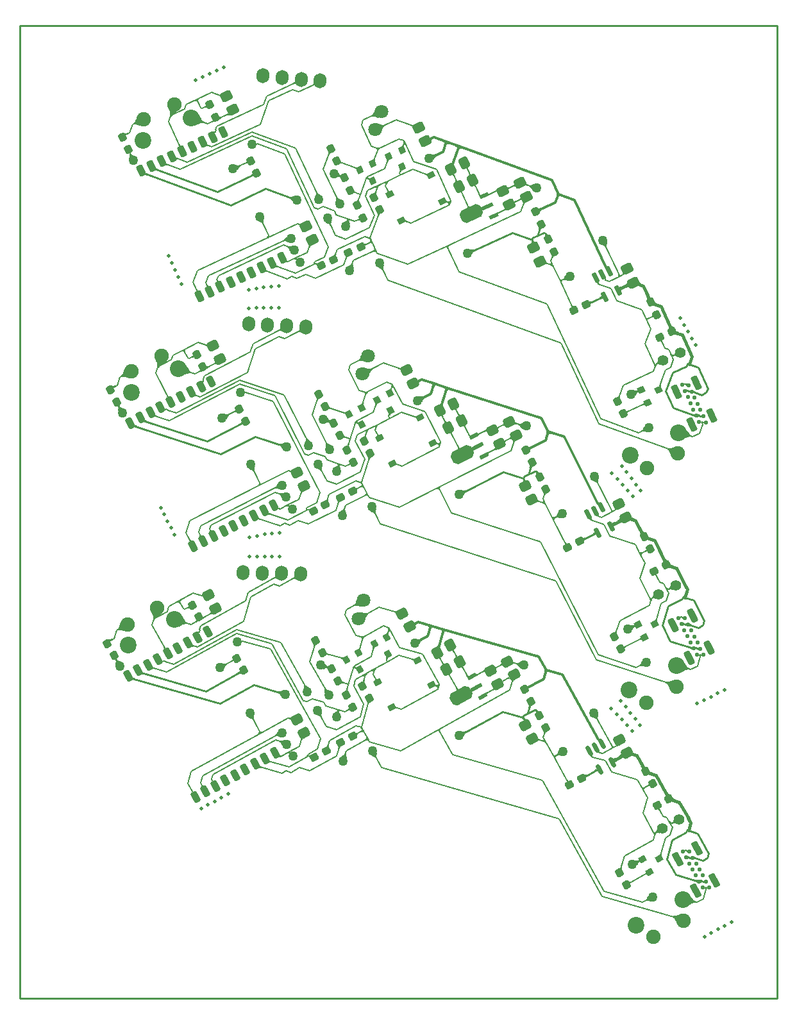
<source format=gbl>
G04*
G04 #@! TF.GenerationSoftware,Altium Limited,Altium Designer,21.7.2 (23)*
G04*
G04 Layer_Physical_Order=2*
G04 Layer_Color=16711680*
%FSLAX25Y25*%
%MOIN*%
G70*
G04*
G04 #@! TF.SameCoordinates,4BFCC9AB-D371-4FE3-9C4A-9AD3909CC9B1*
G04*
G04*
G04 #@! TF.FilePolarity,Positive*
G04*
G01*
G75*
G04:AMPARAMS|DCode=11|XSize=51.18mil|YSize=59.06mil|CornerRadius=12.8mil|HoleSize=0mil|Usage=FLASHONLY|Rotation=205.000|XOffset=0mil|YOffset=0mil|HoleType=Round|Shape=RoundedRectangle|*
%AMROUNDEDRECTD11*
21,1,0.05118,0.03347,0,0,205.0*
21,1,0.02559,0.05906,0,0,205.0*
1,1,0.02559,-0.01867,0.00976*
1,1,0.02559,0.00453,0.02057*
1,1,0.02559,0.01867,-0.00976*
1,1,0.02559,-0.00453,-0.02057*
%
%ADD11ROUNDEDRECTD11*%
%ADD12C,0.00787*%
%ADD13C,0.01000*%
G04:AMPARAMS|DCode=15|XSize=51.18mil|YSize=59.06mil|CornerRadius=12.8mil|HoleSize=0mil|Usage=FLASHONLY|Rotation=207.000|XOffset=0mil|YOffset=0mil|HoleType=Round|Shape=RoundedRectangle|*
%AMROUNDEDRECTD15*
21,1,0.05118,0.03347,0,0,207.0*
21,1,0.02559,0.05906,0,0,207.0*
1,1,0.02559,-0.01900,0.00910*
1,1,0.02559,0.00380,0.02072*
1,1,0.02559,0.01900,-0.00910*
1,1,0.02559,-0.00380,-0.02072*
%
%ADD15ROUNDEDRECTD15*%
G04:AMPARAMS|DCode=17|XSize=51.18mil|YSize=59.06mil|CornerRadius=12.8mil|HoleSize=0mil|Usage=FLASHONLY|Rotation=209.000|XOffset=0mil|YOffset=0mil|HoleType=Round|Shape=RoundedRectangle|*
%AMROUNDEDRECTD17*
21,1,0.05118,0.03347,0,0,209.0*
21,1,0.02559,0.05906,0,0,209.0*
1,1,0.02559,-0.01930,0.00843*
1,1,0.02559,0.00308,0.02084*
1,1,0.02559,0.01930,-0.00843*
1,1,0.02559,-0.00308,-0.02084*
%
%ADD17ROUNDEDRECTD17*%
%ADD18C,0.01968*%
%ADD19C,0.02323*%
G04:AMPARAMS|DCode=20|XSize=34.65mil|YSize=74.8mil|CornerRadius=8.66mil|HoleSize=0mil|Usage=FLASHONLY|Rotation=25.000|XOffset=0mil|YOffset=0mil|HoleType=Round|Shape=RoundedRectangle|*
%AMROUNDEDRECTD20*
21,1,0.03465,0.05748,0,0,25.0*
21,1,0.01732,0.07480,0,0,25.0*
1,1,0.01732,0.02000,-0.02239*
1,1,0.01732,0.00430,-0.02971*
1,1,0.01732,-0.02000,0.02239*
1,1,0.01732,-0.00430,0.02971*
%
%ADD20ROUNDEDRECTD20*%
%ADD21C,0.08661*%
%ADD22C,0.07480*%
G04:AMPARAMS|DCode=23|XSize=66.93mil|YSize=78.74mil|CornerRadius=0mil|HoleSize=0mil|Usage=FLASHONLY|Rotation=175.000|XOffset=0mil|YOffset=0mil|HoleType=Round|Shape=Round|*
%AMOVALD23*
21,1,0.01181,0.06693,0.00000,0.00000,265.0*
1,1,0.06693,0.00052,0.00588*
1,1,0.06693,-0.00052,-0.00588*
%
%ADD23OVALD23*%

%ADD24C,0.05512*%
%ADD25C,0.07087*%
%ADD26C,0.05000*%
G04:AMPARAMS|DCode=27|XSize=34.65mil|YSize=74.8mil|CornerRadius=8.66mil|HoleSize=0mil|Usage=FLASHONLY|Rotation=27.000|XOffset=0mil|YOffset=0mil|HoleType=Round|Shape=RoundedRectangle|*
%AMROUNDEDRECTD27*
21,1,0.03465,0.05748,0,0,27.0*
21,1,0.01732,0.07480,0,0,27.0*
1,1,0.01732,0.02077,-0.02168*
1,1,0.01732,0.00533,-0.02954*
1,1,0.01732,-0.02077,0.02168*
1,1,0.01732,-0.00533,0.02954*
%
%ADD27ROUNDEDRECTD27*%
G04:AMPARAMS|DCode=28|XSize=66.93mil|YSize=78.74mil|CornerRadius=0mil|HoleSize=0mil|Usage=FLASHONLY|Rotation=177.000|XOffset=0mil|YOffset=0mil|HoleType=Round|Shape=Round|*
%AMOVALD28*
21,1,0.01181,0.06693,0.00000,0.00000,267.0*
1,1,0.06693,0.00031,0.00590*
1,1,0.06693,-0.00031,-0.00590*
%
%ADD28OVALD28*%

G04:AMPARAMS|DCode=29|XSize=34.65mil|YSize=74.8mil|CornerRadius=8.66mil|HoleSize=0mil|Usage=FLASHONLY|Rotation=29.000|XOffset=0mil|YOffset=0mil|HoleType=Round|Shape=RoundedRectangle|*
%AMROUNDEDRECTD29*
21,1,0.03465,0.05748,0,0,29.0*
21,1,0.01732,0.07480,0,0,29.0*
1,1,0.01732,0.02151,-0.02094*
1,1,0.01732,0.00636,-0.02934*
1,1,0.01732,-0.02151,0.02094*
1,1,0.01732,-0.00636,0.02934*
%
%ADD29ROUNDEDRECTD29*%
G04:AMPARAMS|DCode=30|XSize=66.93mil|YSize=78.74mil|CornerRadius=0mil|HoleSize=0mil|Usage=FLASHONLY|Rotation=179.000|XOffset=0mil|YOffset=0mil|HoleType=Round|Shape=Round|*
%AMOVALD30*
21,1,0.01181,0.06693,0.00000,0.00000,269.0*
1,1,0.06693,0.00010,0.00591*
1,1,0.06693,-0.00010,-0.00591*
%
%ADD30OVALD30*%

G04:AMPARAMS|DCode=31|XSize=43.31mil|YSize=39.37mil|CornerRadius=9.84mil|HoleSize=0mil|Usage=FLASHONLY|Rotation=295.000|XOffset=0mil|YOffset=0mil|HoleType=Round|Shape=RoundedRectangle|*
%AMROUNDEDRECTD31*
21,1,0.04331,0.01968,0,0,295.0*
21,1,0.02362,0.03937,0,0,295.0*
1,1,0.01968,-0.00393,-0.01486*
1,1,0.01968,-0.01391,0.00655*
1,1,0.01968,0.00393,0.01486*
1,1,0.01968,0.01391,-0.00655*
%
%ADD31ROUNDEDRECTD31*%
G04:AMPARAMS|DCode=32|XSize=23.62mil|YSize=55.12mil|CornerRadius=5.91mil|HoleSize=0mil|Usage=FLASHONLY|Rotation=25.000|XOffset=0mil|YOffset=0mil|HoleType=Round|Shape=RoundedRectangle|*
%AMROUNDEDRECTD32*
21,1,0.02362,0.04331,0,0,25.0*
21,1,0.01181,0.05512,0,0,25.0*
1,1,0.01181,0.01450,-0.01713*
1,1,0.01181,0.00380,-0.02212*
1,1,0.01181,-0.01450,0.01713*
1,1,0.01181,-0.00380,0.02212*
%
%ADD32ROUNDEDRECTD32*%
G04:AMPARAMS|DCode=33|XSize=31.5mil|YSize=35.43mil|CornerRadius=0mil|HoleSize=0mil|Usage=FLASHONLY|Rotation=295.000|XOffset=0mil|YOffset=0mil|HoleType=Round|Shape=Rectangle|*
%AMROTATEDRECTD33*
4,1,4,-0.02271,0.00679,0.00940,0.02176,0.02271,-0.00679,-0.00940,-0.02176,-0.02271,0.00679,0.0*
%
%ADD33ROTATEDRECTD33*%

G04:AMPARAMS|DCode=34|XSize=31.5mil|YSize=35.43mil|CornerRadius=0mil|HoleSize=0mil|Usage=FLASHONLY|Rotation=205.000|XOffset=0mil|YOffset=0mil|HoleType=Round|Shape=Rectangle|*
%AMROTATEDRECTD34*
4,1,4,0.00679,0.02271,0.02176,-0.00940,-0.00679,-0.02271,-0.02176,0.00940,0.00679,0.02271,0.0*
%
%ADD34ROTATEDRECTD34*%

G04:AMPARAMS|DCode=35|XSize=39.37mil|YSize=29.53mil|CornerRadius=2.95mil|HoleSize=0mil|Usage=FLASHONLY|Rotation=205.000|XOffset=0mil|YOffset=0mil|HoleType=Round|Shape=RoundedRectangle|*
%AMROUNDEDRECTD35*
21,1,0.03937,0.02362,0,0,205.0*
21,1,0.03347,0.02953,0,0,205.0*
1,1,0.00591,-0.02016,0.00363*
1,1,0.00591,0.01017,0.01778*
1,1,0.00591,0.02016,-0.00363*
1,1,0.00591,-0.01017,-0.01778*
%
%ADD35ROUNDEDRECTD35*%
G04:AMPARAMS|DCode=36|XSize=59.06mil|YSize=35.43mil|CornerRadius=8.86mil|HoleSize=0mil|Usage=FLASHONLY|Rotation=295.000|XOffset=0mil|YOffset=0mil|HoleType=Round|Shape=RoundedRectangle|*
%AMROUNDEDRECTD36*
21,1,0.05906,0.01772,0,0,295.0*
21,1,0.04134,0.03543,0,0,295.0*
1,1,0.01772,0.00071,-0.02248*
1,1,0.01772,-0.01676,0.01499*
1,1,0.01772,-0.00071,0.02248*
1,1,0.01772,0.01676,-0.01499*
%
%ADD36ROUNDEDRECTD36*%
G04:AMPARAMS|DCode=37|XSize=43.31mil|YSize=39.37mil|CornerRadius=9.84mil|HoleSize=0mil|Usage=FLASHONLY|Rotation=25.000|XOffset=0mil|YOffset=0mil|HoleType=Round|Shape=RoundedRectangle|*
%AMROUNDEDRECTD37*
21,1,0.04331,0.01968,0,0,25.0*
21,1,0.02362,0.03937,0,0,25.0*
1,1,0.01968,0.01486,-0.00393*
1,1,0.01968,-0.00655,-0.01391*
1,1,0.01968,-0.01486,0.00393*
1,1,0.01968,0.00655,0.01391*
%
%ADD37ROUNDEDRECTD37*%
G04:AMPARAMS|DCode=38|XSize=51.18mil|YSize=59.06mil|CornerRadius=12.8mil|HoleSize=0mil|Usage=FLASHONLY|Rotation=295.000|XOffset=0mil|YOffset=0mil|HoleType=Round|Shape=RoundedRectangle|*
%AMROUNDEDRECTD38*
21,1,0.05118,0.03347,0,0,295.0*
21,1,0.02559,0.05906,0,0,295.0*
1,1,0.02559,-0.00976,-0.01867*
1,1,0.02559,-0.02057,0.00453*
1,1,0.02559,0.00976,0.01867*
1,1,0.02559,0.02057,-0.00453*
%
%ADD38ROUNDEDRECTD38*%
G04:AMPARAMS|DCode=39|XSize=70.87mil|YSize=118.11mil|CornerRadius=0mil|HoleSize=0mil|Usage=FLASHONLY|Rotation=115.000|XOffset=0mil|YOffset=0mil|HoleType=Round|Shape=Octagon|*
%AMOCTAGOND39*
4,1,8,-0.04604,-0.04101,-0.06101,-0.00890,-0.05244,0.01464,0.02249,0.04958,0.04604,0.04101,0.06101,0.00890,0.05244,-0.01464,-0.02249,-0.04958,-0.04604,-0.04101,0.0*
%
%ADD39OCTAGOND39*%

G04:AMPARAMS|DCode=40|XSize=19.68mil|YSize=47.24mil|CornerRadius=0mil|HoleSize=0mil|Usage=FLASHONLY|Rotation=115.000|XOffset=0mil|YOffset=0mil|HoleType=Round|Shape=Rectangle|*
%AMROTATEDRECTD40*
4,1,4,0.02557,0.00106,-0.01725,-0.01890,-0.02557,-0.00106,0.01725,0.01890,0.02557,0.00106,0.0*
%
%ADD40ROTATEDRECTD40*%

G04:AMPARAMS|DCode=41|XSize=19.68mil|YSize=62.99mil|CornerRadius=0mil|HoleSize=0mil|Usage=FLASHONLY|Rotation=115.000|XOffset=0mil|YOffset=0mil|HoleType=Round|Shape=Rectangle|*
%AMROTATEDRECTD41*
4,1,4,0.03271,0.00439,-0.02439,-0.02223,-0.03271,-0.00439,0.02439,0.02223,0.03271,0.00439,0.0*
%
%ADD41ROTATEDRECTD41*%

%ADD42C,0.01181*%
%ADD43C,0.01575*%
%ADD44C,0.00886*%
G04:AMPARAMS|DCode=45|XSize=43.31mil|YSize=39.37mil|CornerRadius=9.84mil|HoleSize=0mil|Usage=FLASHONLY|Rotation=297.000|XOffset=0mil|YOffset=0mil|HoleType=Round|Shape=RoundedRectangle|*
%AMROUNDEDRECTD45*
21,1,0.04331,0.01968,0,0,297.0*
21,1,0.02362,0.03937,0,0,297.0*
1,1,0.01968,-0.00341,-0.01499*
1,1,0.01968,-0.01413,0.00606*
1,1,0.01968,0.00341,0.01499*
1,1,0.01968,0.01413,-0.00606*
%
%ADD45ROUNDEDRECTD45*%
G04:AMPARAMS|DCode=46|XSize=23.62mil|YSize=55.12mil|CornerRadius=5.91mil|HoleSize=0mil|Usage=FLASHONLY|Rotation=27.000|XOffset=0mil|YOffset=0mil|HoleType=Round|Shape=RoundedRectangle|*
%AMROUNDEDRECTD46*
21,1,0.02362,0.04331,0,0,27.0*
21,1,0.01181,0.05512,0,0,27.0*
1,1,0.01181,0.01509,-0.01661*
1,1,0.01181,0.00457,-0.02197*
1,1,0.01181,-0.01509,0.01661*
1,1,0.01181,-0.00457,0.02197*
%
%ADD46ROUNDEDRECTD46*%
G04:AMPARAMS|DCode=47|XSize=31.5mil|YSize=35.43mil|CornerRadius=0mil|HoleSize=0mil|Usage=FLASHONLY|Rotation=297.000|XOffset=0mil|YOffset=0mil|HoleType=Round|Shape=Rectangle|*
%AMROTATEDRECTD47*
4,1,4,-0.02294,0.00599,0.00864,0.02208,0.02294,-0.00599,-0.00864,-0.02208,-0.02294,0.00599,0.0*
%
%ADD47ROTATEDRECTD47*%

G04:AMPARAMS|DCode=48|XSize=31.5mil|YSize=35.43mil|CornerRadius=0mil|HoleSize=0mil|Usage=FLASHONLY|Rotation=207.000|XOffset=0mil|YOffset=0mil|HoleType=Round|Shape=Rectangle|*
%AMROTATEDRECTD48*
4,1,4,0.00599,0.02294,0.02208,-0.00864,-0.00599,-0.02294,-0.02208,0.00864,0.00599,0.02294,0.0*
%
%ADD48ROTATEDRECTD48*%

G04:AMPARAMS|DCode=49|XSize=39.37mil|YSize=29.53mil|CornerRadius=2.95mil|HoleSize=0mil|Usage=FLASHONLY|Rotation=207.000|XOffset=0mil|YOffset=0mil|HoleType=Round|Shape=RoundedRectangle|*
%AMROUNDEDRECTD49*
21,1,0.03937,0.02362,0,0,207.0*
21,1,0.03347,0.02953,0,0,207.0*
1,1,0.00591,-0.02027,0.00293*
1,1,0.00591,0.00955,0.01812*
1,1,0.00591,0.02027,-0.00293*
1,1,0.00591,-0.00955,-0.01812*
%
%ADD49ROUNDEDRECTD49*%
G04:AMPARAMS|DCode=50|XSize=59.06mil|YSize=35.43mil|CornerRadius=8.86mil|HoleSize=0mil|Usage=FLASHONLY|Rotation=297.000|XOffset=0mil|YOffset=0mil|HoleType=Round|Shape=RoundedRectangle|*
%AMROUNDEDRECTD50*
21,1,0.05906,0.01772,0,0,297.0*
21,1,0.04134,0.03543,0,0,297.0*
1,1,0.01772,0.00149,-0.02244*
1,1,0.01772,-0.01728,0.01440*
1,1,0.01772,-0.00149,0.02244*
1,1,0.01772,0.01728,-0.01440*
%
%ADD50ROUNDEDRECTD50*%
G04:AMPARAMS|DCode=51|XSize=43.31mil|YSize=39.37mil|CornerRadius=9.84mil|HoleSize=0mil|Usage=FLASHONLY|Rotation=27.000|XOffset=0mil|YOffset=0mil|HoleType=Round|Shape=RoundedRectangle|*
%AMROUNDEDRECTD51*
21,1,0.04331,0.01968,0,0,27.0*
21,1,0.02362,0.03937,0,0,27.0*
1,1,0.01968,0.01499,-0.00341*
1,1,0.01968,-0.00606,-0.01413*
1,1,0.01968,-0.01499,0.00341*
1,1,0.01968,0.00606,0.01413*
%
%ADD51ROUNDEDRECTD51*%
G04:AMPARAMS|DCode=52|XSize=51.18mil|YSize=59.06mil|CornerRadius=12.8mil|HoleSize=0mil|Usage=FLASHONLY|Rotation=297.000|XOffset=0mil|YOffset=0mil|HoleType=Round|Shape=RoundedRectangle|*
%AMROUNDEDRECTD52*
21,1,0.05118,0.03347,0,0,297.0*
21,1,0.02559,0.05906,0,0,297.0*
1,1,0.02559,-0.00910,-0.01900*
1,1,0.02559,-0.02072,0.00380*
1,1,0.02559,0.00910,0.01900*
1,1,0.02559,0.02072,-0.00380*
%
%ADD52ROUNDEDRECTD52*%
G04:AMPARAMS|DCode=53|XSize=70.87mil|YSize=118.11mil|CornerRadius=0mil|HoleSize=0mil|Usage=FLASHONLY|Rotation=117.000|XOffset=0mil|YOffset=0mil|HoleType=Round|Shape=Octagon|*
%AMOCTAGOND53*
4,1,8,-0.04458,-0.04260,-0.06066,-0.01103,-0.05292,0.01280,0.02075,0.05034,0.04458,0.04260,0.06066,0.01103,0.05292,-0.01280,-0.02075,-0.05034,-0.04458,-0.04260,0.0*
%
%ADD53OCTAGOND53*%

G04:AMPARAMS|DCode=54|XSize=19.68mil|YSize=47.24mil|CornerRadius=0mil|HoleSize=0mil|Usage=FLASHONLY|Rotation=117.000|XOffset=0mil|YOffset=0mil|HoleType=Round|Shape=Rectangle|*
%AMROTATEDRECTD54*
4,1,4,0.02552,0.00195,-0.01658,-0.01949,-0.02552,-0.00195,0.01658,0.01949,0.02552,0.00195,0.0*
%
%ADD54ROTATEDRECTD54*%

G04:AMPARAMS|DCode=55|XSize=19.68mil|YSize=62.99mil|CornerRadius=0mil|HoleSize=0mil|Usage=FLASHONLY|Rotation=117.000|XOffset=0mil|YOffset=0mil|HoleType=Round|Shape=Rectangle|*
%AMROTATEDRECTD55*
4,1,4,0.03253,0.00553,-0.02359,-0.02307,-0.03253,-0.00553,0.02359,0.02307,0.03253,0.00553,0.0*
%
%ADD55ROTATEDRECTD55*%

G04:AMPARAMS|DCode=56|XSize=43.31mil|YSize=39.37mil|CornerRadius=9.84mil|HoleSize=0mil|Usage=FLASHONLY|Rotation=299.000|XOffset=0mil|YOffset=0mil|HoleType=Round|Shape=RoundedRectangle|*
%AMROUNDEDRECTD56*
21,1,0.04331,0.01968,0,0,299.0*
21,1,0.02362,0.03937,0,0,299.0*
1,1,0.01968,-0.00288,-0.01510*
1,1,0.01968,-0.01434,0.00556*
1,1,0.01968,0.00288,0.01510*
1,1,0.01968,0.01434,-0.00556*
%
%ADD56ROUNDEDRECTD56*%
G04:AMPARAMS|DCode=57|XSize=23.62mil|YSize=55.12mil|CornerRadius=5.91mil|HoleSize=0mil|Usage=FLASHONLY|Rotation=29.000|XOffset=0mil|YOffset=0mil|HoleType=Round|Shape=RoundedRectangle|*
%AMROUNDEDRECTD57*
21,1,0.02362,0.04331,0,0,29.0*
21,1,0.01181,0.05512,0,0,29.0*
1,1,0.01181,0.01566,-0.01608*
1,1,0.01181,0.00533,-0.02180*
1,1,0.01181,-0.01566,0.01608*
1,1,0.01181,-0.00533,0.02180*
%
%ADD57ROUNDEDRECTD57*%
G04:AMPARAMS|DCode=58|XSize=31.5mil|YSize=35.43mil|CornerRadius=0mil|HoleSize=0mil|Usage=FLASHONLY|Rotation=299.000|XOffset=0mil|YOffset=0mil|HoleType=Round|Shape=Rectangle|*
%AMROTATEDRECTD58*
4,1,4,-0.02313,0.00518,0.00786,0.02236,0.02313,-0.00518,-0.00786,-0.02236,-0.02313,0.00518,0.0*
%
%ADD58ROTATEDRECTD58*%

G04:AMPARAMS|DCode=59|XSize=31.5mil|YSize=35.43mil|CornerRadius=0mil|HoleSize=0mil|Usage=FLASHONLY|Rotation=209.000|XOffset=0mil|YOffset=0mil|HoleType=Round|Shape=Rectangle|*
%AMROTATEDRECTD59*
4,1,4,0.00518,0.02313,0.02236,-0.00786,-0.00518,-0.02313,-0.02236,0.00786,0.00518,0.02313,0.0*
%
%ADD59ROTATEDRECTD59*%

G04:AMPARAMS|DCode=60|XSize=39.37mil|YSize=29.53mil|CornerRadius=2.95mil|HoleSize=0mil|Usage=FLASHONLY|Rotation=209.000|XOffset=0mil|YOffset=0mil|HoleType=Round|Shape=RoundedRectangle|*
%AMROUNDEDRECTD60*
21,1,0.03937,0.02362,0,0,209.0*
21,1,0.03347,0.02953,0,0,209.0*
1,1,0.00591,-0.02036,0.00222*
1,1,0.00591,0.00891,0.01844*
1,1,0.00591,0.02036,-0.00222*
1,1,0.00591,-0.00891,-0.01844*
%
%ADD60ROUNDEDRECTD60*%
G04:AMPARAMS|DCode=61|XSize=59.06mil|YSize=35.43mil|CornerRadius=8.86mil|HoleSize=0mil|Usage=FLASHONLY|Rotation=299.000|XOffset=0mil|YOffset=0mil|HoleType=Round|Shape=RoundedRectangle|*
%AMROUNDEDRECTD61*
21,1,0.05906,0.01772,0,0,299.0*
21,1,0.04134,0.03543,0,0,299.0*
1,1,0.01772,0.00227,-0.02237*
1,1,0.01772,-0.01777,0.01378*
1,1,0.01772,-0.00227,0.02237*
1,1,0.01772,0.01777,-0.01378*
%
%ADD61ROUNDEDRECTD61*%
G04:AMPARAMS|DCode=62|XSize=43.31mil|YSize=39.37mil|CornerRadius=9.84mil|HoleSize=0mil|Usage=FLASHONLY|Rotation=29.000|XOffset=0mil|YOffset=0mil|HoleType=Round|Shape=RoundedRectangle|*
%AMROUNDEDRECTD62*
21,1,0.04331,0.01968,0,0,29.0*
21,1,0.02362,0.03937,0,0,29.0*
1,1,0.01968,0.01510,-0.00288*
1,1,0.01968,-0.00556,-0.01434*
1,1,0.01968,-0.01510,0.00288*
1,1,0.01968,0.00556,0.01434*
%
%ADD62ROUNDEDRECTD62*%
G04:AMPARAMS|DCode=63|XSize=51.18mil|YSize=59.06mil|CornerRadius=12.8mil|HoleSize=0mil|Usage=FLASHONLY|Rotation=299.000|XOffset=0mil|YOffset=0mil|HoleType=Round|Shape=RoundedRectangle|*
%AMROUNDEDRECTD63*
21,1,0.05118,0.03347,0,0,299.0*
21,1,0.02559,0.05906,0,0,299.0*
1,1,0.02559,-0.00843,-0.01930*
1,1,0.02559,-0.02084,0.00308*
1,1,0.02559,0.00843,0.01930*
1,1,0.02559,0.02084,-0.00308*
%
%ADD63ROUNDEDRECTD63*%
G04:AMPARAMS|DCode=64|XSize=70.87mil|YSize=118.11mil|CornerRadius=0mil|HoleSize=0mil|Usage=FLASHONLY|Rotation=119.000|XOffset=0mil|YOffset=0mil|HoleType=Round|Shape=Octagon|*
%AMOCTAGOND64*
4,1,8,-0.04306,-0.04413,-0.06024,-0.01314,-0.05333,0.01095,0.01898,0.05103,0.04306,0.04413,0.06024,0.01314,0.05333,-0.01095,-0.01898,-0.05103,-0.04306,-0.04413,0.0*
%
%ADD64OCTAGOND64*%

G04:AMPARAMS|DCode=65|XSize=19.68mil|YSize=47.24mil|CornerRadius=0mil|HoleSize=0mil|Usage=FLASHONLY|Rotation=119.000|XOffset=0mil|YOffset=0mil|HoleType=Round|Shape=Rectangle|*
%AMROTATEDRECTD65*
4,1,4,0.02543,0.00284,-0.01589,-0.02006,-0.02543,-0.00284,0.01589,0.02006,0.02543,0.00284,0.0*
%
%ADD65ROTATEDRECTD65*%

G04:AMPARAMS|DCode=66|XSize=19.68mil|YSize=62.99mil|CornerRadius=0mil|HoleSize=0mil|Usage=FLASHONLY|Rotation=119.000|XOffset=0mil|YOffset=0mil|HoleType=Round|Shape=Rectangle|*
%AMROTATEDRECTD66*
4,1,4,0.03232,0.00666,-0.02278,-0.02388,-0.03232,-0.00666,0.02278,0.02388,0.03232,0.00666,0.0*
%
%ADD66ROTATEDRECTD66*%

G36*
X143366Y475498D02*
X143331Y475564D01*
X143282Y475615D01*
X143221Y475651D01*
X143146Y475672D01*
X143059Y475679D01*
X142958Y475671D01*
X142844Y475648D01*
X142718Y475610D01*
X142578Y475558D01*
X142425Y475491D01*
X142147Y476230D01*
X142295Y476304D01*
X142424Y476377D01*
X142534Y476450D01*
X142627Y476523D01*
X142700Y476596D01*
X142755Y476669D01*
X142791Y476742D01*
X142809Y476815D01*
X142808Y476888D01*
X142789Y476961D01*
X143366Y475498D01*
D02*
G37*
G36*
X153364Y474574D02*
X153327Y474639D01*
X153278Y474690D01*
X153216Y474725D01*
X153140Y474746D01*
X153052Y474753D01*
X152950Y474744D01*
X152836Y474721D01*
X152709Y474684D01*
X152568Y474631D01*
X152415Y474564D01*
X152122Y475296D01*
X152271Y475370D01*
X152401Y475443D01*
X152512Y475517D01*
X152604Y475590D01*
X152678Y475663D01*
X152733Y475736D01*
X152769Y475809D01*
X152786Y475882D01*
X152784Y475954D01*
X152764Y476027D01*
X153364Y474574D01*
D02*
G37*
G36*
X104613Y468379D02*
X104629Y468451D01*
X104622Y468523D01*
X104595Y468595D01*
X104545Y468667D01*
X104474Y468738D01*
X104382Y468809D01*
X104267Y468879D01*
X104131Y468949D01*
X103973Y469019D01*
X103794Y469088D01*
X104063Y469828D01*
X104245Y469766D01*
X104560Y469684D01*
X104693Y469665D01*
X104810Y469659D01*
X104910Y469668D01*
X104994Y469691D01*
X105061Y469728D01*
X105112Y469779D01*
X105147Y469845D01*
X104613Y468379D01*
D02*
G37*
G36*
X93222Y467578D02*
X93090Y467508D01*
X92979Y467430D01*
X92888Y467344D01*
X92819Y467251D01*
X92770Y467150D01*
X92743Y467041D01*
X92736Y466925D01*
X92750Y466802D01*
X92785Y466671D01*
X92841Y466532D01*
X92128Y466199D01*
X92057Y466331D01*
X91979Y466442D01*
X91894Y466533D01*
X91800Y466602D01*
X91700Y466651D01*
X91591Y466678D01*
X91475Y466685D01*
X91351Y466671D01*
X91220Y466636D01*
X91081Y466580D01*
X91819Y467792D01*
X93222Y467578D01*
D02*
G37*
G36*
X97245Y463155D02*
X97206Y463219D01*
X97156Y463270D01*
X97095Y463307D01*
X97022Y463329D01*
X96939Y463338D01*
X96844Y463333D01*
X96738Y463314D01*
X96622Y463281D01*
X96493Y463235D01*
X96354Y463174D01*
X96021Y463888D01*
X96157Y463955D01*
X96275Y464023D01*
X96376Y464092D01*
X96458Y464161D01*
X96523Y464230D01*
X96570Y464300D01*
X96599Y464370D01*
X96610Y464440D01*
X96604Y464511D01*
X96579Y464582D01*
X97245Y463155D01*
D02*
G37*
G36*
X108858Y459231D02*
X108819Y459295D01*
X108769Y459345D01*
X108708Y459382D01*
X108635Y459405D01*
X108552Y459414D01*
X108457Y459409D01*
X108351Y459390D01*
X108235Y459357D01*
X108106Y459310D01*
X107967Y459249D01*
X107634Y459963D01*
X107770Y460031D01*
X107888Y460099D01*
X107989Y460168D01*
X108071Y460237D01*
X108136Y460306D01*
X108183Y460375D01*
X108212Y460445D01*
X108223Y460516D01*
X108217Y460587D01*
X108192Y460658D01*
X108858Y459231D01*
D02*
G37*
G36*
X82008Y461263D02*
X81465Y461008D01*
X80132Y460271D01*
X79787Y460036D01*
X79442Y459089D01*
X79303Y459018D01*
X79174Y458939D01*
X79053Y458852D01*
X78942Y458757D01*
X78839Y458654D01*
X78745Y458543D01*
X78660Y458423D01*
X78584Y458296D01*
X78517Y458160D01*
X78459Y458016D01*
X78414Y459044D01*
X78426Y459063D01*
X78051Y459199D01*
X78110Y459426D01*
X78135Y459688D01*
X78124Y459985D01*
X78080Y460317D01*
X78001Y460685D01*
X77887Y461088D01*
X77556Y462000D01*
X77339Y462509D01*
X77087Y463054D01*
X82008Y461263D01*
D02*
G37*
G36*
X186641Y457778D02*
X186112Y457969D01*
X184735Y458363D01*
X184347Y458435D01*
X183994Y458478D01*
X183676Y458491D01*
X183394Y458474D01*
X183146Y458428D01*
X182934Y458352D01*
X182602Y459066D01*
X182796Y459179D01*
X182990Y459339D01*
X183185Y459545D01*
X183379Y459797D01*
X183573Y460094D01*
X183767Y460438D01*
X184156Y461264D01*
X184350Y461746D01*
X184545Y462274D01*
X186641Y457778D01*
D02*
G37*
G36*
X103729Y458494D02*
X103759Y458434D01*
X103806Y458391D01*
X103870Y458364D01*
X103951Y458354D01*
X104048Y458360D01*
X104163Y458383D01*
X104294Y458423D01*
X104442Y458479D01*
X104607Y458551D01*
X104743Y457746D01*
X104620Y457685D01*
X104394Y457551D01*
X104291Y457478D01*
X104194Y457401D01*
X104104Y457319D01*
X104020Y457233D01*
X103943Y457144D01*
X103873Y457050D01*
X103809Y456952D01*
X103716Y458570D01*
X103729Y458494D01*
D02*
G37*
G36*
X101337Y455799D02*
X101221Y455813D01*
X101103Y455819D01*
X100985Y455818D01*
X100866Y455809D01*
X100745Y455792D01*
X100624Y455768D01*
X100501Y455736D01*
X100378Y455696D01*
X100253Y455649D01*
X100128Y455594D01*
X99598Y456216D01*
X99760Y456296D01*
X99898Y456373D01*
X100013Y456448D01*
X100104Y456521D01*
X100171Y456592D01*
X100215Y456660D01*
X100236Y456726D01*
X100233Y456790D01*
X100207Y456851D01*
X100157Y456911D01*
X101337Y455799D01*
D02*
G37*
G36*
X93327Y459019D02*
X94188Y457443D01*
X94460Y457035D01*
X94725Y456686D01*
X94983Y456395D01*
X95233Y456164D01*
X95476Y455992D01*
X95711Y455878D01*
X95442Y455138D01*
X95188Y455202D01*
X94891Y455226D01*
X94551Y455209D01*
X94167Y455153D01*
X93740Y455056D01*
X93269Y454918D01*
X92197Y454522D01*
X90951Y453965D01*
X93025Y459662D01*
X93327Y459019D01*
D02*
G37*
G36*
X204146Y452890D02*
X204162Y452962D01*
X204155Y453034D01*
X204128Y453106D01*
X204078Y453177D01*
X204007Y453249D01*
X203914Y453319D01*
X203800Y453390D01*
X203664Y453460D01*
X203506Y453530D01*
X203327Y453599D01*
X203596Y454339D01*
X203778Y454277D01*
X204093Y454195D01*
X204226Y454175D01*
X204343Y454170D01*
X204443Y454179D01*
X204526Y454202D01*
X204594Y454239D01*
X204645Y454290D01*
X204679Y454356D01*
X204146Y452890D01*
D02*
G37*
G36*
X63090Y453679D02*
X62526Y453882D01*
X61063Y454305D01*
X60651Y454383D01*
X60278Y454429D01*
X59943Y454445D01*
X59645Y454429D01*
X59387Y454382D01*
X59166Y454304D01*
X58833Y455017D01*
X59035Y455136D01*
X59238Y455304D01*
X59440Y455521D01*
X59644Y455788D01*
X59848Y456104D01*
X60053Y456470D01*
X60464Y457348D01*
X60670Y457862D01*
X60877Y458425D01*
X63090Y453679D01*
D02*
G37*
G36*
X101812Y450357D02*
X101722Y450314D01*
X101514Y450199D01*
X101467Y450166D01*
X101430Y450136D01*
X101405Y450108D01*
X101390Y450083D01*
X101385Y450061D01*
X101392Y450041D01*
X100840Y450885D01*
X100857Y450871D01*
X100884Y450865D01*
X100921Y450866D01*
X100970Y450873D01*
X101028Y450888D01*
X101097Y450911D01*
X101267Y450976D01*
X101479Y451071D01*
X101812Y450357D01*
D02*
G37*
G36*
X186241Y454826D02*
X187617Y454431D01*
X188006Y454359D01*
X188359Y454317D01*
X188676Y454304D01*
X188959Y454320D01*
X189206Y454366D01*
X189418Y454442D01*
X189751Y453729D01*
X189557Y453615D01*
X189362Y453455D01*
X189168Y453250D01*
X188974Y452998D01*
X188779Y452700D01*
X188585Y452356D01*
X188196Y451530D01*
X188002Y451048D01*
X187808Y450520D01*
X185711Y455016D01*
X186241Y454826D01*
D02*
G37*
G36*
X55414Y450297D02*
X55466Y450248D01*
X55529Y450213D01*
X55605Y450192D01*
X55691Y450185D01*
X55790Y450192D01*
X55900Y450213D01*
X56021Y450248D01*
X56154Y450297D01*
X56298Y450360D01*
X56631Y449647D01*
X56494Y449578D01*
X56374Y449509D01*
X56273Y449440D01*
X56190Y449371D01*
X56125Y449302D01*
X56078Y449232D01*
X56050Y449162D01*
X56039Y449092D01*
X56047Y449022D01*
X56073Y448952D01*
X55373Y450360D01*
X55414Y450297D01*
D02*
G37*
G36*
X54522Y449881D02*
X54574Y449832D01*
X54637Y449797D01*
X54713Y449776D01*
X54799Y449769D01*
X54898Y449776D01*
X55008Y449797D01*
X55129Y449832D01*
X55262Y449881D01*
X55406Y449944D01*
X55739Y449230D01*
X55602Y449162D01*
X55482Y449093D01*
X55381Y449024D01*
X55298Y448955D01*
X55233Y448886D01*
X55186Y448816D01*
X55158Y448746D01*
X55147Y448676D01*
X55155Y448606D01*
X55181Y448536D01*
X54481Y449944D01*
X54522Y449881D01*
D02*
G37*
G36*
X212946Y447914D02*
X213020Y447838D01*
X213112Y447783D01*
X213220Y447748D01*
X213345Y447735D01*
X213486Y447742D01*
X213644Y447770D01*
X213819Y447819D01*
X214010Y447889D01*
X214218Y447979D01*
X214717Y446909D01*
X214514Y446808D01*
X214338Y446706D01*
X214188Y446603D01*
X214065Y446500D01*
X213969Y446397D01*
X213899Y446293D01*
X213856Y446188D01*
X213839Y446082D01*
X213849Y445976D01*
X213886Y445869D01*
X212887Y448010D01*
X212946Y447914D01*
D02*
G37*
G36*
X223185Y444236D02*
X222970Y444302D01*
X222769Y444337D01*
X222583Y444342D01*
X222410Y444317D01*
X222252Y444262D01*
X222108Y444176D01*
X221977Y444060D01*
X221861Y443914D01*
X221759Y443737D01*
X221671Y443530D01*
X220562Y443934D01*
X220627Y444149D01*
X220663Y444350D01*
X220668Y444536D01*
X220642Y444709D01*
X220587Y444867D01*
X220501Y445012D01*
X220385Y445142D01*
X220239Y445258D01*
X220062Y445360D01*
X219856Y445448D01*
X221924Y445952D01*
X223185Y444236D01*
D02*
G37*
G36*
X200328Y445629D02*
X200349Y443721D01*
X200283Y443850D01*
X200219Y443949D01*
X200155Y444019D01*
X200093Y444060D01*
X200032Y444072D01*
X199973Y444054D01*
X199915Y444008D01*
X199857Y443933D01*
X199802Y443828D01*
X199747Y443695D01*
X199277Y444704D01*
X199366Y444986D01*
X199398Y445117D01*
X199420Y445240D01*
X199433Y445356D01*
X199438Y445465D01*
X199433Y445567D01*
X199419Y445662D01*
X199397Y445751D01*
X199365Y445832D01*
X200328Y445629D01*
D02*
G37*
G36*
X97447Y444424D02*
X97456Y444351D01*
X97488Y444278D01*
X97544Y444204D01*
X97624Y444130D01*
X97727Y444056D01*
X97853Y443981D01*
X98003Y443906D01*
X98177Y443830D01*
X98374Y443755D01*
X98105Y443015D01*
X97905Y443083D01*
X97560Y443176D01*
X97415Y443200D01*
X97289Y443209D01*
X97180Y443204D01*
X97090Y443183D01*
X97018Y443148D01*
X96964Y443098D01*
X96929Y443033D01*
X97462Y444497D01*
X97447Y444424D01*
D02*
G37*
G36*
X199709Y443589D02*
X199636Y443377D01*
X199536Y443011D01*
X199509Y442857D01*
X199498Y442723D01*
X199503Y442608D01*
X199522Y442513D01*
X199558Y442438D01*
X199609Y442381D01*
X199675Y442345D01*
X198195Y442883D01*
X198269Y442869D01*
X198344Y442879D01*
X198420Y442915D01*
X198496Y442975D01*
X198573Y443060D01*
X198651Y443170D01*
X198730Y443305D01*
X198809Y443464D01*
X198969Y443859D01*
X199709Y443589D01*
D02*
G37*
G36*
X83220Y443855D02*
X83288Y443737D01*
X83357Y443637D01*
X83426Y443554D01*
X83495Y443490D01*
X83565Y443443D01*
X83635Y443414D01*
X83705Y443402D01*
X83776Y443409D01*
X83847Y443433D01*
X82420Y442768D01*
X82484Y442807D01*
X82535Y442857D01*
X82571Y442918D01*
X82594Y442990D01*
X82603Y443074D01*
X82598Y443168D01*
X82579Y443274D01*
X82546Y443391D01*
X82499Y443519D01*
X82439Y443659D01*
X83152Y443992D01*
X83220Y443855D01*
D02*
G37*
G36*
X187251Y441920D02*
X187113Y441850D01*
X186983Y441771D01*
X186863Y441684D01*
X186751Y441589D01*
X186648Y441486D01*
X186555Y441374D01*
X186470Y441255D01*
X186394Y441127D01*
X186326Y440991D01*
X186268Y440847D01*
X185449Y440900D01*
X185493Y441043D01*
X185517Y441177D01*
X185520Y441302D01*
X185503Y441417D01*
X185466Y441522D01*
X185409Y441619D01*
X185332Y441705D01*
X185234Y441783D01*
X185117Y441851D01*
X184979Y441909D01*
X185465Y442570D01*
X185612Y442522D01*
X185760Y442487D01*
X185906Y442463D01*
X186053Y442451D01*
X186198Y442452D01*
X186343Y442464D01*
X186488Y442488D01*
X186632Y442525D01*
X186775Y442573D01*
X186918Y442634D01*
X187251Y441920D01*
D02*
G37*
G36*
X229725Y441856D02*
X229510Y441921D01*
X229310Y441957D01*
X229123Y441962D01*
X228950Y441937D01*
X228792Y441881D01*
X228647Y441795D01*
X228517Y441679D01*
X228401Y441533D01*
X228299Y441357D01*
X228211Y441150D01*
X227101Y441554D01*
X227167Y441769D01*
X227203Y441969D01*
X227208Y442156D01*
X227183Y442329D01*
X227127Y442487D01*
X227041Y442631D01*
X226925Y442762D01*
X226779Y442878D01*
X226602Y442980D01*
X226396Y443068D01*
X228464Y443571D01*
X229725Y441856D01*
D02*
G37*
G36*
X161607Y439525D02*
X161535Y439539D01*
X161462Y439531D01*
X161389Y439500D01*
X161316Y439445D01*
X161243Y439368D01*
X161169Y439267D01*
X161096Y439144D01*
X161022Y438997D01*
X160948Y438827D01*
X160873Y438634D01*
X160134Y438904D01*
X160201Y439099D01*
X160291Y439437D01*
X160314Y439579D01*
X160322Y439703D01*
X160316Y439810D01*
X160295Y439898D01*
X160259Y439969D01*
X160209Y440022D01*
X160144Y440058D01*
X161607Y439525D01*
D02*
G37*
G36*
X57875Y439798D02*
X57825Y439748D01*
X57788Y439686D01*
X57765Y439614D01*
X57757Y439531D01*
X57762Y439436D01*
X57781Y439330D01*
X57789Y439300D01*
X57856Y439212D01*
X58000Y439065D01*
X58172Y438920D01*
X58373Y438778D01*
X58603Y438638D01*
X58861Y438502D01*
X59463Y438238D01*
X59807Y438110D01*
X56635Y436631D01*
X56758Y436977D01*
X56943Y437608D01*
X57004Y437893D01*
X57045Y438158D01*
X57065Y438404D01*
X57065Y438628D01*
X57044Y438834D01*
X57020Y438942D01*
X57003Y438967D01*
X56934Y439050D01*
X56865Y439115D01*
X56795Y439162D01*
X56725Y439191D01*
X56654Y439202D01*
X56584Y439195D01*
X56512Y439171D01*
X57940Y439837D01*
X57875Y439798D01*
D02*
G37*
G36*
X82050Y436538D02*
X81556Y436319D01*
X81369Y437086D01*
X81373Y437088D01*
X81383Y437093D01*
X81718Y437252D01*
X82050Y436538D01*
D02*
G37*
G36*
X192083Y436164D02*
X192010Y436177D01*
X191937Y436166D01*
X191862Y436130D01*
X191787Y436069D01*
X191710Y435983D01*
X191633Y435872D01*
X191555Y435736D01*
X191475Y435575D01*
X191314Y435178D01*
X190575Y435447D01*
X190648Y435661D01*
X190750Y436029D01*
X190777Y436183D01*
X190789Y436318D01*
X190786Y436433D01*
X190768Y436529D01*
X190734Y436604D01*
X190684Y436660D01*
X190620Y436696D01*
X192083Y436164D01*
D02*
G37*
G36*
X213858Y439074D02*
X214418Y438925D01*
X214679Y438881D01*
X214929Y438856D01*
X215166Y438852D01*
X215391Y438867D01*
X215604Y438903D01*
X215805Y438958D01*
X215993Y439033D01*
X216493Y437962D01*
X216314Y437866D01*
X216142Y437748D01*
X215978Y437608D01*
X215822Y437445D01*
X215673Y437260D01*
X215531Y437054D01*
X215397Y436825D01*
X215270Y436574D01*
X215151Y436301D01*
X215039Y436006D01*
X213560Y439178D01*
X213858Y439074D01*
D02*
G37*
G36*
X184762Y436709D02*
X184667Y436437D01*
X184485Y435767D01*
X184458Y435593D01*
X184449Y435443D01*
X184457Y435318D01*
X184481Y435218D01*
X184523Y435142D01*
X184582Y435090D01*
X183214Y435884D01*
X183282Y435859D01*
X183353Y435861D01*
X183425Y435891D01*
X183499Y435948D01*
X183575Y436033D01*
X183653Y436145D01*
X183733Y436285D01*
X183814Y436453D01*
X183983Y436870D01*
X184762Y436709D01*
D02*
G37*
G36*
X225969Y434989D02*
X225868Y434694D01*
X225729Y434176D01*
X225691Y433954D01*
X225675Y433755D01*
X225680Y433581D01*
X225705Y433431D01*
X225752Y433305D01*
X225821Y433203D01*
X225910Y433125D01*
X223895Y434449D01*
X223996Y434403D01*
X224098Y434393D01*
X224202Y434422D01*
X224307Y434488D01*
X224413Y434593D01*
X224520Y434735D01*
X224629Y434915D01*
X224740Y435132D01*
X224851Y435388D01*
X224964Y435681D01*
X225969Y434989D01*
D02*
G37*
G36*
X118430Y434027D02*
X118391Y434091D01*
X118341Y434142D01*
X118280Y434178D01*
X118207Y434201D01*
X118124Y434210D01*
X118029Y434205D01*
X117923Y434186D01*
X117806Y434153D01*
X117678Y434107D01*
X117539Y434046D01*
X117206Y434760D01*
X117342Y434827D01*
X117460Y434896D01*
X117560Y434964D01*
X117643Y435033D01*
X117708Y435102D01*
X117755Y435172D01*
X117784Y435242D01*
X117795Y435312D01*
X117788Y435383D01*
X117764Y435454D01*
X118430Y434027D01*
D02*
G37*
G36*
X166611Y435396D02*
X166629Y435320D01*
X166668Y435244D01*
X166729Y435169D01*
X166812Y435093D01*
X166916Y435019D01*
X167042Y434944D01*
X167189Y434870D01*
X167358Y434796D01*
X167548Y434723D01*
X167399Y433940D01*
X167208Y434005D01*
X166881Y434091D01*
X166746Y434111D01*
X166629Y434117D01*
X166531Y434107D01*
X166452Y434083D01*
X166391Y434043D01*
X166349Y433988D01*
X166325Y433919D01*
X166614Y435473D01*
X166611Y435396D01*
D02*
G37*
G36*
X76038Y434441D02*
X76047Y434368D01*
X76079Y434295D01*
X76135Y434221D01*
X76215Y434147D01*
X76318Y434073D01*
X76445Y433998D01*
X76595Y433923D01*
X76768Y433847D01*
X76965Y433772D01*
X76696Y433032D01*
X76496Y433100D01*
X76152Y433193D01*
X76007Y433217D01*
X75880Y433226D01*
X75771Y433220D01*
X75681Y433200D01*
X75609Y433165D01*
X75555Y433115D01*
X75520Y433050D01*
X76053Y434514D01*
X76038Y434441D01*
D02*
G37*
G36*
X233006Y432202D02*
X232955Y432152D01*
X232919Y432091D01*
X232896Y432018D01*
X232887Y431935D01*
X232892Y431840D01*
X232911Y431734D01*
X232944Y431617D01*
X232990Y431489D01*
X233051Y431350D01*
X232337Y431017D01*
X232270Y431153D01*
X232202Y431271D01*
X232133Y431372D01*
X232064Y431454D01*
X231995Y431519D01*
X231925Y431566D01*
X231855Y431595D01*
X231785Y431606D01*
X231714Y431600D01*
X231643Y431575D01*
X233070Y432241D01*
X233006Y432202D01*
D02*
G37*
G36*
X174404Y432232D02*
X174770Y432132D01*
X174924Y432106D01*
X175058Y432094D01*
X175173Y432099D01*
X175268Y432119D01*
X175344Y432154D01*
X175400Y432205D01*
X175436Y432271D01*
X174898Y430791D01*
X174912Y430865D01*
X174902Y430940D01*
X174867Y431016D01*
X174806Y431093D01*
X174721Y431170D01*
X174611Y431247D01*
X174477Y431326D01*
X174317Y431405D01*
X173923Y431565D01*
X174192Y432305D01*
X174404Y432232D01*
D02*
G37*
G36*
X198801Y430608D02*
X198728Y430622D01*
X198654Y430611D01*
X198580Y430575D01*
X198504Y430513D01*
X198428Y430427D01*
X198350Y430316D01*
X198272Y430180D01*
X198193Y430019D01*
X198032Y429622D01*
X197292Y429891D01*
X197366Y430105D01*
X197467Y430473D01*
X197494Y430628D01*
X197507Y430763D01*
X197503Y430878D01*
X197485Y430973D01*
X197451Y431049D01*
X197402Y431105D01*
X197337Y431141D01*
X198801Y430608D01*
D02*
G37*
G36*
X112020Y433553D02*
X112650Y433369D01*
X112936Y433307D01*
X113201Y433266D01*
X113446Y433246D01*
X113671Y433246D01*
X113876Y433267D01*
X114061Y433308D01*
X114226Y433370D01*
X114559Y432656D01*
X114405Y432570D01*
X114255Y432455D01*
X114107Y432311D01*
X113962Y432139D01*
X113820Y431938D01*
X113681Y431708D01*
X113545Y431450D01*
X113281Y430848D01*
X113153Y430504D01*
X111674Y433676D01*
X112020Y433553D01*
D02*
G37*
G36*
X70555Y432198D02*
X70568Y432104D01*
X70612Y432010D01*
X70686Y431914D01*
X70792Y431818D01*
X70928Y431722D01*
X71095Y431624D01*
X71293Y431526D01*
X71782Y431327D01*
X71440Y430387D01*
X71177Y430478D01*
X70723Y430602D01*
X70532Y430634D01*
X70366Y430648D01*
X70223Y430642D01*
X70105Y430617D01*
X70011Y430573D01*
X69941Y430510D01*
X69895Y430427D01*
X70574Y432290D01*
X70555Y432198D01*
D02*
G37*
G36*
X234118Y429071D02*
X234186Y428953D01*
X234255Y428853D01*
X234324Y428770D01*
X234393Y428705D01*
X234462Y428658D01*
X234532Y428629D01*
X234603Y428618D01*
X234674Y428624D01*
X234745Y428649D01*
X233318Y427983D01*
X233382Y428022D01*
X233433Y428072D01*
X233469Y428133D01*
X233492Y428206D01*
X233501Y428289D01*
X233496Y428384D01*
X233477Y428490D01*
X233444Y428607D01*
X233397Y428735D01*
X233337Y428874D01*
X234050Y429207D01*
X234118Y429071D01*
D02*
G37*
G36*
X65203Y429702D02*
X65216Y429608D01*
X65259Y429514D01*
X65334Y429419D01*
X65439Y429323D01*
X65576Y429226D01*
X65743Y429129D01*
X65941Y429030D01*
X66430Y428831D01*
X66088Y427892D01*
X65825Y427982D01*
X65371Y428106D01*
X65180Y428139D01*
X65013Y428152D01*
X64871Y428146D01*
X64753Y428122D01*
X64659Y428077D01*
X64589Y428014D01*
X64543Y427931D01*
X65221Y429794D01*
X65203Y429702D01*
D02*
G37*
G36*
X225869Y428874D02*
X225819Y428824D01*
X225782Y428763D01*
X225759Y428691D01*
X225751Y428607D01*
X225756Y428512D01*
X225775Y428407D01*
X225807Y428290D01*
X225854Y428161D01*
X225915Y428022D01*
X225201Y427689D01*
X225133Y427825D01*
X225065Y427944D01*
X224997Y428044D01*
X224928Y428126D01*
X224859Y428191D01*
X224789Y428238D01*
X224719Y428267D01*
X224648Y428278D01*
X224578Y428272D01*
X224506Y428247D01*
X225934Y428913D01*
X225869Y428874D01*
D02*
G37*
G36*
X211120Y428941D02*
X211489Y428840D01*
X211643Y428812D01*
X211778Y428800D01*
X211893Y428803D01*
X211988Y428822D01*
X212064Y428856D01*
X212120Y428905D01*
X212156Y428970D01*
X211624Y427506D01*
X211637Y427579D01*
X211626Y427652D01*
X211590Y427727D01*
X211529Y427803D01*
X211443Y427879D01*
X211332Y427956D01*
X211196Y428035D01*
X211034Y428114D01*
X210637Y428275D01*
X210907Y429015D01*
X211120Y428941D01*
D02*
G37*
G36*
X121549Y427338D02*
X121499Y427420D01*
X121436Y427484D01*
X121358Y427531D01*
X121267Y427560D01*
X121161Y427571D01*
X121041Y427565D01*
X120907Y427541D01*
X120759Y427499D01*
X120597Y427440D01*
X120420Y427364D01*
X119998Y428270D01*
X120170Y428356D01*
X120319Y428442D01*
X120446Y428529D01*
X120551Y428616D01*
X120633Y428704D01*
X120692Y428792D01*
X120729Y428881D01*
X120743Y428970D01*
X120734Y429060D01*
X120703Y429151D01*
X121549Y427338D01*
D02*
G37*
G36*
X165599Y429582D02*
X165898Y429005D01*
X166049Y428760D01*
X166203Y428543D01*
X166358Y428354D01*
X166516Y428195D01*
X166573Y428147D01*
X166675Y428152D01*
X166767Y428172D01*
X166842Y428206D01*
X166901Y428255D01*
X166942Y428318D01*
X166789Y427991D01*
X166836Y427961D01*
X166998Y427887D01*
X166708Y427155D01*
X166541Y427201D01*
X166426Y427217D01*
X166278Y426901D01*
X166299Y426972D01*
X166297Y427042D01*
X166271Y427113D01*
X166222Y427184D01*
X166176Y427230D01*
X166149Y427230D01*
X165924Y427213D01*
X165679Y427174D01*
X165415Y427114D01*
X165132Y427032D01*
X164506Y426805D01*
X164165Y426659D01*
X165453Y429914D01*
X165599Y429582D01*
D02*
G37*
G36*
X181376Y427230D02*
X181259Y427163D01*
X181161Y427095D01*
X181079Y427027D01*
X181016Y426958D01*
X180970Y426889D01*
X180942Y426819D01*
X180931Y426749D01*
X180932Y426741D01*
X181083Y426688D01*
X181607Y426544D01*
X181695Y426532D01*
X181767Y426531D01*
X181822Y426540D01*
X181859Y426559D01*
X181880Y426588D01*
X181488Y425509D01*
X181490Y425545D01*
X181474Y425584D01*
X181437Y425625D01*
X181382Y425671D01*
X181307Y425719D01*
X181212Y425771D01*
X180965Y425884D01*
X180640Y426009D01*
X180881Y426672D01*
X180273Y427155D01*
X181510Y427297D01*
X181376Y427230D01*
D02*
G37*
G36*
X226982Y425743D02*
X227050Y425625D01*
X227118Y425525D01*
X227187Y425442D01*
X227257Y425378D01*
X227326Y425331D01*
X227396Y425302D01*
X227467Y425290D01*
X227537Y425297D01*
X227609Y425321D01*
X226181Y424656D01*
X226246Y424694D01*
X226296Y424745D01*
X226333Y424806D01*
X226356Y424878D01*
X226364Y424962D01*
X226360Y425056D01*
X226341Y425162D01*
X226308Y425279D01*
X226261Y425407D01*
X226200Y425547D01*
X226914Y425879D01*
X226982Y425743D01*
D02*
G37*
G36*
X192102Y424997D02*
X191963Y424927D01*
X191834Y424848D01*
X191713Y424761D01*
X191602Y424666D01*
X191499Y424563D01*
X191405Y424451D01*
X191320Y424332D01*
X191244Y424204D01*
X191177Y424068D01*
X191119Y423924D01*
X190110Y423454D01*
X190154Y423591D01*
X190178Y423707D01*
X190183Y423801D01*
X190168Y423874D01*
X190133Y423926D01*
X190079Y423956D01*
X190005Y423964D01*
X189911Y423951D01*
X189798Y423917D01*
X189665Y423861D01*
X190907Y425309D01*
X192102Y424997D01*
D02*
G37*
G36*
X266558Y420259D02*
X266332Y420586D01*
X265521Y421604D01*
X265342Y421785D01*
X265173Y421937D01*
X265013Y422060D01*
X264862Y422153D01*
X264721Y422218D01*
X264863Y423004D01*
X265045Y422953D01*
X265238Y422929D01*
X265443Y422932D01*
X265659Y422961D01*
X265886Y423018D01*
X266124Y423101D01*
X266373Y423211D01*
X266634Y423348D01*
X266906Y423511D01*
X267189Y423701D01*
X266558Y420259D01*
D02*
G37*
G36*
X263123Y423970D02*
X263129Y423898D01*
X263157Y423826D01*
X263206Y423755D01*
X263277Y423684D01*
X263370Y423613D01*
X263485Y423543D01*
X263621Y423472D01*
X263778Y423403D01*
X263958Y423333D01*
X263688Y422593D01*
X263506Y422656D01*
X263191Y422737D01*
X263058Y422757D01*
X262942Y422762D01*
X262842Y422753D01*
X262758Y422731D01*
X262691Y422693D01*
X262640Y422642D01*
X262605Y422577D01*
X263139Y424043D01*
X263123Y423970D01*
D02*
G37*
G36*
X257558Y422143D02*
X257520Y422207D01*
X257470Y422258D01*
X257408Y422294D01*
X257336Y422317D01*
X257253Y422326D01*
X257158Y422321D01*
X257052Y422302D01*
X256935Y422269D01*
X256807Y422222D01*
X256668Y422162D01*
X256335Y422875D01*
X256471Y422943D01*
X256589Y423011D01*
X256689Y423080D01*
X256772Y423148D01*
X256837Y423218D01*
X256884Y423287D01*
X256913Y423357D01*
X256924Y423428D01*
X256917Y423499D01*
X256893Y423570D01*
X257558Y422143D01*
D02*
G37*
G36*
X237165Y423281D02*
X237115Y423232D01*
X237078Y423170D01*
X237055Y423098D01*
X237047Y423014D01*
X237052Y422920D01*
X237070Y422814D01*
X237103Y422697D01*
X237150Y422569D01*
X237211Y422430D01*
X236497Y422097D01*
X236429Y422233D01*
X236361Y422351D01*
X236293Y422451D01*
X236224Y422534D01*
X236155Y422599D01*
X236085Y422645D01*
X236015Y422675D01*
X235944Y422686D01*
X235874Y422679D01*
X235802Y422655D01*
X237230Y423320D01*
X237165Y423281D01*
D02*
G37*
G36*
X187226Y422724D02*
X187088Y422653D01*
X186958Y422574D01*
X186838Y422487D01*
X186726Y422392D01*
X186624Y422289D01*
X186530Y422178D01*
X186445Y422058D01*
X186369Y421931D01*
X186301Y421795D01*
X186243Y421651D01*
X185234Y421180D01*
X185278Y421318D01*
X185302Y421433D01*
X185307Y421528D01*
X185292Y421601D01*
X185257Y421652D01*
X185203Y421682D01*
X185129Y421691D01*
X185036Y421678D01*
X184923Y421643D01*
X184790Y421587D01*
X186032Y423035D01*
X187226Y422724D01*
D02*
G37*
G36*
X253340Y421831D02*
X253390Y421780D01*
X253451Y421743D01*
X253523Y421721D01*
X253607Y421712D01*
X253702Y421717D01*
X253807Y421736D01*
X253924Y421769D01*
X254053Y421815D01*
X254192Y421876D01*
X254525Y421162D01*
X254389Y421095D01*
X254271Y421027D01*
X254170Y420958D01*
X254088Y420889D01*
X254023Y420820D01*
X253976Y420750D01*
X253947Y420680D01*
X253936Y420610D01*
X253942Y420539D01*
X253967Y420468D01*
X253301Y421895D01*
X253340Y421831D01*
D02*
G37*
G36*
X248035Y419277D02*
X248013Y419349D01*
X247976Y419405D01*
X247924Y419446D01*
X247857Y419472D01*
X247776Y419481D01*
X247679Y419476D01*
X247568Y419454D01*
X247442Y419417D01*
X247300Y419364D01*
X247144Y419295D01*
X246930Y420064D01*
X247098Y420147D01*
X247376Y420310D01*
X247486Y420391D01*
X247577Y420472D01*
X247649Y420552D01*
X247702Y420632D01*
X247735Y420711D01*
X247750Y420790D01*
X247745Y420868D01*
X248035Y419277D01*
D02*
G37*
G36*
X191603Y420100D02*
X191671Y419982D01*
X191740Y419882D01*
X191809Y419799D01*
X191878Y419734D01*
X191948Y419687D01*
X192018Y419658D01*
X192088Y419647D01*
X192159Y419654D01*
X192230Y419678D01*
X190803Y419012D01*
X190867Y419051D01*
X190918Y419101D01*
X190954Y419163D01*
X190977Y419235D01*
X190986Y419318D01*
X190981Y419413D01*
X190962Y419519D01*
X190929Y419636D01*
X190882Y419764D01*
X190822Y419903D01*
X191535Y420236D01*
X191603Y420100D01*
D02*
G37*
G36*
X185465Y419513D02*
X185398Y419317D01*
X185308Y418980D01*
X185285Y418837D01*
X185276Y418713D01*
X185283Y418607D01*
X185304Y418518D01*
X185339Y418447D01*
X185390Y418394D01*
X185455Y418359D01*
X183991Y418892D01*
X184063Y418877D01*
X184136Y418885D01*
X184209Y418917D01*
X184282Y418971D01*
X184355Y419048D01*
X184429Y419149D01*
X184503Y419273D01*
X184577Y419419D01*
X184651Y419589D01*
X184725Y419782D01*
X185465Y419513D01*
D02*
G37*
G36*
X230029Y419954D02*
X229978Y419904D01*
X229942Y419843D01*
X229919Y419770D01*
X229910Y419687D01*
X229915Y419592D01*
X229934Y419486D01*
X229967Y419369D01*
X230014Y419241D01*
X230074Y419102D01*
X229361Y418769D01*
X229293Y418905D01*
X229225Y419023D01*
X229156Y419124D01*
X229087Y419206D01*
X229018Y419271D01*
X228948Y419318D01*
X228878Y419347D01*
X228808Y419358D01*
X228737Y419351D01*
X228666Y419327D01*
X230093Y419993D01*
X230029Y419954D01*
D02*
G37*
G36*
X173754Y420057D02*
X173763Y419985D01*
X173794Y419912D01*
X173848Y419839D01*
X173926Y419765D01*
X174026Y419692D01*
X174150Y419618D01*
X174297Y419544D01*
X174466Y419470D01*
X174659Y419396D01*
X174390Y418656D01*
X174195Y418723D01*
X173857Y418813D01*
X173715Y418836D01*
X173591Y418845D01*
X173484Y418838D01*
X173395Y418817D01*
X173325Y418782D01*
X173272Y418731D01*
X173236Y418666D01*
X173769Y420130D01*
X173754Y420057D01*
D02*
G37*
G36*
X243282Y418715D02*
X243332Y418665D01*
X243392Y418628D01*
X243464Y418605D01*
X243547Y418595D01*
X243640Y418600D01*
X243744Y418618D01*
X243860Y418650D01*
X243986Y418696D01*
X244123Y418756D01*
X244456Y418042D01*
X243758Y417675D01*
X243243Y418780D01*
X243282Y418715D01*
D02*
G37*
G36*
X239114Y418357D02*
X239182Y418240D01*
X239250Y418140D01*
X239319Y418057D01*
X239388Y417993D01*
X239458Y417946D01*
X239528Y417916D01*
X239599Y417905D01*
X239670Y417911D01*
X239741Y417935D01*
X238677Y417451D01*
X238671Y417457D01*
X238659Y417478D01*
X238585Y417626D01*
X238333Y418160D01*
X239046Y418493D01*
X239114Y418357D01*
D02*
G37*
G36*
X280025Y419600D02*
X280143Y419406D01*
X280273Y419225D01*
X280416Y419058D01*
X280571Y418903D01*
X280738Y418763D01*
X280917Y418635D01*
X281108Y418521D01*
X281312Y418420D01*
X281528Y418333D01*
X281449Y417105D01*
X281234Y417170D01*
X281033Y417206D01*
X280847Y417211D01*
X280674Y417186D01*
X280516Y417130D01*
X280371Y417044D01*
X280241Y416928D01*
X280125Y416782D01*
X280023Y416606D01*
X279935Y416399D01*
X278943Y417128D01*
X279015Y417349D01*
X279069Y417570D01*
X279105Y417790D01*
X279122Y418009D01*
X279122Y418228D01*
X279103Y418445D01*
X279066Y418662D01*
X279012Y418878D01*
X278939Y419094D01*
X278848Y419308D01*
X279919Y419807D01*
X280025Y419600D01*
D02*
G37*
G36*
X141651Y414168D02*
X141504Y414474D01*
X141202Y415010D01*
X141046Y415239D01*
X140887Y415444D01*
X140725Y415622D01*
X140560Y415776D01*
X140391Y415903D01*
X140219Y416006D01*
X140044Y416083D01*
X140386Y417023D01*
X140570Y416969D01*
X140767Y416937D01*
X140979Y416927D01*
X141204Y416938D01*
X141443Y416970D01*
X141696Y417025D01*
X141963Y417100D01*
X142244Y417198D01*
X142848Y417457D01*
X141651Y414168D01*
D02*
G37*
G36*
X154602Y419237D02*
X154705Y419099D01*
X154838Y418952D01*
X155001Y418794D01*
X155195Y418625D01*
X155673Y418258D01*
X156273Y417849D01*
X156619Y417629D01*
X153201Y416873D01*
X153377Y417157D01*
X153526Y417430D01*
X153647Y417691D01*
X153742Y417940D01*
X153809Y418178D01*
X153850Y418404D01*
X153863Y418618D01*
X153850Y418821D01*
X153809Y419012D01*
X153742Y419192D01*
X154530Y419364D01*
X154602Y419237D01*
D02*
G37*
G36*
X260886Y415006D02*
X260847Y415071D01*
X260797Y415121D01*
X260736Y415158D01*
X260664Y415181D01*
X260580Y415190D01*
X260486Y415184D01*
X260380Y415166D01*
X260263Y415133D01*
X260135Y415086D01*
X259995Y415025D01*
X259663Y415739D01*
X259799Y415807D01*
X259917Y415875D01*
X260017Y415943D01*
X260100Y416012D01*
X260164Y416081D01*
X260211Y416151D01*
X260240Y416221D01*
X260252Y416292D01*
X260245Y416362D01*
X260221Y416434D01*
X260886Y415006D01*
D02*
G37*
G36*
X176426Y415433D02*
X176360Y415242D01*
X176274Y414916D01*
X176254Y414780D01*
X176248Y414664D01*
X176258Y414566D01*
X176283Y414486D01*
X176322Y414425D01*
X176377Y414383D01*
X176446Y414359D01*
X174892Y414649D01*
X174969Y414645D01*
X175045Y414663D01*
X175121Y414703D01*
X175197Y414764D01*
X175272Y414847D01*
X175346Y414951D01*
X175421Y415076D01*
X175495Y415224D01*
X175569Y415392D01*
X175642Y415583D01*
X176426Y415433D01*
D02*
G37*
G36*
X165002Y416617D02*
X165117Y416467D01*
X165261Y416319D01*
X165433Y416174D01*
X165634Y416032D01*
X165863Y415893D01*
X166121Y415757D01*
X166724Y415492D01*
X167067Y415365D01*
X163895Y413886D01*
X164018Y414231D01*
X164203Y414862D01*
X164265Y415147D01*
X164306Y415413D01*
X164326Y415658D01*
X164326Y415883D01*
X164305Y416088D01*
X164264Y416273D01*
X164202Y416438D01*
X164915Y416770D01*
X165002Y416617D01*
D02*
G37*
G36*
X256668Y414694D02*
X256718Y414644D01*
X256779Y414607D01*
X256851Y414584D01*
X256935Y414576D01*
X257029Y414581D01*
X257135Y414600D01*
X257252Y414632D01*
X257380Y414679D01*
X257520Y414740D01*
X257853Y414026D01*
X257716Y413958D01*
X257598Y413890D01*
X257498Y413822D01*
X257415Y413753D01*
X257351Y413684D01*
X257304Y413614D01*
X257275Y413544D01*
X257263Y413473D01*
X257270Y413403D01*
X257294Y413332D01*
X256629Y414759D01*
X256668Y414694D01*
D02*
G37*
G36*
X262985Y414044D02*
X262906Y414041D01*
X262827Y414018D01*
X262750Y413975D01*
X262674Y413912D01*
X262598Y413828D01*
X262524Y413725D01*
X262450Y413601D01*
X262377Y413457D01*
X262305Y413293D01*
X262234Y413109D01*
X261432Y413208D01*
X261493Y413388D01*
X261571Y413693D01*
X261588Y413818D01*
X261590Y413925D01*
X261576Y414014D01*
X261548Y414084D01*
X261505Y414137D01*
X261447Y414171D01*
X261375Y414187D01*
X262985Y414044D01*
D02*
G37*
G36*
X221685Y415055D02*
X221696Y414981D01*
X221732Y414906D01*
X221793Y414831D01*
X221880Y414754D01*
X221991Y414677D01*
X222127Y414599D01*
X222288Y414520D01*
X222589Y414398D01*
X222665Y414374D01*
X222799Y414351D01*
X222923Y414347D01*
X223038Y414364D01*
X223144Y414401D01*
X223161Y414412D01*
X223240Y414458D01*
X223301Y414512D01*
X223327Y414536D01*
X223404Y414633D01*
X223452Y414716D01*
X223472Y414751D01*
X223531Y414889D01*
X223531Y414889D01*
X224136Y414250D01*
X223867Y413510D01*
X223867Y413510D01*
X222723Y412669D01*
X222723D01*
X222767Y412812D01*
X222790Y412946D01*
X222794Y413071D01*
X222777Y413186D01*
X222740Y413291D01*
X222683Y413387D01*
X222605Y413474D01*
X222508Y413552D01*
X222390Y413620D01*
X222292Y413662D01*
X222202Y413693D01*
X221834Y413794D01*
X221679Y413821D01*
X221544Y413834D01*
X221429Y413830D01*
X221334Y413812D01*
X221258Y413778D01*
X221202Y413728D01*
X221166Y413664D01*
X221699Y415128D01*
X221685Y415055D01*
D02*
G37*
G36*
X233392Y411996D02*
X233460Y411878D01*
X233529Y411777D01*
X233598Y411695D01*
X233667Y411630D01*
X233737Y411583D01*
X233807Y411554D01*
X233877Y411543D01*
X233948Y411550D01*
X234019Y411574D01*
X232592Y410908D01*
X232656Y410947D01*
X232707Y410997D01*
X232743Y411059D01*
X232766Y411131D01*
X232775Y411214D01*
X232770Y411309D01*
X232751Y411415D01*
X232718Y411532D01*
X232671Y411660D01*
X232611Y411799D01*
X233324Y412132D01*
X233392Y411996D01*
D02*
G37*
G36*
X252937Y409735D02*
X252880Y409789D01*
X252810Y409829D01*
X252728Y409854D01*
X252633Y409865D01*
X252525Y409861D01*
X252405Y409843D01*
X252272Y409811D01*
X252126Y409764D01*
X251968Y409703D01*
X251797Y409627D01*
X251345Y410286D01*
X251498Y410361D01*
X251629Y410436D01*
X251739Y410509D01*
X251827Y410580D01*
X251894Y410650D01*
X251939Y410719D01*
X251962Y410786D01*
X251964Y410852D01*
X251945Y410917D01*
X251904Y410981D01*
X252937Y409735D01*
D02*
G37*
G36*
X269358Y410797D02*
X269433Y410721D01*
X269525Y410666D01*
X269633Y410632D01*
X269758Y410618D01*
X269899Y410625D01*
X270057Y410653D01*
X270232Y410702D01*
X270423Y410772D01*
X270631Y410862D01*
X271130Y409792D01*
X270927Y409691D01*
X270751Y409589D01*
X270601Y409487D01*
X270478Y409384D01*
X270381Y409281D01*
X270312Y409177D01*
X270268Y409072D01*
X270251Y408967D01*
X270261Y408861D01*
X270298Y408755D01*
X269300Y410893D01*
X269358Y410797D01*
D02*
G37*
G36*
X248990Y408319D02*
X248856Y408252D01*
X248740Y408185D01*
X248641Y408117D01*
X248560Y408049D01*
X248497Y407980D01*
X248451Y407911D01*
X248422Y407841D01*
X248412Y407771D01*
X248418Y407700D01*
X248443Y407629D01*
X247928Y408733D01*
X247938Y408730D01*
X247962Y408735D01*
X248000Y408746D01*
X248052Y408765D01*
X248400Y408914D01*
X248657Y409032D01*
X248990Y408319D01*
D02*
G37*
G36*
X187428Y407908D02*
X187351Y407911D01*
X187275Y407893D01*
X187199Y407854D01*
X187124Y407793D01*
X187048Y407710D01*
X186974Y407606D01*
X186899Y407480D01*
X186825Y407333D01*
X186751Y407164D01*
X186678Y406974D01*
X185895Y407124D01*
X185960Y407315D01*
X186046Y407641D01*
X186066Y407776D01*
X186072Y407893D01*
X186062Y407991D01*
X186038Y408071D01*
X185998Y408131D01*
X185943Y408174D01*
X185874Y408197D01*
X187428Y407908D01*
D02*
G37*
G36*
X170610Y405270D02*
X170824Y405264D01*
X170992Y405131D01*
X171171Y405065D01*
X171153Y405003D01*
X171799Y404490D01*
X171656Y404534D01*
X171522Y404557D01*
X171398Y404561D01*
X171283Y404544D01*
X171177Y404507D01*
X171099Y404461D01*
X171115Y404278D01*
X171157Y404035D01*
X171221Y403775D01*
X171307Y403496D01*
X171546Y402883D01*
X171698Y402550D01*
X168410Y403747D01*
X168741Y403904D01*
X169318Y404220D01*
X169563Y404378D01*
X169780Y404537D01*
X169967Y404696D01*
X170097Y404825D01*
X170067Y404911D01*
X170010Y405007D01*
X169933Y405094D01*
X169835Y405171D01*
X169717Y405239D01*
X169580Y405298D01*
X170404Y405275D01*
X170431Y405335D01*
X170610Y405270D01*
D02*
G37*
G36*
X176751Y404444D02*
X176712Y404508D01*
X176662Y404559D01*
X176601Y404595D01*
X176528Y404618D01*
X176445Y404627D01*
X176350Y404622D01*
X176244Y404603D01*
X176127Y404570D01*
X175999Y404523D01*
X175860Y404463D01*
X175527Y405176D01*
X175663Y405244D01*
X175781Y405312D01*
X175881Y405381D01*
X175964Y405450D01*
X176029Y405519D01*
X176076Y405588D01*
X176105Y405659D01*
X176116Y405729D01*
X176109Y405800D01*
X176085Y405871D01*
X176751Y404444D01*
D02*
G37*
G36*
X200276Y405072D02*
X200287Y404998D01*
X200323Y404923D01*
X200384Y404848D01*
X200471Y404771D01*
X200582Y404694D01*
X200718Y404616D01*
X200879Y404537D01*
X201276Y404376D01*
X201007Y403636D01*
X200793Y403709D01*
X200425Y403811D01*
X200270Y403838D01*
X200135Y403850D01*
X200020Y403847D01*
X199925Y403829D01*
X199849Y403795D01*
X199793Y403745D01*
X199757Y403681D01*
X200290Y405145D01*
X200276Y405072D01*
D02*
G37*
G36*
X126888Y405433D02*
X126704Y404802D01*
X126642Y404517D01*
X126601Y404251D01*
X126581Y404006D01*
X126581Y403781D01*
X126602Y403576D01*
X126643Y403391D01*
X126705Y403226D01*
X125991Y402894D01*
X125905Y403047D01*
X125790Y403198D01*
X125646Y403345D01*
X125474Y403490D01*
X125273Y403632D01*
X125043Y403771D01*
X124785Y403907D01*
X124183Y404172D01*
X123839Y404299D01*
X127012Y405779D01*
X126888Y405433D01*
D02*
G37*
G36*
X145538Y401538D02*
X145547Y401613D01*
X145536Y401687D01*
X145503Y401761D01*
X145449Y401834D01*
X145375Y401906D01*
X145279Y401978D01*
X145163Y402049D01*
X145025Y402120D01*
X144867Y402190D01*
X144688Y402259D01*
X144892Y403023D01*
X145073Y402961D01*
X145383Y402881D01*
X145513Y402863D01*
X145626Y402858D01*
X145721Y402869D01*
X145800Y402893D01*
X145862Y402933D01*
X145908Y402986D01*
X145936Y403054D01*
X145538Y401538D01*
D02*
G37*
G36*
X162089Y404471D02*
X161904Y403840D01*
X161843Y403555D01*
X161802Y403290D01*
X161781Y403045D01*
X161782Y402819D01*
X161802Y402614D01*
X161844Y402429D01*
X161906Y402265D01*
X161192Y401932D01*
X161105Y402085D01*
X160990Y402236D01*
X160847Y402384D01*
X160674Y402528D01*
X160474Y402670D01*
X160244Y402809D01*
X159986Y402946D01*
X159384Y403210D01*
X159040Y403338D01*
X162212Y404817D01*
X162089Y404471D01*
D02*
G37*
G36*
X271241Y400292D02*
X271152Y400323D01*
X271063Y400321D01*
X270972Y400288D01*
X270880Y400222D01*
X270787Y400125D01*
X270693Y399995D01*
X270598Y399834D01*
X270501Y399640D01*
X270403Y399415D01*
X270304Y399157D01*
X269425Y399666D01*
X269513Y399921D01*
X269633Y400367D01*
X269666Y400556D01*
X269680Y400724D01*
X269675Y400870D01*
X269652Y400993D01*
X269611Y401095D01*
X269551Y401174D01*
X269472Y401232D01*
X271241Y400292D01*
D02*
G37*
G36*
X273874Y397635D02*
X273960Y397484D01*
X274047Y397357D01*
X274134Y397252D01*
X274222Y397170D01*
X274310Y397110D01*
X274399Y397073D01*
X274488Y397059D01*
X274578Y397067D01*
X274668Y397098D01*
X272859Y396254D01*
X272941Y396304D01*
X273004Y396367D01*
X273051Y396444D01*
X273079Y396536D01*
X273090Y396642D01*
X273084Y396762D01*
X273060Y396897D01*
X273018Y397045D01*
X272958Y397208D01*
X272881Y397385D01*
X273788Y397807D01*
X273874Y397635D01*
D02*
G37*
G36*
X129595Y396635D02*
X129591Y396574D01*
X129604Y396528D01*
X129634Y396498D01*
X129682Y396482D01*
X129746Y396481D01*
X129829Y396496D01*
X129928Y396525D01*
X130045Y396569D01*
X130179Y396628D01*
X128937Y395180D01*
X127743Y395492D01*
X127881Y395562D01*
X128010Y395641D01*
X128131Y395728D01*
X128242Y395823D01*
X128345Y395926D01*
X128439Y396038D01*
X128524Y396157D01*
X128600Y396285D01*
X128667Y396421D01*
X128726Y396564D01*
X129616Y396710D01*
X129595Y396635D01*
D02*
G37*
G36*
X139524Y393065D02*
X139241Y393240D01*
X138969Y393390D01*
X138708Y393511D01*
X138459Y393606D01*
X138222Y393674D01*
X137996Y393715D01*
X137782Y393728D01*
X137579Y393715D01*
X137388Y393674D01*
X137208Y393607D01*
X137038Y394396D01*
X137164Y394468D01*
X137301Y394570D01*
X137449Y394703D01*
X137607Y394866D01*
X137776Y395059D01*
X138144Y395538D01*
X138555Y396138D01*
X138775Y396483D01*
X139524Y393065D01*
D02*
G37*
G36*
X266922Y394155D02*
X267013Y393996D01*
X267103Y393860D01*
X267194Y393747D01*
X267285Y393658D01*
X267376Y393592D01*
X267467Y393549D01*
X267558Y393529D01*
X267649Y393533D01*
X267741Y393560D01*
X265900Y392786D01*
X265983Y392832D01*
X266048Y392893D01*
X266096Y392969D01*
X266125Y393060D01*
X266137Y393165D01*
X266130Y393285D01*
X266106Y393421D01*
X266064Y393570D01*
X266003Y393735D01*
X265925Y393915D01*
X266831Y394337D01*
X266922Y394155D01*
D02*
G37*
G36*
X182238Y394391D02*
X183236Y393784D01*
X183022Y392381D01*
X182951Y392513D01*
X182873Y392625D01*
X182788Y392715D01*
X182694Y392785D01*
X182594Y392833D01*
X182485Y392861D01*
X182369Y392867D01*
X182245Y392853D01*
X182114Y392818D01*
X181975Y392762D01*
X181642Y393476D01*
X181775Y393546D01*
X181886Y393624D01*
X181976Y393709D01*
X182046Y393803D01*
X182094Y393904D01*
X182122Y394012D01*
X182129Y394128D01*
X182115Y394252D01*
X182085Y394364D01*
X182033Y394448D01*
X181946Y394568D01*
X181851Y394680D01*
X181748Y394783D01*
X181637Y394877D01*
X181517Y394962D01*
X181390Y395038D01*
X181254Y395105D01*
X181110Y395163D01*
X182138Y395208D01*
X182494Y395374D01*
X182238Y394391D01*
D02*
G37*
G36*
X151500Y391401D02*
X151427Y391417D01*
X151355Y391411D01*
X151283Y391383D01*
X151212Y391334D01*
X151141Y391263D01*
X151070Y391170D01*
X150999Y391055D01*
X150929Y390919D01*
X150860Y390761D01*
X150790Y390582D01*
X150050Y390851D01*
X150112Y391034D01*
X150194Y391349D01*
X150214Y391481D01*
X150219Y391598D01*
X150210Y391698D01*
X150188Y391782D01*
X150150Y391849D01*
X150099Y391900D01*
X150033Y391935D01*
X151500Y391401D01*
D02*
G37*
G36*
X140208Y388632D02*
X140153Y388953D01*
X140084Y389247D01*
X140002Y389514D01*
X139906Y389755D01*
X139796Y389969D01*
X139673Y390156D01*
X139536Y390316D01*
X139386Y390450D01*
X139222Y390557D01*
X139044Y390638D01*
X139531Y391298D01*
X139659Y391264D01*
X139819Y391240D01*
X140012Y391228D01*
X140237Y391227D01*
X140785Y391259D01*
X141464Y391336D01*
X142274Y391458D01*
X140208Y388632D01*
D02*
G37*
G36*
X178834Y392518D02*
X178884Y392467D01*
X178946Y392431D01*
X179018Y392408D01*
X179101Y392399D01*
X179196Y392404D01*
X179302Y392423D01*
X179419Y392456D01*
X179547Y392503D01*
X179686Y392564D01*
X180019Y391850D01*
X179883Y391782D01*
X179765Y391714D01*
X179665Y391645D01*
X179582Y391577D01*
X179517Y391507D01*
X179470Y391438D01*
X179441Y391368D01*
X179430Y391297D01*
X179437Y391226D01*
X179461Y391155D01*
X178795Y392582D01*
X178834Y392518D01*
D02*
G37*
G36*
X305327Y393072D02*
X305142Y392441D01*
X305080Y392156D01*
X305040Y391891D01*
X305019Y391645D01*
X305019Y391420D01*
X305040Y391215D01*
X305081Y391030D01*
X305143Y390865D01*
X304430Y390533D01*
X304343Y390686D01*
X304228Y390837D01*
X304084Y390984D01*
X303912Y391129D01*
X303711Y391271D01*
X303482Y391410D01*
X303224Y391547D01*
X302622Y391811D01*
X302278Y391938D01*
X305450Y393418D01*
X305327Y393072D01*
D02*
G37*
G36*
X223241Y391370D02*
X223108Y391300D01*
X222997Y391222D01*
X222907Y391136D01*
X222837Y391043D01*
X222789Y390942D01*
X222761Y390834D01*
X222754Y390718D01*
X222768Y390594D01*
X222804Y390463D01*
X222860Y390324D01*
X222146Y389991D01*
X222076Y390123D01*
X221998Y390235D01*
X221912Y390325D01*
X221819Y390395D01*
X221718Y390443D01*
X221610Y390471D01*
X221494Y390477D01*
X221370Y390463D01*
X221239Y390428D01*
X221100Y390372D01*
X221837Y391585D01*
X223241Y391370D01*
D02*
G37*
G36*
X185316Y389324D02*
X185101Y387921D01*
X185031Y388053D01*
X184953Y388164D01*
X184867Y388255D01*
X184774Y388324D01*
X184673Y388373D01*
X184565Y388401D01*
X184449Y388407D01*
X184325Y388393D01*
X184194Y388358D01*
X184055Y388302D01*
X183722Y389015D01*
X183854Y389086D01*
X183966Y389164D01*
X184056Y389249D01*
X184126Y389343D01*
X184174Y389443D01*
X184202Y389552D01*
X184209Y389668D01*
X184194Y389792D01*
X184159Y389923D01*
X184103Y390062D01*
X185316Y389324D01*
D02*
G37*
G36*
X233666Y389647D02*
X234259Y389482D01*
X234531Y389430D01*
X234788Y389398D01*
X235029Y389386D01*
X235254Y389395D01*
X235464Y389423D01*
X235658Y389472D01*
X235836Y389542D01*
X236259Y388635D01*
X236091Y388544D01*
X235929Y388426D01*
X235772Y388284D01*
X235621Y388117D01*
X235475Y387925D01*
X235334Y387708D01*
X235199Y387465D01*
X235069Y387198D01*
X234825Y386588D01*
X233346Y389760D01*
X233666Y389647D01*
D02*
G37*
G36*
X164501Y387148D02*
X164434Y386953D01*
X164344Y386615D01*
X164321Y386473D01*
X164313Y386349D01*
X164319Y386243D01*
X164340Y386154D01*
X164376Y386083D01*
X164426Y386030D01*
X164491Y385995D01*
X163027Y386527D01*
X163100Y386513D01*
X163173Y386521D01*
X163245Y386552D01*
X163319Y386607D01*
X163392Y386684D01*
X163465Y386785D01*
X163539Y386908D01*
X163613Y387055D01*
X163687Y387225D01*
X163761Y387418D01*
X164501Y387148D01*
D02*
G37*
G36*
X277802Y385976D02*
X277729Y385991D01*
X277657Y385982D01*
X277584Y385951D01*
X277511Y385896D01*
X277437Y385819D01*
X277364Y385718D01*
X277290Y385595D01*
X277216Y385448D01*
X277142Y385278D01*
X277068Y385085D01*
X276328Y385355D01*
X276395Y385550D01*
X276485Y385888D01*
X276508Y386030D01*
X276517Y386154D01*
X276510Y386261D01*
X276489Y386349D01*
X276453Y386420D01*
X276403Y386473D01*
X276338Y386508D01*
X277802Y385976D01*
D02*
G37*
G36*
X170618Y385734D02*
X170545Y385749D01*
X170473Y385740D01*
X170400Y385709D01*
X170326Y385655D01*
X170253Y385577D01*
X170180Y385476D01*
X170106Y385353D01*
X170032Y385206D01*
X169958Y385036D01*
X169884Y384843D01*
X169144Y385113D01*
X169211Y385308D01*
X169301Y385646D01*
X169324Y385788D01*
X169332Y385912D01*
X169326Y386019D01*
X169305Y386107D01*
X169269Y386178D01*
X169219Y386231D01*
X169154Y386267D01*
X170618Y385734D01*
D02*
G37*
G36*
X143454Y385008D02*
X143494Y384830D01*
X144048Y385088D01*
X144239Y384848D01*
X143552Y384189D01*
X143554Y384202D01*
X143552Y384225D01*
X143544Y384257D01*
X143530Y384299D01*
X143487Y384412D01*
X143436Y384525D01*
X142895Y384312D01*
X142759Y384249D01*
X143288Y385365D01*
X143454Y385008D01*
D02*
G37*
G36*
X138696Y383957D02*
X138708Y383909D01*
X138739Y383860D01*
X138789Y383809D01*
X138857Y383756D01*
X138945Y383701D01*
X139052Y383645D01*
X139178Y383587D01*
X139485Y383464D01*
X139216Y382724D01*
X139051Y382782D01*
X138650Y382890D01*
X138548Y382904D01*
X138461Y382908D01*
X138390Y382901D01*
X138334Y382883D01*
X138294Y382855D01*
X138270Y382815D01*
X138702Y384002D01*
X138696Y383957D01*
D02*
G37*
G36*
X277478Y381258D02*
X277166Y380064D01*
X277095Y380202D01*
X277016Y380331D01*
X276929Y380452D01*
X276835Y380563D01*
X276731Y380666D01*
X276620Y380760D01*
X276501Y380845D01*
X276373Y380921D01*
X276237Y380988D01*
X276093Y381047D01*
X275623Y382056D01*
X275760Y382012D01*
X275876Y381987D01*
X275970Y381983D01*
X276043Y381998D01*
X276094Y382032D01*
X276124Y382086D01*
X276133Y382160D01*
X276120Y382254D01*
X276085Y382367D01*
X276030Y382500D01*
X277478Y381258D01*
D02*
G37*
G36*
X273457Y383177D02*
X273463Y383105D01*
X273491Y383033D01*
X273540Y382962D01*
X273611Y382891D01*
X273704Y382820D01*
X273819Y382749D01*
X273955Y382679D01*
X274113Y382610D01*
X274292Y382540D01*
X274023Y381800D01*
X273840Y381862D01*
X273526Y381944D01*
X273393Y381964D01*
X273276Y381969D01*
X273176Y381960D01*
X273092Y381937D01*
X273025Y381900D01*
X272974Y381849D01*
X272939Y381783D01*
X273473Y383249D01*
X273457Y383177D01*
D02*
G37*
G36*
X154285Y382373D02*
X154016Y381633D01*
X153546Y381804D01*
X153815Y382544D01*
X154285Y382373D01*
D02*
G37*
G36*
X133248Y381623D02*
X133257Y381550D01*
X133289Y381477D01*
X133345Y381403D01*
X133424Y381329D01*
X133528Y381255D01*
X133654Y381180D01*
X133804Y381105D01*
X133978Y381029D01*
X134175Y380953D01*
X133905Y380213D01*
X133706Y380282D01*
X133361Y380375D01*
X133216Y380399D01*
X133089Y380408D01*
X132981Y380402D01*
X132891Y380382D01*
X132819Y380347D01*
X132765Y380296D01*
X132729Y380231D01*
X133262Y381695D01*
X133248Y381623D01*
D02*
G37*
G36*
X173186Y382113D02*
X173138Y381943D01*
X173113Y381756D01*
X173110Y381550D01*
X173130Y381325D01*
X173171Y381083D01*
X173235Y380822D01*
X173322Y380543D01*
X173561Y379931D01*
X173713Y379597D01*
X170424Y380795D01*
X170756Y380952D01*
X171333Y381267D01*
X171578Y381425D01*
X171794Y381584D01*
X171982Y381743D01*
X172141Y381902D01*
X172271Y382062D01*
X172373Y382222D01*
X172446Y382382D01*
X173186Y382113D01*
D02*
G37*
G36*
X189196Y381274D02*
X189011Y380643D01*
X188950Y380357D01*
X188909Y380092D01*
X188889Y379847D01*
X188889Y379622D01*
X188910Y379417D01*
X188951Y379232D01*
X189013Y379067D01*
X188299Y378734D01*
X188213Y378888D01*
X188098Y379038D01*
X187954Y379186D01*
X187782Y379331D01*
X187581Y379473D01*
X187351Y379612D01*
X187093Y379748D01*
X186491Y380012D01*
X186147Y380140D01*
X189319Y381619D01*
X189196Y381274D01*
D02*
G37*
G36*
X127895Y379127D02*
X127904Y379054D01*
X127937Y378981D01*
X127993Y378907D01*
X128072Y378833D01*
X128175Y378759D01*
X128302Y378684D01*
X128452Y378609D01*
X128625Y378533D01*
X128823Y378458D01*
X128553Y377718D01*
X128354Y377786D01*
X128009Y377879D01*
X127864Y377903D01*
X127737Y377912D01*
X127629Y377907D01*
X127538Y377886D01*
X127466Y377851D01*
X127413Y377801D01*
X127377Y377736D01*
X127910Y379200D01*
X127895Y379127D01*
D02*
G37*
G36*
X311794Y376622D02*
X311872Y376511D01*
X311957Y376421D01*
X312051Y376351D01*
X312151Y376303D01*
X312260Y376275D01*
X312376Y376268D01*
X312499Y376283D01*
X312631Y376318D01*
X312770Y376374D01*
X312032Y375161D01*
X310629Y375375D01*
X310761Y375446D01*
X310872Y375524D01*
X310963Y375609D01*
X311032Y375703D01*
X311081Y375803D01*
X311108Y375912D01*
X311115Y376028D01*
X311101Y376152D01*
X311066Y376283D01*
X311010Y376422D01*
X311723Y376755D01*
X311794Y376622D01*
D02*
G37*
G36*
X304715Y374328D02*
X304698Y374294D01*
X304689Y374249D01*
X304690Y374193D01*
X304699Y374126D01*
X304718Y374049D01*
X304745Y373961D01*
X304826Y373753D01*
X304880Y373633D01*
X304167Y373300D01*
X304116Y373404D01*
X304021Y373573D01*
X303976Y373639D01*
X303933Y373691D01*
X303893Y373730D01*
X303854Y373756D01*
X303817Y373770D01*
X303782Y373770D01*
X303749Y373757D01*
X304742Y374352D01*
X304715Y374328D01*
D02*
G37*
G36*
X284981Y373052D02*
X284636Y373175D01*
X284005Y373360D01*
X283720Y373421D01*
X283454Y373462D01*
X283209Y373483D01*
X282984Y373482D01*
X282779Y373462D01*
X282594Y373420D01*
X282429Y373358D01*
X282097Y374072D01*
X282250Y374159D01*
X282401Y374274D01*
X282548Y374417D01*
X282693Y374590D01*
X282835Y374791D01*
X282974Y375020D01*
X283110Y375278D01*
X283375Y375880D01*
X283502Y376224D01*
X284981Y373052D01*
D02*
G37*
G36*
X102964Y373567D02*
X103032Y373449D01*
X103101Y373348D01*
X103170Y373266D01*
X103239Y373201D01*
X103309Y373154D01*
X103379Y373125D01*
X103449Y373114D01*
X103520Y373120D01*
X103591Y373145D01*
X102164Y372479D01*
X102228Y372518D01*
X102279Y372568D01*
X102315Y372629D01*
X102338Y372702D01*
X102347Y372785D01*
X102342Y372880D01*
X102323Y372986D01*
X102290Y373103D01*
X102243Y373231D01*
X102183Y373370D01*
X102896Y373703D01*
X102964Y373567D01*
D02*
G37*
G36*
X280793Y374168D02*
X280871Y374056D01*
X280956Y373966D01*
X281049Y373897D01*
X281150Y373848D01*
X281259Y373820D01*
X281375Y373814D01*
X281499Y373828D01*
X281630Y373863D01*
X281769Y373919D01*
X282101Y373205D01*
X281969Y373135D01*
X281858Y373057D01*
X281767Y372972D01*
X281698Y372878D01*
X281649Y372778D01*
X281622Y372669D01*
X281615Y372553D01*
X281629Y372429D01*
X281664Y372298D01*
X281721Y372159D01*
X280508Y372897D01*
X280722Y374300D01*
X280793Y374168D01*
D02*
G37*
G36*
X301016Y372519D02*
X300966Y372468D01*
X300931Y372405D01*
X300910Y372330D01*
X300903Y372243D01*
X300910Y372145D01*
X300931Y372034D01*
X300967Y371911D01*
X301017Y371777D01*
X301081Y371631D01*
X300367Y371298D01*
X300296Y371440D01*
X300225Y371564D01*
X300155Y371670D01*
X300084Y371757D01*
X300013Y371825D01*
X299942Y371875D01*
X299872Y371906D01*
X299801Y371919D01*
X299730Y371914D01*
X299659Y371889D01*
X301080Y372559D01*
X301016Y372519D01*
D02*
G37*
G36*
X321629Y372956D02*
X321642Y372810D01*
X321707Y372663D01*
X321822Y372513D01*
X321988Y372361D01*
X322204Y372208D01*
X322472Y372053D01*
X322790Y371895D01*
X323580Y371575D01*
X322891Y370149D01*
X322474Y370293D01*
X321753Y370489D01*
X321448Y370542D01*
X321180Y370565D01*
X320950Y370558D01*
X320756Y370520D01*
X320600Y370453D01*
X320481Y370355D01*
X320400Y370227D01*
X321667Y373100D01*
X321629Y372956D01*
D02*
G37*
G36*
X97612Y371071D02*
X97680Y370953D01*
X97749Y370853D01*
X97817Y370770D01*
X97887Y370705D01*
X97956Y370658D01*
X98026Y370629D01*
X98097Y370618D01*
X98168Y370625D01*
X98239Y370649D01*
X96811Y369984D01*
X96876Y370022D01*
X96926Y370072D01*
X96963Y370134D01*
X96986Y370206D01*
X96995Y370289D01*
X96990Y370384D01*
X96971Y370490D01*
X96938Y370607D01*
X96891Y370735D01*
X96830Y370874D01*
X97544Y371207D01*
X97612Y371071D01*
D02*
G37*
G36*
X316870Y369596D02*
X316792Y369724D01*
X316690Y369823D01*
X316566Y369895D01*
X316419Y369938D01*
X316248Y369954D01*
X316055Y369942D01*
X315840Y369901D01*
X315601Y369833D01*
X315339Y369737D01*
X315055Y369613D01*
X314389Y371040D01*
X314665Y371178D01*
X314905Y371316D01*
X315109Y371454D01*
X315277Y371593D01*
X315408Y371732D01*
X315504Y371872D01*
X315563Y372013D01*
X315586Y372153D01*
X315573Y372295D01*
X315524Y372436D01*
X316870Y369596D01*
D02*
G37*
G36*
X311267Y370288D02*
X311367Y370187D01*
X311489Y370113D01*
X311632Y370068D01*
X311799Y370050D01*
X311987Y370059D01*
X312197Y370096D01*
X312429Y370161D01*
X312684Y370254D01*
X312960Y370374D01*
X313626Y368947D01*
X313356Y368812D01*
X313121Y368677D01*
X312922Y368541D01*
X312759Y368404D01*
X312630Y368266D01*
X312538Y368127D01*
X312480Y367987D01*
X312458Y367846D01*
X312472Y367705D01*
X312520Y367563D01*
X311189Y370417D01*
X311267Y370288D01*
D02*
G37*
G36*
X92260Y368575D02*
X92328Y368457D01*
X92396Y368357D01*
X92465Y368274D01*
X92535Y368210D01*
X92604Y368163D01*
X92674Y368134D01*
X92745Y368122D01*
X92815Y368129D01*
X92887Y368153D01*
X91459Y367488D01*
X91524Y367527D01*
X91574Y367577D01*
X91611Y367638D01*
X91634Y367710D01*
X91642Y367794D01*
X91637Y367888D01*
X91619Y367994D01*
X91586Y368111D01*
X91539Y368239D01*
X91478Y368379D01*
X92192Y368711D01*
X92260Y368575D01*
D02*
G37*
G36*
X302999Y363819D02*
X302950Y363901D01*
X302887Y363965D01*
X302809Y364012D01*
X302717Y364041D01*
X302612Y364052D01*
X302492Y364046D01*
X302358Y364022D01*
X302210Y363981D01*
X302047Y363922D01*
X301871Y363845D01*
X301448Y364751D01*
X301621Y364837D01*
X301770Y364923D01*
X301897Y365010D01*
X302002Y365097D01*
X302083Y365185D01*
X302143Y365274D01*
X302179Y365362D01*
X302194Y365452D01*
X302185Y365542D01*
X302154Y365632D01*
X302999Y363819D01*
D02*
G37*
G36*
X327139Y365391D02*
X327287Y365128D01*
X327434Y364906D01*
X327580Y364722D01*
X327725Y364578D01*
X327869Y364472D01*
X328012Y364406D01*
X328153Y364380D01*
X328294Y364392D01*
X328433Y364444D01*
X325642Y363009D01*
X325766Y363093D01*
X325861Y363204D01*
X325927Y363340D01*
X325963Y363503D01*
X325970Y363692D01*
X325947Y363907D01*
X325895Y364147D01*
X325814Y364414D01*
X325703Y364707D01*
X325563Y365026D01*
X326990Y365692D01*
X327139Y365391D01*
D02*
G37*
G36*
X295941Y362628D02*
X296005Y362564D01*
X296082Y362518D01*
X296174Y362489D01*
X296280Y362478D01*
X296400Y362485D01*
X296534Y362509D01*
X296683Y362551D01*
X296846Y362610D01*
X297023Y362687D01*
X297445Y361781D01*
X297272Y361695D01*
X297122Y361609D01*
X296995Y361522D01*
X296890Y361434D01*
X296808Y361347D01*
X296748Y361258D01*
X296711Y361170D01*
X296697Y361081D01*
X296705Y360991D01*
X296736Y360901D01*
X295892Y362709D01*
X295941Y362628D01*
D02*
G37*
G36*
X329724Y362603D02*
X329738Y362457D01*
X329805Y362309D01*
X329923Y362158D01*
X330093Y362005D01*
X330314Y361850D01*
X330587Y361693D01*
X330912Y361533D01*
X331717Y361207D01*
X330988Y359796D01*
X330571Y359940D01*
X329849Y360136D01*
X329543Y360189D01*
X329275Y360212D01*
X329044Y360205D01*
X328851Y360168D01*
X328695Y360100D01*
X328576Y360003D01*
X328494Y359875D01*
X329761Y362747D01*
X329724Y362603D01*
D02*
G37*
G36*
X287193Y360433D02*
X287261Y360315D01*
X287330Y360214D01*
X287398Y360132D01*
X287468Y360067D01*
X287537Y360020D01*
X287607Y359991D01*
X287678Y359980D01*
X287749Y359986D01*
X287820Y360011D01*
X286392Y359345D01*
X286457Y359384D01*
X286508Y359434D01*
X286544Y359495D01*
X286567Y359568D01*
X286576Y359651D01*
X286571Y359746D01*
X286552Y359852D01*
X286519Y359969D01*
X286472Y360097D01*
X286411Y360236D01*
X287125Y360569D01*
X287193Y360433D01*
D02*
G37*
G36*
X329449Y354124D02*
X329410Y354189D01*
X329360Y354240D01*
X329299Y354276D01*
X329227Y354299D01*
X329143Y354308D01*
X329048Y354303D01*
X328942Y354284D01*
X328826Y354251D01*
X328697Y354204D01*
X328558Y354144D01*
X328225Y354857D01*
X328361Y354925D01*
X328480Y354993D01*
X328580Y355062D01*
X328662Y355131D01*
X328727Y355200D01*
X328774Y355269D01*
X328803Y355339D01*
X328814Y355410D01*
X328808Y355481D01*
X328783Y355552D01*
X329449Y354124D01*
D02*
G37*
G36*
X325472Y354277D02*
X325550Y354166D01*
X325635Y354075D01*
X325728Y354006D01*
X325829Y353957D01*
X325938Y353929D01*
X326054Y353923D01*
X326177Y353937D01*
X326309Y353972D01*
X326448Y354028D01*
X326780Y353315D01*
X326648Y353244D01*
X326537Y353166D01*
X326446Y353081D01*
X326377Y352987D01*
X326328Y352887D01*
X326301Y352778D01*
X326294Y352662D01*
X326308Y352538D01*
X326343Y352407D01*
X326399Y352268D01*
X325187Y353006D01*
X325401Y354409D01*
X325472Y354277D01*
D02*
G37*
G36*
X338503Y350357D02*
X338627Y350146D01*
X338759Y349956D01*
X338898Y349788D01*
X339044Y349641D01*
X339197Y349516D01*
X339358Y349412D01*
X339526Y349330D01*
X339702Y349269D01*
X339884Y349230D01*
X336925Y348139D01*
X337058Y348206D01*
X337162Y348297D01*
X337238Y348414D01*
X337285Y348555D01*
X337303Y348721D01*
X337292Y348912D01*
X337252Y349128D01*
X337183Y349368D01*
X337085Y349633D01*
X336959Y349923D01*
X338386Y350589D01*
X338503Y350357D01*
D02*
G37*
G36*
X136085Y347139D02*
X136048Y347204D01*
X135998Y347253D01*
X135935Y347287D01*
X135860Y347306D01*
X135772Y347309D01*
X135672Y347298D01*
X135559Y347271D01*
X135433Y347229D01*
X135295Y347172D01*
X135145Y347100D01*
X134841Y347829D01*
X134986Y347907D01*
X135113Y347985D01*
X135221Y348062D01*
X135311Y348138D01*
X135382Y348214D01*
X135434Y348289D01*
X135468Y348363D01*
X135483Y348436D01*
X135479Y348509D01*
X135458Y348582D01*
X136085Y347139D01*
D02*
G37*
G36*
X146109Y346565D02*
X146071Y346629D01*
X146020Y346677D01*
X145956Y346711D01*
X145880Y346729D01*
X145791Y346732D01*
X145690Y346721D01*
X145577Y346693D01*
X145451Y346651D01*
X145312Y346594D01*
X145161Y346521D01*
X144843Y347243D01*
X144989Y347322D01*
X145117Y347400D01*
X145225Y347477D01*
X145315Y347554D01*
X145386Y347629D01*
X145438Y347704D01*
X145472Y347778D01*
X145486Y347852D01*
X145482Y347924D01*
X145459Y347996D01*
X146109Y346565D01*
D02*
G37*
G36*
X340767Y347771D02*
X340782Y347624D01*
X340848Y347476D01*
X340966Y347325D01*
X341136Y347172D01*
X341357Y347017D01*
X341631Y346860D01*
X341955Y346700D01*
X342760Y346374D01*
X342032Y344963D01*
X341614Y345107D01*
X340892Y345304D01*
X340587Y345357D01*
X340319Y345379D01*
X340088Y345372D01*
X339894Y345335D01*
X339738Y345268D01*
X339619Y345170D01*
X339538Y345042D01*
X340805Y347915D01*
X340767Y347771D01*
D02*
G37*
G36*
X333947Y342426D02*
X333896Y342376D01*
X333860Y342315D01*
X333837Y342243D01*
X333828Y342159D01*
X333833Y342065D01*
X333852Y341959D01*
X333885Y341842D01*
X333932Y341714D01*
X333993Y341574D01*
X333279Y341242D01*
X333211Y341378D01*
X333143Y341496D01*
X333074Y341596D01*
X333006Y341679D01*
X332936Y341743D01*
X332867Y341790D01*
X332797Y341819D01*
X332726Y341831D01*
X332655Y341824D01*
X332584Y341800D01*
X334012Y342465D01*
X333947Y342426D01*
D02*
G37*
G36*
X97605Y338672D02*
X97618Y338745D01*
X97609Y338817D01*
X97579Y338888D01*
X97527Y338957D01*
X97453Y339026D01*
X97358Y339093D01*
X97241Y339160D01*
X97103Y339225D01*
X96943Y339289D01*
X96761Y339352D01*
X97004Y340101D01*
X97189Y340045D01*
X97506Y339975D01*
X97640Y339960D01*
X97756Y339959D01*
X97856Y339971D01*
X97939Y339997D01*
X98005Y340036D01*
X98054Y340089D01*
X98087Y340156D01*
X97605Y338672D01*
D02*
G37*
G36*
X86248Y337474D02*
X86119Y337399D01*
X86010Y337317D01*
X85923Y337229D01*
X85857Y337133D01*
X85812Y337031D01*
X85788Y336921D01*
X85785Y336805D01*
X85804Y336682D01*
X85843Y336552D01*
X85904Y336415D01*
X85203Y336058D01*
X85128Y336187D01*
X85046Y336296D01*
X84957Y336383D01*
X84862Y336449D01*
X84759Y336494D01*
X84650Y336518D01*
X84534Y336521D01*
X84411Y336502D01*
X84281Y336463D01*
X84144Y336402D01*
X84839Y337639D01*
X86248Y337474D01*
D02*
G37*
G36*
X338497Y335655D02*
X338575Y335525D01*
X338662Y335405D01*
X338757Y335293D01*
X338861Y335191D01*
X338972Y335097D01*
X339091Y335012D01*
X339219Y334936D01*
X339355Y334869D01*
X339499Y334810D01*
X339644Y333919D01*
X339569Y333941D01*
X339508Y333945D01*
X339463Y333932D01*
X339432Y333902D01*
X339416Y333854D01*
X339416Y333789D01*
X339430Y333707D01*
X339459Y333608D01*
X339503Y333491D01*
X339562Y333357D01*
X338114Y334599D01*
X338426Y335793D01*
X338497Y335655D01*
D02*
G37*
G36*
X341859Y333680D02*
X341658Y333804D01*
X341459Y333906D01*
X341262Y333986D01*
X341068Y334044D01*
X340876Y334080D01*
X340685Y334094D01*
X340497Y334087D01*
X340311Y334057D01*
X340127Y334006D01*
X339945Y333932D01*
X339613Y334646D01*
X339786Y334738D01*
X339943Y334846D01*
X340085Y334969D01*
X340212Y335109D01*
X340323Y335264D01*
X340419Y335434D01*
X340500Y335621D01*
X340565Y335823D01*
X340615Y336041D01*
X340649Y336274D01*
X341859Y333680D01*
D02*
G37*
G36*
X90423Y333194D02*
X90382Y333257D01*
X90330Y333306D01*
X90268Y333341D01*
X90195Y333361D01*
X90111Y333367D01*
X90017Y333358D01*
X89912Y333336D01*
X89796Y333299D01*
X89669Y333248D01*
X89532Y333182D01*
X89175Y333884D01*
X89308Y333956D01*
X89424Y334028D01*
X89522Y334100D01*
X89602Y334172D01*
X89664Y334244D01*
X89709Y334315D01*
X89735Y334386D01*
X89744Y334457D01*
X89735Y334527D01*
X89708Y334597D01*
X90423Y333194D01*
D02*
G37*
G36*
X179953Y330941D02*
X179417Y331113D01*
X178027Y331459D01*
X177637Y331517D01*
X177282Y331547D01*
X176964Y331549D01*
X176683Y331523D01*
X176437Y331468D01*
X176228Y331385D01*
X175871Y332086D01*
X176061Y332207D01*
X176249Y332373D01*
X176436Y332586D01*
X176622Y332844D01*
X176805Y333148D01*
X176988Y333499D01*
X177347Y334338D01*
X177525Y334826D01*
X177700Y335361D01*
X179953Y330941D01*
D02*
G37*
G36*
X347154Y329397D02*
X347130Y329437D01*
X347105Y329474D01*
X347079Y329508D01*
X347052Y329539D01*
X347024Y329568D01*
X346995Y329593D01*
X346965Y329616D01*
X346934Y329635D01*
X346901Y329652D01*
X346868Y329666D01*
X347171Y330498D01*
X347205Y330487D01*
X347241Y330479D01*
X347277Y330474D01*
X347315Y330472D01*
X347354Y330473D01*
X347393Y330477D01*
X347434Y330483D01*
X347476Y330493D01*
X347519Y330505D01*
X347563Y330520D01*
X347154Y329397D01*
D02*
G37*
G36*
X102166Y329678D02*
X102125Y329741D01*
X102073Y329789D01*
X102011Y329824D01*
X101938Y329844D01*
X101854Y329850D01*
X101760Y329841D01*
X101654Y329819D01*
X101539Y329782D01*
X101412Y329731D01*
X101275Y329665D01*
X100917Y330367D01*
X101051Y330439D01*
X101167Y330512D01*
X101265Y330584D01*
X101345Y330655D01*
X101407Y330727D01*
X101452Y330798D01*
X101478Y330869D01*
X101487Y330940D01*
X101478Y331010D01*
X101451Y331081D01*
X102166Y329678D01*
D02*
G37*
G36*
X332840Y329425D02*
X332647Y329538D01*
X332455Y329631D01*
X332265Y329703D01*
X332076Y329754D01*
X331889Y329784D01*
X331702Y329794D01*
X331517Y329783D01*
X331334Y329751D01*
X331152Y329698D01*
X330971Y329624D01*
X330638Y330338D01*
X330806Y330427D01*
X330957Y330531D01*
X331092Y330649D01*
X331210Y330781D01*
X331312Y330928D01*
X331397Y331089D01*
X331466Y331265D01*
X331518Y331455D01*
X331554Y331659D01*
X331573Y331878D01*
X332840Y329425D01*
D02*
G37*
G36*
X98106Y328050D02*
X97985Y327985D01*
X97764Y327843D01*
X97663Y327767D01*
X97569Y327686D01*
X97482Y327601D01*
X97401Y327513D01*
X97327Y327420D01*
X97260Y327324D01*
X97199Y327224D01*
X97050Y328838D01*
X97066Y328762D01*
X97098Y328704D01*
X97147Y328662D01*
X97211Y328638D01*
X97292Y328630D01*
X97390Y328640D01*
X97503Y328667D01*
X97633Y328711D01*
X97779Y328772D01*
X97941Y328850D01*
X98106Y328050D01*
D02*
G37*
G36*
X348581Y330083D02*
X348636Y330043D01*
X348720Y329994D01*
X348831Y329938D01*
X349332Y329723D01*
X350083Y329438D01*
X349780Y328606D01*
X349501Y328706D01*
X348283Y329073D01*
X348215Y329077D01*
X348172Y329069D01*
X348553Y330117D01*
X348581Y330083D01*
D02*
G37*
G36*
X330129Y330317D02*
X330183Y330223D01*
X330233Y330149D01*
X330279Y330094D01*
X330319Y330059D01*
X330355Y330044D01*
X330386Y330048D01*
X330413Y330072D01*
X330434Y330116D01*
X331022Y329427D01*
X330752Y328687D01*
X329687Y328063D01*
X329735Y328211D01*
X329771Y328358D01*
X329795Y328505D01*
X329806Y328651D01*
X329806Y328796D01*
X329794Y328941D01*
X329769Y329086D01*
X329733Y329230D01*
X329684Y329374D01*
X329624Y329517D01*
X330005Y330563D01*
X330129Y330317D01*
D02*
G37*
G36*
X197617Y326666D02*
X197630Y326739D01*
X197622Y326811D01*
X197591Y326882D01*
X197540Y326951D01*
X197466Y327020D01*
X197371Y327087D01*
X197254Y327154D01*
X197116Y327219D01*
X196956Y327283D01*
X196774Y327346D01*
X197017Y328095D01*
X197201Y328039D01*
X197519Y327969D01*
X197652Y327954D01*
X197769Y327952D01*
X197869Y327965D01*
X197952Y327991D01*
X198018Y328030D01*
X198067Y328083D01*
X198099Y328150D01*
X197617Y326666D01*
D02*
G37*
G36*
X75261Y330771D02*
X74728Y330497D01*
X73421Y329715D01*
X73084Y329468D01*
X72773Y328509D01*
X72637Y328434D01*
X72510Y328350D01*
X72393Y328259D01*
X72285Y328160D01*
X72186Y328054D01*
X72096Y327939D01*
X72015Y327817D01*
X71943Y327687D01*
X71881Y327549D01*
X71828Y327403D01*
X71747Y328428D01*
X71759Y328448D01*
X71379Y328571D01*
X71430Y328799D01*
X71446Y329062D01*
X71425Y329359D01*
X71369Y329689D01*
X71277Y330054D01*
X71149Y330453D01*
X70787Y331353D01*
X70552Y331854D01*
X70281Y332389D01*
X75261Y330771D01*
D02*
G37*
G36*
X94770Y325986D02*
X94653Y325995D01*
X94535Y325998D01*
X94417Y325992D01*
X94298Y325979D01*
X94178Y325958D01*
X94058Y325930D01*
X93937Y325893D01*
X93814Y325849D01*
X93692Y325798D01*
X93568Y325738D01*
X93018Y326342D01*
X93176Y326427D01*
X93312Y326509D01*
X93423Y326588D01*
X93512Y326664D01*
X93577Y326737D01*
X93619Y326807D01*
X93637Y326874D01*
X93632Y326937D01*
X93603Y326998D01*
X93551Y327055D01*
X94770Y325986D01*
D02*
G37*
G36*
X86652Y328924D02*
X87568Y327379D01*
X87854Y326981D01*
X88131Y326641D01*
X88398Y326360D01*
X88656Y326137D01*
X88905Y325973D01*
X89144Y325868D01*
X88901Y325119D01*
X88645Y325174D01*
X88348Y325188D01*
X88008Y325160D01*
X87627Y325089D01*
X87203Y324977D01*
X86737Y324824D01*
X85680Y324391D01*
X84454Y323790D01*
X86328Y329557D01*
X86652Y328924D01*
D02*
G37*
G36*
X179655Y327976D02*
X181045Y327630D01*
X181436Y327571D01*
X181790Y327541D01*
X182108Y327539D01*
X182390Y327566D01*
X182635Y327621D01*
X182844Y327704D01*
X183202Y327002D01*
X183011Y326882D01*
X182823Y326715D01*
X182636Y326503D01*
X182450Y326245D01*
X182267Y325940D01*
X182085Y325590D01*
X181725Y324751D01*
X181547Y324262D01*
X181372Y323728D01*
X179120Y328148D01*
X179655Y327976D01*
D02*
G37*
G36*
X56620Y322532D02*
X56049Y322716D01*
X54572Y323086D01*
X54158Y323150D01*
X53783Y323184D01*
X53448Y323188D01*
X53151Y323162D01*
X52894Y323105D01*
X52676Y323019D01*
X52319Y323721D01*
X52517Y323847D01*
X52713Y324022D01*
X52908Y324246D01*
X53102Y324520D01*
X53295Y324843D01*
X53487Y325215D01*
X53867Y326108D01*
X54056Y326628D01*
X54243Y327198D01*
X56620Y322532D01*
D02*
G37*
G36*
X208391Y321058D02*
X208192Y320950D01*
X208019Y320842D01*
X207873Y320734D01*
X207754Y320627D01*
X207661Y320520D01*
X207595Y320413D01*
X207555Y320307D01*
X207542Y320201D01*
X207556Y320095D01*
X207596Y319990D01*
X206524Y322094D01*
X206585Y322000D01*
X206663Y321927D01*
X206756Y321875D01*
X206865Y321845D01*
X206991Y321835D01*
X207132Y321848D01*
X207289Y321881D01*
X207461Y321936D01*
X207650Y322012D01*
X207855Y322110D01*
X208391Y321058D01*
D02*
G37*
G36*
X95434Y320564D02*
X95345Y320517D01*
X95142Y320395D01*
X95096Y320361D01*
X95060Y320329D01*
X95036Y320301D01*
X95021Y320275D01*
X95018Y320253D01*
X95025Y320233D01*
X94445Y321057D01*
X94462Y321044D01*
X94489Y321039D01*
X94526Y321041D01*
X94574Y321050D01*
X94632Y321067D01*
X94701Y321092D01*
X94868Y321163D01*
X95077Y321265D01*
X95434Y320564D01*
D02*
G37*
G36*
X345744Y319261D02*
X345295Y319054D01*
X345079Y319845D01*
X345085Y319843D01*
X345097Y319844D01*
X345115Y319848D01*
X345139Y319856D01*
X345206Y319882D01*
X345411Y319974D01*
X345744Y319261D01*
D02*
G37*
G36*
X346613Y318375D02*
X346562Y318479D01*
X346505Y318575D01*
X346443Y318665D01*
X346375Y318747D01*
X346302Y318823D01*
X346224Y318892D01*
X346140Y318954D01*
X346050Y319009D01*
X345955Y319057D01*
X345854Y319098D01*
X346124Y319838D01*
X346227Y319804D01*
X346331Y319780D01*
X346435Y319765D01*
X346539Y319758D01*
X346643Y319760D01*
X346748Y319771D01*
X346853Y319791D01*
X346958Y319819D01*
X347064Y319857D01*
X347169Y319903D01*
X346613Y318375D01*
D02*
G37*
G36*
X50305Y318277D02*
X50170Y318203D01*
X50054Y318130D01*
X49955Y318058D01*
X49874Y317986D01*
X49812Y317914D01*
X49767Y317843D01*
X49741Y317773D01*
X49733Y317702D01*
X49744Y317632D01*
X49772Y317563D01*
X49023Y318946D01*
X49066Y318885D01*
X49120Y318837D01*
X49185Y318805D01*
X49261Y318786D01*
X49348Y318782D01*
X49446Y318792D01*
X49555Y318817D01*
X49675Y318856D01*
X49806Y318910D01*
X49948Y318978D01*
X50305Y318277D01*
D02*
G37*
G36*
X216947Y318682D02*
X216730Y318740D01*
X216528Y318769D01*
X216341Y318767D01*
X216170Y318736D01*
X216013Y318675D01*
X215872Y318584D01*
X215746Y318464D01*
X215635Y318314D01*
X215539Y318133D01*
X215459Y317924D01*
X214335Y318289D01*
X214394Y318506D01*
X214422Y318708D01*
X214421Y318894D01*
X214389Y319066D01*
X214328Y319222D01*
X214238Y319364D01*
X214117Y319490D01*
X213967Y319601D01*
X213787Y319696D01*
X213577Y319777D01*
X215627Y320353D01*
X216947Y318682D01*
D02*
G37*
G36*
X49428Y317830D02*
X49293Y317756D01*
X49176Y317684D01*
X49078Y317611D01*
X48997Y317539D01*
X48935Y317468D01*
X48890Y317396D01*
X48864Y317326D01*
X48856Y317255D01*
X48867Y317185D01*
X48895Y317116D01*
X48146Y318499D01*
X48189Y318438D01*
X48243Y318390D01*
X48308Y318358D01*
X48384Y318339D01*
X48471Y318335D01*
X48569Y318346D01*
X48678Y318370D01*
X48798Y318410D01*
X48929Y318463D01*
X49071Y318531D01*
X49428Y317830D01*
D02*
G37*
G36*
X333245Y318849D02*
X333171Y318635D01*
X333070Y318267D01*
X333042Y318112D01*
X333030Y317977D01*
X333033Y317862D01*
X333052Y317767D01*
X333086Y317691D01*
X333135Y317635D01*
X333200Y317599D01*
X331736Y318132D01*
X331809Y318118D01*
X331883Y318129D01*
X331957Y318165D01*
X332033Y318226D01*
X332109Y318313D01*
X332187Y318424D01*
X332265Y318560D01*
X332344Y318721D01*
X332505Y319118D01*
X333245Y318849D01*
D02*
G37*
G36*
X194056Y319277D02*
X194143Y317371D01*
X194073Y317496D01*
X194004Y317593D01*
X193939Y317661D01*
X193875Y317700D01*
X193814Y317710D01*
X193755Y317690D01*
X193698Y317642D01*
X193644Y317565D01*
X193592Y317459D01*
X193542Y317323D01*
X193037Y318316D01*
X193116Y318600D01*
X193143Y318732D01*
X193161Y318856D01*
X193171Y318972D01*
X193171Y319082D01*
X193163Y319184D01*
X193146Y319278D01*
X193120Y319366D01*
X193086Y319445D01*
X194056Y319277D01*
D02*
G37*
G36*
X223566Y316531D02*
X223349Y316589D01*
X223147Y316618D01*
X222960Y316616D01*
X222789Y316585D01*
X222632Y316524D01*
X222491Y316434D01*
X222365Y316313D01*
X222254Y316163D01*
X222158Y315983D01*
X222078Y315773D01*
X220954Y316138D01*
X221013Y316355D01*
X221041Y316557D01*
X221040Y316744D01*
X221008Y316915D01*
X220947Y317072D01*
X220857Y317213D01*
X220736Y317339D01*
X220586Y317450D01*
X220406Y317546D01*
X220196Y317626D01*
X222246Y318202D01*
X223566Y316531D01*
D02*
G37*
G36*
X193507Y317216D02*
X193442Y317002D01*
X193355Y316633D01*
X193334Y316478D01*
X193327Y316343D01*
X193336Y316229D01*
X193359Y316135D01*
X193397Y316060D01*
X193449Y316006D01*
X193517Y315971D01*
X192019Y316458D01*
X192094Y316446D01*
X192168Y316459D01*
X192243Y316497D01*
X192317Y316560D01*
X192391Y316648D01*
X192465Y316760D01*
X192539Y316898D01*
X192612Y317060D01*
X192759Y317460D01*
X193507Y317216D01*
D02*
G37*
G36*
X321744Y315236D02*
X321705Y315301D01*
X321655Y315352D01*
X321595Y315388D01*
X321523Y315412D01*
X321441Y315421D01*
X321347Y315416D01*
X321243Y315398D01*
X321206Y315388D01*
X321113Y315317D01*
X320965Y315173D01*
X320820Y315001D01*
X320678Y314800D01*
X320539Y314570D01*
X320403Y314312D01*
X320139Y313710D01*
X320011Y313367D01*
X318532Y316539D01*
X318878Y316415D01*
X319509Y316231D01*
X319794Y316169D01*
X320059Y316128D01*
X320304Y316108D01*
X320529Y316108D01*
X320734Y316129D01*
X320848Y316154D01*
X320880Y316176D01*
X320961Y316244D01*
X321025Y316313D01*
X321071Y316382D01*
X321099Y316452D01*
X321110Y316522D01*
X321103Y316593D01*
X321078Y316664D01*
X321744Y315236D01*
D02*
G37*
G36*
X181116Y315114D02*
X180980Y315038D01*
X180853Y314955D01*
X180736Y314864D01*
X180628Y314765D01*
X180528Y314658D01*
X180439Y314544D01*
X180358Y314421D01*
X180286Y314291D01*
X180224Y314153D01*
X180171Y314007D01*
X179350Y314031D01*
X179389Y314176D01*
X179408Y314311D01*
X179407Y314435D01*
X179386Y314549D01*
X179346Y314654D01*
X179285Y314748D01*
X179205Y314832D01*
X179105Y314906D01*
X178985Y314970D01*
X178845Y315023D01*
X179308Y315701D01*
X179457Y315658D01*
X179605Y315628D01*
X179753Y315609D01*
X179899Y315602D01*
X180045Y315608D01*
X180189Y315625D01*
X180333Y315655D01*
X180475Y315696D01*
X180617Y315750D01*
X180758Y315815D01*
X181116Y315114D01*
D02*
G37*
G36*
X346418Y316819D02*
X346486Y316776D01*
X346670Y316682D01*
X346915Y316572D01*
X347590Y316311D01*
X347417Y315431D01*
X347305Y315467D01*
X347200Y315492D01*
X347100Y315505D01*
X347007Y315507D01*
X346920Y315497D01*
X346840Y315476D01*
X346766Y315444D01*
X346698Y315400D01*
X346637Y315345D01*
X346582Y315278D01*
X346364Y316857D01*
X346418Y316819D01*
D02*
G37*
G36*
X350235Y316125D02*
X350294Y316042D01*
X350359Y315964D01*
X350430Y315891D01*
X350506Y315824D01*
X350588Y315762D01*
X350676Y315704D01*
X350770Y315652D01*
X350869Y315605D01*
X350974Y315564D01*
X350748Y314703D01*
X350639Y314739D01*
X350532Y314765D01*
X350428Y314782D01*
X350326Y314790D01*
X350226Y314788D01*
X350128Y314777D01*
X350032Y314758D01*
X349938Y314729D01*
X349846Y314690D01*
X349757Y314643D01*
X350181Y316213D01*
X350235Y316125D01*
D02*
G37*
G36*
X91279Y314482D02*
X91290Y314409D01*
X91325Y314337D01*
X91384Y314265D01*
X91466Y314194D01*
X91571Y314123D01*
X91700Y314053D01*
X91853Y313983D01*
X92029Y313914D01*
X92229Y313845D01*
X91985Y313096D01*
X91783Y313158D01*
X91436Y313238D01*
X91290Y313257D01*
X91163Y313262D01*
X91055Y313253D01*
X90965Y313229D01*
X90895Y313191D01*
X90843Y313139D01*
X90810Y313073D01*
X91291Y314555D01*
X91279Y314482D01*
D02*
G37*
G36*
X312125Y313322D02*
X312059Y313129D01*
X311969Y312792D01*
X311945Y312648D01*
X311935Y312520D01*
X311940Y312408D01*
X311958Y312313D01*
X311991Y312234D01*
X312038Y312171D01*
X312099Y312124D01*
X310722Y312902D01*
X310791Y312875D01*
X310860Y312872D01*
X310929Y312894D01*
X310999Y312939D01*
X311069Y313007D01*
X311140Y313100D01*
X311212Y313217D01*
X311283Y313358D01*
X311356Y313522D01*
X311428Y313711D01*
X312125Y313322D01*
D02*
G37*
G36*
X77080Y313417D02*
X77153Y313301D01*
X77225Y313203D01*
X77296Y313123D01*
X77368Y313061D01*
X77439Y313017D01*
X77510Y312990D01*
X77581Y312981D01*
X77651Y312990D01*
X77722Y313017D01*
X76319Y312302D01*
X76381Y312343D01*
X76430Y312395D01*
X76465Y312457D01*
X76485Y312530D01*
X76491Y312614D01*
X76482Y312709D01*
X76460Y312814D01*
X76423Y312930D01*
X76372Y313056D01*
X76306Y313193D01*
X77008Y313551D01*
X77080Y313417D01*
D02*
G37*
G36*
X155571Y311824D02*
X155498Y311837D01*
X155426Y311826D01*
X155354Y311792D01*
X155283Y311735D01*
X155212Y311655D01*
X155142Y311552D01*
X155073Y311426D01*
X155004Y311277D01*
X154936Y311104D01*
X154869Y310909D01*
X154120Y311153D01*
X154180Y311350D01*
X154258Y311691D01*
X154276Y311834D01*
X154280Y311958D01*
X154270Y312064D01*
X154246Y312152D01*
X154208Y312222D01*
X154156Y312273D01*
X154090Y312306D01*
X155571Y311824D01*
D02*
G37*
G36*
X207806Y313197D02*
X208370Y313068D01*
X208633Y313033D01*
X208883Y313017D01*
X209120Y313021D01*
X209345Y313045D01*
X209556Y313087D01*
X209755Y313149D01*
X209941Y313231D01*
X210477Y312179D01*
X210302Y312076D01*
X210135Y311952D01*
X209976Y311806D01*
X209825Y311638D01*
X209683Y311449D01*
X209548Y311237D01*
X209422Y311004D01*
X209304Y310748D01*
X209195Y310471D01*
X209093Y310172D01*
X207505Y313291D01*
X207806Y313197D01*
D02*
G37*
G36*
X186146Y309529D02*
X186073Y309541D01*
X185999Y309527D01*
X185926Y309488D01*
X185853Y309424D01*
X185779Y309336D01*
X185706Y309222D01*
X185632Y309083D01*
X185559Y308919D01*
X185412Y308517D01*
X184663Y308760D01*
X184729Y308976D01*
X184818Y309348D01*
X184840Y309503D01*
X184847Y309638D01*
X184840Y309753D01*
X184818Y309848D01*
X184781Y309922D01*
X184730Y309977D01*
X184664Y310011D01*
X186146Y309529D01*
D02*
G37*
G36*
X178810Y309819D02*
X178724Y309544D01*
X178566Y308868D01*
X178545Y308693D01*
X178541Y308543D01*
X178553Y308418D01*
X178581Y308318D01*
X178626Y308244D01*
X178687Y308194D01*
X177291Y308940D01*
X177361Y308917D01*
X177431Y308922D01*
X177502Y308954D01*
X177575Y309014D01*
X177647Y309101D01*
X177721Y309216D01*
X177796Y309359D01*
X177872Y309529D01*
X178025Y309953D01*
X178810Y309819D01*
D02*
G37*
G36*
X220052Y309538D02*
X219961Y309240D01*
X219840Y308717D01*
X219811Y308494D01*
X219801Y308295D01*
X219812Y308120D01*
X219843Y307971D01*
X219894Y307847D01*
X219966Y307748D01*
X220058Y307673D01*
X217998Y308926D01*
X218101Y308883D01*
X218203Y308877D01*
X218305Y308910D01*
X218408Y308980D01*
X218510Y309087D01*
X218613Y309233D01*
X218716Y309417D01*
X218818Y309638D01*
X218921Y309897D01*
X219023Y310194D01*
X220052Y309538D01*
D02*
G37*
G36*
X324905Y308457D02*
X324866Y308522D01*
X324817Y308572D01*
X324756Y308609D01*
X324684Y308632D01*
X324602Y308641D01*
X324508Y308637D01*
X324404Y308619D01*
X324289Y308587D01*
X324162Y308541D01*
X324025Y308481D01*
X323692Y309195D01*
X323826Y309261D01*
X323942Y309329D01*
X324041Y309397D01*
X324122Y309465D01*
X324186Y309533D01*
X324232Y309603D01*
X324260Y309672D01*
X324271Y309742D01*
X324264Y309813D01*
X324239Y309884D01*
X324905Y308457D01*
D02*
G37*
G36*
X160716Y307873D02*
X160736Y307798D01*
X160778Y307723D01*
X160842Y307650D01*
X160927Y307578D01*
X161034Y307507D01*
X161162Y307437D01*
X161312Y307368D01*
X161483Y307300D01*
X161676Y307233D01*
X161554Y306445D01*
X161360Y306504D01*
X161031Y306578D01*
X160895Y306594D01*
X160779Y306595D01*
X160681Y306582D01*
X160602Y306555D01*
X160543Y306513D01*
X160503Y306457D01*
X160481Y306386D01*
X160716Y307950D01*
X160716Y307873D01*
D02*
G37*
G36*
X76167Y306063D02*
X75681Y305827D01*
X75467Y306587D01*
X75470Y306589D01*
X75481Y306595D01*
X75809Y306765D01*
X76167Y306063D01*
D02*
G37*
G36*
X227181Y306998D02*
X227133Y306946D01*
X227098Y306884D01*
X227078Y306811D01*
X227072Y306727D01*
X227080Y306632D01*
X227103Y306527D01*
X227140Y306412D01*
X227191Y306285D01*
X227257Y306148D01*
X226555Y305790D01*
X226483Y305924D01*
X226410Y306040D01*
X226338Y306138D01*
X226267Y306218D01*
X226195Y306280D01*
X226124Y306325D01*
X226053Y306351D01*
X225982Y306360D01*
X225911Y306351D01*
X225841Y306324D01*
X227244Y307039D01*
X227181Y306998D01*
D02*
G37*
G36*
X51893Y308477D02*
X51844Y308425D01*
X51810Y308363D01*
X51789Y308290D01*
X51783Y308206D01*
X51792Y308112D01*
X51814Y308007D01*
X51824Y307977D01*
X51894Y307891D01*
X52043Y307749D01*
X52220Y307610D01*
X52426Y307475D01*
X52660Y307344D01*
X52923Y307217D01*
X53534Y306974D01*
X53882Y306858D01*
X50763Y305269D01*
X50874Y305619D01*
X51037Y306256D01*
X51089Y306543D01*
X51120Y306810D01*
X51132Y307055D01*
X51124Y307280D01*
X51096Y307485D01*
X51068Y307592D01*
X51050Y307617D01*
X50978Y307697D01*
X50906Y307759D01*
X50835Y307804D01*
X50764Y307830D01*
X50693Y307839D01*
X50623Y307830D01*
X50553Y307803D01*
X51956Y308518D01*
X51893Y308477D01*
D02*
G37*
G36*
X169158Y303560D02*
X169170Y303635D01*
X169157Y303710D01*
X169119Y303784D01*
X169056Y303858D01*
X168969Y303932D01*
X168856Y304006D01*
X168719Y304080D01*
X168556Y304153D01*
X168157Y304299D01*
X168400Y305048D01*
X168615Y304983D01*
X168984Y304896D01*
X169138Y304875D01*
X169273Y304868D01*
X169387Y304877D01*
X169482Y304900D01*
X169556Y304938D01*
X169611Y304990D01*
X169645Y305058D01*
X169158Y303560D01*
D02*
G37*
G36*
X112611Y304823D02*
X112570Y304886D01*
X112519Y304935D01*
X112456Y304970D01*
X112383Y304990D01*
X112299Y304996D01*
X112205Y304987D01*
X112100Y304965D01*
X111984Y304928D01*
X111858Y304877D01*
X111721Y304811D01*
X111363Y305513D01*
X111496Y305585D01*
X111612Y305657D01*
X111710Y305729D01*
X111790Y305801D01*
X111853Y305873D01*
X111897Y305944D01*
X111924Y306015D01*
X111932Y306086D01*
X111923Y306156D01*
X111897Y306226D01*
X112611Y304823D01*
D02*
G37*
G36*
X193053Y304211D02*
X192980Y304223D01*
X192906Y304209D01*
X192833Y304170D01*
X192760Y304106D01*
X192686Y304018D01*
X192613Y303904D01*
X192540Y303765D01*
X192466Y303602D01*
X192319Y303199D01*
X191570Y303442D01*
X191636Y303659D01*
X191725Y304030D01*
X191747Y304185D01*
X191754Y304321D01*
X191747Y304435D01*
X191725Y304530D01*
X191689Y304605D01*
X191637Y304659D01*
X191571Y304693D01*
X193053Y304211D01*
D02*
G37*
G36*
X315164Y305570D02*
X315214Y305519D01*
X315275Y305483D01*
X315348Y305460D01*
X315431Y305451D01*
X315526Y305456D01*
X315632Y305475D01*
X315749Y305508D01*
X315877Y305555D01*
X316016Y305615D01*
X316349Y304902D01*
X316213Y304834D01*
X316095Y304766D01*
X315995Y304697D01*
X315912Y304628D01*
X315847Y304559D01*
X315800Y304489D01*
X315771Y304419D01*
X315760Y304349D01*
X315767Y304278D01*
X315791Y304207D01*
X315125Y305634D01*
X315164Y305570D01*
D02*
G37*
G36*
X350645Y302485D02*
X350587Y302570D01*
X350524Y302650D01*
X350456Y302725D01*
X350382Y302796D01*
X350303Y302862D01*
X350220Y302922D01*
X350131Y302978D01*
X350036Y303029D01*
X349937Y303076D01*
X349833Y303117D01*
X350009Y303995D01*
X350118Y303960D01*
X350225Y303934D01*
X350329Y303918D01*
X350430Y303912D01*
X350529Y303915D01*
X350625Y303928D01*
X350719Y303950D01*
X350810Y303982D01*
X350899Y304024D01*
X350985Y304075D01*
X350645Y302485D01*
D02*
G37*
G36*
X228402Y303908D02*
X228475Y303792D01*
X228547Y303694D01*
X228618Y303614D01*
X228690Y303552D01*
X228761Y303507D01*
X228832Y303481D01*
X228903Y303472D01*
X228973Y303481D01*
X229044Y303508D01*
X227641Y302793D01*
X227703Y302834D01*
X227752Y302886D01*
X227787Y302948D01*
X227807Y303021D01*
X227813Y303105D01*
X227804Y303199D01*
X227782Y303305D01*
X227745Y303420D01*
X227694Y303547D01*
X227628Y303684D01*
X228330Y304041D01*
X228402Y303908D01*
D02*
G37*
G36*
X352408Y303973D02*
X352476Y303931D01*
X352660Y303836D01*
X352905Y303727D01*
X353580Y303465D01*
X353407Y302585D01*
X353295Y302622D01*
X353189Y302646D01*
X353090Y302660D01*
X352997Y302662D01*
X352910Y302652D01*
X352830Y302631D01*
X352756Y302599D01*
X352688Y302555D01*
X352627Y302500D01*
X352572Y302433D01*
X352354Y304012D01*
X352408Y303973D01*
D02*
G37*
G36*
X70231Y303758D02*
X70243Y303685D01*
X70278Y303613D01*
X70336Y303541D01*
X70418Y303470D01*
X70524Y303399D01*
X70653Y303329D01*
X70806Y303259D01*
X70982Y303190D01*
X71181Y303121D01*
X70938Y302372D01*
X70736Y302434D01*
X70388Y302514D01*
X70243Y302533D01*
X70116Y302538D01*
X70007Y302529D01*
X69918Y302505D01*
X69847Y302467D01*
X69795Y302415D01*
X69762Y302349D01*
X70244Y303831D01*
X70231Y303758D01*
D02*
G37*
G36*
X220166Y303423D02*
X220117Y303372D01*
X220082Y303309D01*
X220062Y303236D01*
X220056Y303152D01*
X220065Y303058D01*
X220087Y302953D01*
X220124Y302837D01*
X220175Y302710D01*
X220241Y302573D01*
X219539Y302216D01*
X219467Y302349D01*
X219394Y302465D01*
X219322Y302563D01*
X219251Y302643D01*
X219179Y302705D01*
X219108Y302750D01*
X219037Y302776D01*
X218966Y302785D01*
X218896Y302776D01*
X218826Y302749D01*
X220229Y303464D01*
X220166Y303423D01*
D02*
G37*
G36*
X205423Y302975D02*
X205795Y302887D01*
X205950Y302865D01*
X206085Y302857D01*
X206200Y302865D01*
X206295Y302886D01*
X206369Y302923D01*
X206424Y302974D01*
X206457Y303040D01*
X205976Y301559D01*
X205988Y301632D01*
X205974Y301705D01*
X205935Y301779D01*
X205871Y301852D01*
X205783Y301925D01*
X205669Y301999D01*
X205530Y302072D01*
X205366Y302146D01*
X204964Y302292D01*
X205207Y303041D01*
X205423Y302975D01*
D02*
G37*
G36*
X106222Y304126D02*
X106859Y303964D01*
X107146Y303912D01*
X107413Y303881D01*
X107658Y303869D01*
X107883Y303877D01*
X108088Y303905D01*
X108271Y303952D01*
X108433Y304020D01*
X108791Y303319D01*
X108641Y303227D01*
X108494Y303106D01*
X108352Y302958D01*
X108213Y302780D01*
X108078Y302575D01*
X107947Y302341D01*
X107820Y302078D01*
X107577Y301467D01*
X107461Y301119D01*
X105872Y304237D01*
X106222Y304126D01*
D02*
G37*
G36*
X159907Y302027D02*
X160226Y301461D01*
X160386Y301221D01*
X160547Y301009D01*
X160709Y300827D01*
X160872Y300673D01*
X160931Y300627D01*
X161033Y300636D01*
X161124Y300659D01*
X161198Y300696D01*
X161255Y300746D01*
X161293Y300811D01*
X161152Y300479D01*
X161200Y300450D01*
X161365Y300382D01*
X161101Y299640D01*
X160932Y299681D01*
X160817Y299693D01*
X160680Y299372D01*
X160698Y299443D01*
X160694Y299513D01*
X160665Y299583D01*
X160614Y299653D01*
X160566Y299697D01*
X160539Y299696D01*
X160315Y299671D01*
X160072Y299623D01*
X159810Y299554D01*
X159529Y299463D01*
X158912Y299214D01*
X158576Y299056D01*
X159750Y302354D01*
X159907Y302027D01*
D02*
G37*
G36*
X64830Y301324D02*
X64846Y301231D01*
X64893Y301138D01*
X64971Y301046D01*
X65080Y300954D01*
X65219Y300862D01*
X65390Y300770D01*
X65591Y300679D01*
X66087Y300497D01*
X65778Y299546D01*
X65512Y299627D01*
X65053Y299735D01*
X64862Y299761D01*
X64695Y299769D01*
X64552Y299758D01*
X64435Y299729D01*
X64343Y299682D01*
X64275Y299616D01*
X64232Y299532D01*
X64845Y301417D01*
X64830Y301324D01*
D02*
G37*
G36*
X221387Y300333D02*
X221459Y300217D01*
X221531Y300119D01*
X221603Y300039D01*
X221674Y299977D01*
X221745Y299933D01*
X221816Y299906D01*
X221887Y299897D01*
X221958Y299906D01*
X222028Y299933D01*
X220625Y299218D01*
X220688Y299259D01*
X220737Y299311D01*
X220771Y299373D01*
X220791Y299447D01*
X220797Y299530D01*
X220789Y299625D01*
X220766Y299730D01*
X220729Y299846D01*
X220678Y299972D01*
X220613Y300109D01*
X221314Y300467D01*
X221387Y300333D01*
D02*
G37*
G36*
X261131Y296233D02*
X260893Y296552D01*
X260047Y297541D01*
X259862Y297716D01*
X259687Y297862D01*
X259523Y297979D01*
X259369Y298067D01*
X259226Y298127D01*
X259341Y298917D01*
X259524Y298873D01*
X259718Y298856D01*
X259922Y298866D01*
X260137Y298903D01*
X260362Y298967D01*
X260597Y299058D01*
X260843Y299177D01*
X261098Y299323D01*
X261365Y299496D01*
X261641Y299696D01*
X261131Y296233D01*
D02*
G37*
G36*
X175757Y300227D02*
X175643Y300156D01*
X175546Y300085D01*
X175468Y300014D01*
X175407Y299943D01*
X175363Y299872D01*
X175337Y299802D01*
X175329Y299731D01*
X175330Y299724D01*
X175483Y299675D01*
X176011Y299549D01*
X176100Y299541D01*
X176172Y299542D01*
X176226Y299553D01*
X176263Y299573D01*
X176283Y299603D01*
X175928Y298512D01*
X175930Y298547D01*
X175912Y298585D01*
X175874Y298626D01*
X175817Y298669D01*
X175740Y298715D01*
X175644Y298763D01*
X175393Y298867D01*
X175064Y298982D01*
X175282Y299652D01*
X174657Y300113D01*
X175888Y300299D01*
X175757Y300227D01*
D02*
G37*
G36*
X257568Y299822D02*
X257576Y299750D01*
X257607Y299680D01*
X257658Y299610D01*
X257732Y299541D01*
X257827Y299474D01*
X257944Y299408D01*
X258082Y299342D01*
X258243Y299278D01*
X258424Y299215D01*
X258181Y298466D01*
X257997Y298522D01*
X257679Y298593D01*
X257546Y298607D01*
X257429Y298609D01*
X257329Y298597D01*
X257246Y298571D01*
X257180Y298531D01*
X257131Y298478D01*
X257099Y298411D01*
X257581Y299895D01*
X257568Y299822D01*
D02*
G37*
G36*
X115962Y298247D02*
X115910Y298327D01*
X115844Y298389D01*
X115765Y298433D01*
X115673Y298459D01*
X115566Y298467D01*
X115447Y298456D01*
X115314Y298428D01*
X115167Y298381D01*
X115007Y298316D01*
X114833Y298233D01*
X114379Y299124D01*
X114548Y299216D01*
X114695Y299308D01*
X114819Y299399D01*
X114920Y299490D01*
X114999Y299580D01*
X115055Y299671D01*
X115089Y299761D01*
X115100Y299851D01*
X115088Y299940D01*
X115054Y300029D01*
X115962Y298247D01*
D02*
G37*
G36*
X252070Y297802D02*
X252029Y297865D01*
X251978Y297914D01*
X251915Y297948D01*
X251842Y297968D01*
X251758Y297974D01*
X251664Y297966D01*
X251559Y297943D01*
X251443Y297906D01*
X251316Y297855D01*
X251179Y297790D01*
X250822Y298491D01*
X250956Y298564D01*
X251071Y298636D01*
X251169Y298708D01*
X251249Y298780D01*
X251311Y298851D01*
X251356Y298922D01*
X251382Y298993D01*
X251391Y299064D01*
X251382Y299135D01*
X251356Y299205D01*
X252070Y297802D01*
D02*
G37*
G36*
X249073Y296716D02*
X248939Y296644D01*
X248823Y296571D01*
X248726Y296499D01*
X248645Y296428D01*
X248583Y296356D01*
X248539Y296285D01*
X248512Y296214D01*
X248503Y296143D01*
X248512Y296073D01*
X248539Y296003D01*
X247824Y297406D01*
X247865Y297343D01*
X247917Y297294D01*
X247979Y297259D01*
X248053Y297239D01*
X248136Y297233D01*
X248231Y297242D01*
X248336Y297264D01*
X248452Y297301D01*
X248578Y297352D01*
X248715Y297418D01*
X249073Y296716D01*
D02*
G37*
G36*
X231650Y298228D02*
X231601Y298176D01*
X231567Y298114D01*
X231546Y298041D01*
X231540Y297957D01*
X231549Y297863D01*
X231572Y297758D01*
X231608Y297642D01*
X231660Y297515D01*
X231725Y297378D01*
X231023Y297021D01*
X230951Y297154D01*
X230879Y297270D01*
X230807Y297368D01*
X230735Y297448D01*
X230663Y297510D01*
X230592Y297555D01*
X230521Y297581D01*
X230451Y297590D01*
X230380Y297581D01*
X230310Y297554D01*
X231713Y298269D01*
X231650Y298228D01*
D02*
G37*
G36*
X59568Y298643D02*
X59584Y298550D01*
X59631Y298457D01*
X59709Y298365D01*
X59818Y298273D01*
X59957Y298181D01*
X60128Y298089D01*
X60329Y297998D01*
X60825Y297816D01*
X60516Y296865D01*
X60250Y296946D01*
X59792Y297054D01*
X59600Y297080D01*
X59433Y297088D01*
X59291Y297077D01*
X59173Y297048D01*
X59081Y297001D01*
X59013Y296935D01*
X58970Y296850D01*
X59583Y298736D01*
X59568Y298643D01*
D02*
G37*
G36*
X186554Y298370D02*
X186418Y298295D01*
X186292Y298211D01*
X186174Y298120D01*
X186066Y298022D01*
X185967Y297915D01*
X185877Y297800D01*
X185796Y297678D01*
X185725Y297548D01*
X185662Y297410D01*
X185609Y297264D01*
X184617Y296758D01*
X184656Y296897D01*
X184676Y297013D01*
X184678Y297108D01*
X184660Y297180D01*
X184624Y297231D01*
X184569Y297258D01*
X184494Y297265D01*
X184401Y297248D01*
X184289Y297210D01*
X184158Y297150D01*
X185349Y298640D01*
X186554Y298370D01*
D02*
G37*
G36*
X346455Y295954D02*
X347858Y293981D01*
X348153Y293639D01*
X348425Y293357D01*
X348674Y293136D01*
X348901Y292975D01*
X349105Y292875D01*
X348932Y292100D01*
X348657Y292170D01*
X348349Y292194D01*
X348010Y292170D01*
X347637Y292099D01*
X347233Y291981D01*
X346796Y291815D01*
X346326Y291603D01*
X345825Y291343D01*
X344724Y290682D01*
X344914Y291531D01*
X343936Y291094D01*
X344817Y296274D01*
X345205Y295277D01*
X345712Y295096D01*
X346048Y296598D01*
X346455Y295954D01*
D02*
G37*
G36*
X242653Y294605D02*
X242628Y294676D01*
X242589Y294732D01*
X242536Y294771D01*
X242469Y294794D01*
X242387Y294801D01*
X242290Y294791D01*
X242180Y294766D01*
X242055Y294724D01*
X241915Y294667D01*
X241762Y294593D01*
X241521Y295354D01*
X241686Y295442D01*
X241958Y295615D01*
X242065Y295700D01*
X242153Y295784D01*
X242222Y295866D01*
X242272Y295948D01*
X242303Y296028D01*
X242315Y296108D01*
X242308Y296186D01*
X242653Y294605D01*
D02*
G37*
G36*
X325986Y294433D02*
X325641Y294556D01*
X325010Y294741D01*
X324725Y294802D01*
X324459Y294843D01*
X324214Y294863D01*
X323989Y294863D01*
X323784Y294842D01*
X323599Y294801D01*
X323434Y294739D01*
X323101Y295453D01*
X323255Y295539D01*
X323405Y295654D01*
X323553Y295798D01*
X323698Y295970D01*
X323840Y296171D01*
X323979Y296401D01*
X324115Y296659D01*
X324379Y297261D01*
X324507Y297605D01*
X325986Y294433D01*
D02*
G37*
G36*
X181761Y295928D02*
X181625Y295852D01*
X181498Y295769D01*
X181381Y295678D01*
X181273Y295579D01*
X181174Y295472D01*
X181084Y295358D01*
X181003Y295235D01*
X180931Y295105D01*
X180869Y294967D01*
X180816Y294821D01*
X179823Y294316D01*
X179863Y294455D01*
X179883Y294571D01*
X179884Y294666D01*
X179867Y294738D01*
X179831Y294788D01*
X179775Y294816D01*
X179701Y294822D01*
X179608Y294806D01*
X179496Y294768D01*
X179365Y294707D01*
X180556Y296198D01*
X181761Y295928D01*
D02*
G37*
G36*
X239119Y293246D02*
X238435Y292856D01*
X237881Y293941D01*
X237922Y293878D01*
X237974Y293829D01*
X238036Y293794D01*
X238108Y293774D01*
X238191Y293767D01*
X238284Y293775D01*
X238388Y293797D01*
X238502Y293833D01*
X238627Y293883D01*
X238762Y293948D01*
X239119Y293246D01*
D02*
G37*
G36*
X274612Y296044D02*
X274736Y295855D01*
X274873Y295679D01*
X275021Y295516D01*
X275182Y295368D01*
X275353Y295233D01*
X275537Y295112D01*
X275732Y295004D01*
X275939Y294911D01*
X276158Y294831D01*
X276122Y293601D01*
X275905Y293659D01*
X275703Y293687D01*
X275516Y293686D01*
X275345Y293654D01*
X275188Y293594D01*
X275047Y293503D01*
X274921Y293382D01*
X274810Y293232D01*
X274714Y293052D01*
X274634Y292842D01*
X273617Y293536D01*
X273681Y293760D01*
X273727Y293983D01*
X273755Y294204D01*
X273765Y294424D01*
X273757Y294642D01*
X273731Y294859D01*
X273687Y295074D01*
X273625Y295288D01*
X273544Y295501D01*
X273446Y295712D01*
X274499Y296248D01*
X274612Y296044D01*
D02*
G37*
G36*
X224634Y294654D02*
X224585Y294602D01*
X224551Y294539D01*
X224531Y294466D01*
X224525Y294382D01*
X224533Y294288D01*
X224556Y294183D01*
X224592Y294067D01*
X224644Y293941D01*
X224709Y293804D01*
X224008Y293446D01*
X223935Y293580D01*
X223863Y293695D01*
X223791Y293793D01*
X223719Y293873D01*
X223648Y293936D01*
X223576Y293980D01*
X223505Y294007D01*
X223435Y294016D01*
X223364Y294006D01*
X223294Y293980D01*
X224697Y294694D01*
X224634Y294654D01*
D02*
G37*
G36*
X233769Y293375D02*
X233841Y293260D01*
X233913Y293162D01*
X233984Y293082D01*
X234056Y293020D01*
X234127Y292976D01*
X234198Y292949D01*
X234269Y292940D01*
X234340Y292948D01*
X234411Y292974D01*
X233364Y292454D01*
X233358Y292460D01*
X233345Y292480D01*
X233266Y292626D01*
X232995Y293150D01*
X233697Y293508D01*
X233769Y293375D01*
D02*
G37*
G36*
X186226Y293459D02*
X186299Y293343D01*
X186371Y293245D01*
X186442Y293165D01*
X186514Y293103D01*
X186585Y293058D01*
X186656Y293032D01*
X186727Y293023D01*
X186797Y293032D01*
X186868Y293059D01*
X185465Y292344D01*
X185528Y292385D01*
X185576Y292437D01*
X185611Y292499D01*
X185631Y292572D01*
X185637Y292656D01*
X185629Y292750D01*
X185606Y292855D01*
X185569Y292971D01*
X185518Y293098D01*
X185452Y293235D01*
X186154Y293592D01*
X186226Y293459D01*
D02*
G37*
G36*
X180113Y292657D02*
X180052Y292460D01*
X179974Y292119D01*
X179956Y291976D01*
X179952Y291852D01*
X179962Y291746D01*
X179986Y291658D01*
X180024Y291588D01*
X180077Y291537D01*
X180143Y291504D01*
X178661Y291985D01*
X178734Y291973D01*
X178806Y291984D01*
X178878Y292018D01*
X178949Y292075D01*
X179020Y292155D01*
X179090Y292258D01*
X179159Y292384D01*
X179228Y292533D01*
X179296Y292705D01*
X179364Y292901D01*
X180113Y292657D01*
D02*
G37*
G36*
X168390Y292793D02*
X168401Y292721D01*
X168435Y292649D01*
X168491Y292578D01*
X168571Y292507D01*
X168675Y292437D01*
X168801Y292368D01*
X168950Y292299D01*
X169122Y292231D01*
X169318Y292163D01*
X169074Y291415D01*
X168877Y291475D01*
X168536Y291553D01*
X168393Y291571D01*
X168269Y291575D01*
X168163Y291565D01*
X168075Y291541D01*
X168005Y291503D01*
X167954Y291451D01*
X167921Y291384D01*
X168402Y292866D01*
X168390Y292793D01*
D02*
G37*
G36*
X255645Y290786D02*
X255604Y290849D01*
X255552Y290898D01*
X255490Y290932D01*
X255417Y290952D01*
X255333Y290958D01*
X255239Y290950D01*
X255134Y290927D01*
X255018Y290890D01*
X254891Y290839D01*
X254754Y290774D01*
X254397Y291475D01*
X254530Y291548D01*
X254646Y291620D01*
X254744Y291692D01*
X254824Y291764D01*
X254886Y291835D01*
X254931Y291906D01*
X254957Y291978D01*
X254966Y292048D01*
X254957Y292119D01*
X254930Y292189D01*
X255645Y290786D01*
D02*
G37*
G36*
X252647Y289700D02*
X252514Y289628D01*
X252398Y289556D01*
X252300Y289484D01*
X252220Y289412D01*
X252158Y289340D01*
X252114Y289269D01*
X252087Y289198D01*
X252078Y289127D01*
X252087Y289057D01*
X252114Y288987D01*
X251399Y290390D01*
X251440Y290327D01*
X251492Y290278D01*
X251554Y290244D01*
X251627Y290223D01*
X251711Y290217D01*
X251805Y290226D01*
X251911Y290248D01*
X252026Y290285D01*
X252153Y290336D01*
X252290Y290402D01*
X252647Y289700D01*
D02*
G37*
G36*
X257776Y289898D02*
X257697Y289892D01*
X257620Y289866D01*
X257544Y289820D01*
X257470Y289754D01*
X257397Y289668D01*
X257327Y289562D01*
X257257Y289436D01*
X257189Y289290D01*
X257123Y289123D01*
X257059Y288937D01*
X256254Y289008D01*
X256309Y289189D01*
X256376Y289497D01*
X256388Y289622D01*
X256386Y289729D01*
X256369Y289818D01*
X256339Y289887D01*
X256294Y289938D01*
X256235Y289971D01*
X256162Y289984D01*
X257776Y289898D01*
D02*
G37*
G36*
X149278Y291304D02*
X149386Y291171D01*
X149523Y291028D01*
X149692Y290876D01*
X149892Y290714D01*
X150383Y290363D01*
X150997Y289976D01*
X151350Y289768D01*
X147961Y288893D01*
X148126Y289183D01*
X148265Y289461D01*
X148378Y289726D01*
X148463Y289978D01*
X148523Y290218D01*
X148555Y290446D01*
X148561Y290660D01*
X148541Y290863D01*
X148494Y291052D01*
X148420Y291229D01*
X149202Y291429D01*
X149278Y291304D01*
D02*
G37*
G36*
X136511Y285787D02*
X136354Y286087D01*
X136034Y286612D01*
X135870Y286836D01*
X135704Y287035D01*
X135536Y287208D01*
X135365Y287355D01*
X135192Y287477D01*
X135017Y287574D01*
X134839Y287644D01*
X135149Y288595D01*
X135334Y288548D01*
X135532Y288523D01*
X135744Y288520D01*
X135968Y288539D01*
X136206Y288580D01*
X136457Y288643D01*
X136721Y288728D01*
X136999Y288835D01*
X137593Y289116D01*
X136511Y285787D01*
D02*
G37*
G36*
X171221Y288265D02*
X171162Y288071D01*
X171088Y287742D01*
X171072Y287606D01*
X171071Y287490D01*
X171084Y287392D01*
X171111Y287313D01*
X171153Y287254D01*
X171209Y287213D01*
X171280Y287192D01*
X169716Y287427D01*
X169793Y287427D01*
X169868Y287447D01*
X169943Y287490D01*
X170016Y287553D01*
X170088Y287638D01*
X170159Y287745D01*
X170229Y287873D01*
X170298Y288023D01*
X170366Y288194D01*
X170433Y288387D01*
X171221Y288265D01*
D02*
G37*
G36*
X216466Y289466D02*
X216480Y289393D01*
X216518Y289319D01*
X216582Y289246D01*
X216671Y289173D01*
X216785Y289099D01*
X216923Y289026D01*
X217087Y288952D01*
X217392Y288841D01*
X217469Y288821D01*
X217604Y288802D01*
X217728Y288803D01*
X217843Y288823D01*
X217947Y288864D01*
X217964Y288875D01*
X218041Y288924D01*
X218100Y288981D01*
X218125Y289005D01*
X218199Y289105D01*
X218244Y289189D01*
X218263Y289225D01*
X218317Y289365D01*
X218317Y289365D01*
X218944Y288747D01*
X218701Y287998D01*
Y287998D01*
X217587Y287118D01*
X217587Y287118D01*
X217625Y287263D01*
X217644Y287398D01*
X217643Y287522D01*
X217623Y287636D01*
X217582Y287741D01*
X217522Y287835D01*
X217441Y287919D01*
X217341Y287993D01*
X217221Y288057D01*
X217121Y288095D01*
X217030Y288123D01*
X216659Y288211D01*
X216503Y288233D01*
X216368Y288241D01*
X216253Y288233D01*
X216159Y288212D01*
X216084Y288175D01*
X216030Y288124D01*
X215996Y288058D01*
X216477Y289540D01*
X216466Y289466D01*
D02*
G37*
G36*
X266065Y285932D02*
X265866Y285824D01*
X265693Y285716D01*
X265547Y285609D01*
X265427Y285502D01*
X265335Y285395D01*
X265268Y285289D01*
X265229Y285183D01*
X265215Y285077D01*
X265229Y284972D01*
X265269Y284867D01*
X264197Y286969D01*
X264259Y286875D01*
X264337Y286801D01*
X264430Y286750D01*
X264539Y286719D01*
X264664Y286710D01*
X264806Y286722D01*
X264962Y286756D01*
X265135Y286811D01*
X265324Y286887D01*
X265529Y286985D01*
X266065Y285932D01*
D02*
G37*
G36*
X159763Y289049D02*
X159883Y288903D01*
X160032Y288760D01*
X160209Y288622D01*
X160415Y288487D01*
X160649Y288356D01*
X160912Y288228D01*
X161523Y287985D01*
X161871Y287870D01*
X158753Y286281D01*
X158863Y286631D01*
X159026Y287267D01*
X159078Y287555D01*
X159109Y287821D01*
X159121Y288067D01*
X159113Y288292D01*
X159085Y288496D01*
X159037Y288680D01*
X158970Y288842D01*
X159671Y289200D01*
X159763Y289049D01*
D02*
G37*
G36*
X338435Y282320D02*
X338273Y282855D01*
X337925Y283784D01*
X337739Y284177D01*
X337546Y284523D01*
X337346Y284821D01*
X337138Y285072D01*
X336922Y285276D01*
X336699Y285432D01*
X336469Y285541D01*
X336850Y286240D01*
X337045Y286191D01*
X337287Y286168D01*
X337577Y286171D01*
X337914Y286200D01*
X338299Y286255D01*
X339212Y286442D01*
X340316Y286734D01*
X340939Y286919D01*
X338435Y282320D01*
D02*
G37*
G36*
X228273Y286818D02*
X228345Y286702D01*
X228417Y286604D01*
X228489Y286524D01*
X228560Y286462D01*
X228632Y286418D01*
X228703Y286391D01*
X228773Y286382D01*
X228844Y286391D01*
X228914Y286418D01*
X227511Y285703D01*
X227574Y285744D01*
X227623Y285796D01*
X227657Y285858D01*
X227677Y285931D01*
X227683Y286015D01*
X227675Y286110D01*
X227652Y286215D01*
X227615Y286331D01*
X227564Y286457D01*
X227499Y286594D01*
X228201Y286951D01*
X228273Y286818D01*
D02*
G37*
G36*
X247884Y285241D02*
X247826Y285293D01*
X247755Y285330D01*
X247671Y285352D01*
X247576Y285359D01*
X247468Y285352D01*
X247349Y285330D01*
X247217Y285293D01*
X247073Y285241D01*
X246917Y285174D01*
X246749Y285093D01*
X246275Y285735D01*
X246425Y285816D01*
X246553Y285895D01*
X246661Y285972D01*
X246746Y286046D01*
X246810Y286119D01*
X246853Y286189D01*
X246874Y286257D01*
X246874Y286323D01*
X246852Y286387D01*
X246808Y286449D01*
X247884Y285241D01*
D02*
G37*
G36*
X243990Y283687D02*
X243858Y283616D01*
X243744Y283545D01*
X243648Y283473D01*
X243569Y283402D01*
X243508Y283331D01*
X243465Y283261D01*
X243439Y283190D01*
X243431Y283120D01*
X243440Y283049D01*
X243467Y282979D01*
X242914Y284065D01*
X242924Y284062D01*
X242948Y284067D01*
X242986Y284080D01*
X243037Y284101D01*
X243379Y284261D01*
X243632Y284389D01*
X243990Y283687D01*
D02*
G37*
G36*
X182479Y281128D02*
X182403Y281129D01*
X182327Y281108D01*
X182253Y281066D01*
X182179Y281002D01*
X182107Y280917D01*
X182036Y280810D01*
X181966Y280682D01*
X181897Y280533D01*
X181829Y280361D01*
X181763Y280169D01*
X180974Y280291D01*
X181033Y280484D01*
X181107Y280813D01*
X181123Y280949D01*
X181124Y281066D01*
X181111Y281164D01*
X181084Y281242D01*
X181042Y281302D01*
X180986Y281342D01*
X180916Y281363D01*
X182479Y281128D01*
D02*
G37*
G36*
X195419Y278742D02*
X195432Y278669D01*
X195471Y278595D01*
X195535Y278522D01*
X195624Y278449D01*
X195737Y278375D01*
X195876Y278302D01*
X196040Y278228D01*
X196442Y278081D01*
X196199Y277332D01*
X195983Y277399D01*
X195611Y277487D01*
X195456Y277509D01*
X195321Y277517D01*
X195206Y277509D01*
X195111Y277487D01*
X195037Y277451D01*
X194983Y277400D01*
X194949Y277334D01*
X195430Y278815D01*
X195419Y278742D01*
D02*
G37*
G36*
X171929Y277293D02*
X171888Y277356D01*
X171836Y277405D01*
X171774Y277440D01*
X171701Y277460D01*
X171617Y277466D01*
X171523Y277457D01*
X171418Y277435D01*
X171302Y277398D01*
X171176Y277347D01*
X171038Y277281D01*
X170681Y277983D01*
X170814Y278055D01*
X170930Y278128D01*
X171028Y278200D01*
X171108Y278271D01*
X171170Y278343D01*
X171215Y278414D01*
X171241Y278485D01*
X171250Y278556D01*
X171241Y278626D01*
X171214Y278697D01*
X171929Y277293D01*
D02*
G37*
G36*
X165763Y277905D02*
X165978Y277906D01*
X166150Y277779D01*
X166331Y277720D01*
X166316Y277657D01*
X166979Y277167D01*
X166835Y277206D01*
X166700Y277224D01*
X166576Y277224D01*
X166461Y277203D01*
X166357Y277162D01*
X166281Y277113D01*
X166303Y276931D01*
X166353Y276690D01*
X166426Y276432D01*
X166522Y276156D01*
X166782Y275552D01*
X166946Y275224D01*
X163618Y276306D01*
X163944Y276475D01*
X164509Y276810D01*
X164749Y276977D01*
X164959Y277143D01*
X165141Y277308D01*
X165267Y277443D01*
X165234Y277527D01*
X165173Y277621D01*
X165093Y277705D01*
X164993Y277779D01*
X164873Y277843D01*
X164733Y277897D01*
X165558Y277903D01*
X165582Y277963D01*
X165763Y277905D01*
D02*
G37*
G36*
X266507Y276442D02*
X266418Y276469D01*
X266328Y276465D01*
X266239Y276428D01*
X266149Y276360D01*
X266060Y276259D01*
X265970Y276126D01*
X265880Y275961D01*
X265791Y275765D01*
X265701Y275536D01*
X265611Y275275D01*
X264714Y275752D01*
X264793Y276011D01*
X264898Y276460D01*
X264924Y276651D01*
X264932Y276819D01*
X264922Y276964D01*
X264895Y277087D01*
X264850Y277187D01*
X264787Y277265D01*
X264707Y277320D01*
X266507Y276442D01*
D02*
G37*
G36*
X140837Y273301D02*
X140844Y273376D01*
X140830Y273449D01*
X140795Y273522D01*
X140738Y273593D01*
X140661Y273662D01*
X140563Y273731D01*
X140444Y273798D01*
X140305Y273864D01*
X140144Y273928D01*
X139962Y273991D01*
X140140Y274761D01*
X140322Y274706D01*
X140635Y274637D01*
X140766Y274623D01*
X140879Y274623D01*
X140974Y274637D01*
X141052Y274664D01*
X141113Y274705D01*
X141156Y274760D01*
X141182Y274829D01*
X140837Y273301D01*
D02*
G37*
G36*
X157276Y276809D02*
X157113Y276172D01*
X157062Y275885D01*
X157030Y275618D01*
X157018Y275373D01*
X157026Y275148D01*
X157054Y274944D01*
X157102Y274760D01*
X157169Y274598D01*
X156468Y274240D01*
X156376Y274390D01*
X156256Y274537D01*
X156107Y274679D01*
X155930Y274818D01*
X155724Y274953D01*
X155490Y275084D01*
X155227Y275211D01*
X154616Y275454D01*
X154268Y275570D01*
X157387Y277159D01*
X157276Y276809D01*
D02*
G37*
G36*
X122063Y276542D02*
X121900Y275905D01*
X121849Y275618D01*
X121817Y275351D01*
X121805Y275105D01*
X121813Y274880D01*
X121841Y274676D01*
X121889Y274493D01*
X121957Y274330D01*
X121255Y273973D01*
X121163Y274123D01*
X121043Y274270D01*
X120894Y274412D01*
X120717Y274551D01*
X120511Y274686D01*
X120277Y274817D01*
X120015Y274944D01*
X119404Y275187D01*
X119055Y275303D01*
X122174Y276891D01*
X122063Y276542D01*
D02*
G37*
G36*
X269231Y273878D02*
X269322Y273731D01*
X269414Y273607D01*
X269505Y273505D01*
X269595Y273426D01*
X269686Y273369D01*
X269776Y273335D01*
X269865Y273324D01*
X269954Y273335D01*
X270043Y273369D01*
X268265Y272463D01*
X268345Y272515D01*
X268407Y272581D01*
X268450Y272660D01*
X268475Y272752D01*
X268483Y272859D01*
X268472Y272978D01*
X268443Y273112D01*
X268396Y273259D01*
X268331Y273419D01*
X268248Y273593D01*
X269139Y274047D01*
X269231Y273878D01*
D02*
G37*
G36*
X262405Y270158D02*
X262501Y270002D01*
X262596Y269869D01*
X262691Y269760D01*
X262785Y269674D01*
X262878Y269611D01*
X262971Y269571D01*
X263063Y269555D01*
X263154Y269561D01*
X263244Y269591D01*
X261431Y268754D01*
X261513Y268803D01*
X261576Y268866D01*
X261621Y268944D01*
X261647Y269036D01*
X261655Y269141D01*
X261644Y269261D01*
X261615Y269395D01*
X261567Y269544D01*
X261502Y269706D01*
X261417Y269883D01*
X262308Y270337D01*
X262405Y270158D01*
D02*
G37*
G36*
X300824Y270416D02*
X300661Y269779D01*
X300610Y269492D01*
X300578Y269225D01*
X300566Y268979D01*
X300574Y268754D01*
X300602Y268550D01*
X300650Y268367D01*
X300718Y268204D01*
X300016Y267847D01*
X299924Y267997D01*
X299804Y268144D01*
X299655Y268286D01*
X299478Y268425D01*
X299272Y268560D01*
X299038Y268691D01*
X298776Y268818D01*
X298165Y269061D01*
X297816Y269177D01*
X300935Y270765D01*
X300824Y270416D01*
D02*
G37*
G36*
X125075Y267843D02*
X125073Y267783D01*
X125087Y267738D01*
X125119Y267708D01*
X125167Y267694D01*
X125232Y267695D01*
X125313Y267712D01*
X125412Y267745D01*
X125527Y267793D01*
X125659Y267857D01*
X124468Y266367D01*
X123264Y266637D01*
X123399Y266712D01*
X123526Y266795D01*
X123643Y266886D01*
X123752Y266985D01*
X123851Y267092D01*
X123941Y267206D01*
X124021Y267329D01*
X124093Y267459D01*
X124155Y267597D01*
X124209Y267743D01*
X125094Y267919D01*
X125075Y267843D01*
D02*
G37*
G36*
X177764Y267439D02*
X178783Y266867D01*
X178618Y265457D01*
X178543Y265587D01*
X178461Y265695D01*
X178372Y265783D01*
X178277Y265849D01*
X178174Y265894D01*
X178065Y265918D01*
X177948Y265920D01*
X177825Y265902D01*
X177695Y265862D01*
X177559Y265801D01*
X177201Y266503D01*
X177331Y266578D01*
X177439Y266659D01*
X177527Y266748D01*
X177593Y266844D01*
X177638Y266946D01*
X177662Y267056D01*
X177664Y267172D01*
X177646Y267295D01*
X177612Y267406D01*
X177558Y267488D01*
X177466Y267606D01*
X177368Y267714D01*
X177261Y267813D01*
X177146Y267903D01*
X177024Y267984D01*
X176894Y268055D01*
X176756Y268117D01*
X176610Y268171D01*
X177636Y268251D01*
X177986Y268430D01*
X177764Y267439D01*
D02*
G37*
G36*
X175635Y264821D02*
X175502Y264749D01*
X175386Y264677D01*
X175288Y264605D01*
X175208Y264533D01*
X175146Y264461D01*
X175101Y264390D01*
X175075Y264319D01*
X175066Y264248D01*
X175075Y264178D01*
X175102Y264108D01*
X174387Y265511D01*
X174428Y265448D01*
X174480Y265399D01*
X174542Y265365D01*
X174615Y265344D01*
X174699Y265338D01*
X174794Y265347D01*
X174899Y265369D01*
X175014Y265406D01*
X175141Y265457D01*
X175278Y265523D01*
X175635Y264821D01*
D02*
G37*
G36*
X135123Y264622D02*
X134833Y264788D01*
X134556Y264927D01*
X134292Y265040D01*
X134039Y265126D01*
X133800Y265185D01*
X133573Y265218D01*
X133358Y265224D01*
X133156Y265204D01*
X132966Y265157D01*
X132789Y265083D01*
X132591Y265866D01*
X132715Y265942D01*
X132849Y266049D01*
X132992Y266187D01*
X133144Y266355D01*
X133306Y266555D01*
X133657Y267046D01*
X134046Y267660D01*
X134255Y268013D01*
X135123Y264622D01*
D02*
G37*
G36*
X218847Y265850D02*
X218718Y265775D01*
X218609Y265694D01*
X218522Y265605D01*
X218456Y265509D01*
X218410Y265407D01*
X218387Y265298D01*
X218384Y265181D01*
X218403Y265058D01*
X218442Y264928D01*
X218503Y264791D01*
X217802Y264434D01*
X217727Y264564D01*
X217645Y264672D01*
X217556Y264759D01*
X217461Y264826D01*
X217358Y264871D01*
X217249Y264895D01*
X217132Y264897D01*
X217009Y264879D01*
X216879Y264839D01*
X216743Y264778D01*
X217438Y266016D01*
X218847Y265850D01*
D02*
G37*
G36*
X147149Y263378D02*
X147076Y263391D01*
X147004Y263382D01*
X146933Y263352D01*
X146864Y263300D01*
X146795Y263227D01*
X146728Y263131D01*
X146661Y263015D01*
X146596Y262876D01*
X146532Y262716D01*
X146469Y262534D01*
X145720Y262778D01*
X145775Y262962D01*
X145846Y263279D01*
X145861Y263413D01*
X145862Y263529D01*
X145850Y263629D01*
X145824Y263712D01*
X145785Y263778D01*
X145732Y263827D01*
X145665Y263860D01*
X147149Y263378D01*
D02*
G37*
G36*
X135961Y260217D02*
X135895Y260535D01*
X135816Y260826D01*
X135724Y261091D01*
X135619Y261328D01*
X135503Y261538D01*
X135373Y261720D01*
X135231Y261876D01*
X135076Y262004D01*
X134908Y262106D01*
X134728Y262180D01*
X135191Y262857D01*
X135320Y262827D01*
X135481Y262809D01*
X135674Y262803D01*
X135899Y262810D01*
X136446Y262861D01*
X137122Y262962D01*
X137927Y263113D01*
X135961Y260217D01*
D02*
G37*
G36*
X273564Y262363D02*
X273491Y262376D01*
X273418Y262365D01*
X273347Y262331D01*
X273275Y262274D01*
X273205Y262194D01*
X273135Y262091D01*
X273066Y261965D01*
X272997Y261816D01*
X272929Y261643D01*
X272861Y261448D01*
X272112Y261691D01*
X272173Y261889D01*
X272251Y262229D01*
X272269Y262372D01*
X272273Y262497D01*
X272263Y262603D01*
X272239Y262691D01*
X272200Y262760D01*
X272148Y262812D01*
X272082Y262845D01*
X273564Y262363D01*
D02*
G37*
G36*
X229327Y264492D02*
X229925Y264348D01*
X230199Y264305D01*
X230456Y264282D01*
X230698Y264279D01*
X230923Y264295D01*
X231131Y264331D01*
X231323Y264387D01*
X231499Y264462D01*
X231953Y263572D01*
X231789Y263474D01*
X231631Y263351D01*
X231479Y263204D01*
X231333Y263032D01*
X231194Y262834D01*
X231061Y262612D01*
X230935Y262365D01*
X230814Y262093D01*
X230592Y261475D01*
X229003Y264594D01*
X229327Y264492D01*
D02*
G37*
G36*
X181017Y262482D02*
X180852Y261072D01*
X180777Y261202D01*
X180695Y261310D01*
X180606Y261398D01*
X180511Y261464D01*
X180408Y261509D01*
X180299Y261533D01*
X180183Y261535D01*
X180060Y261517D01*
X179929Y261477D01*
X179793Y261416D01*
X179435Y262118D01*
X179565Y262193D01*
X179674Y262275D01*
X179761Y262363D01*
X179827Y262459D01*
X179872Y262561D01*
X179896Y262671D01*
X179899Y262787D01*
X179880Y262910D01*
X179840Y263040D01*
X179779Y263177D01*
X181017Y262482D01*
D02*
G37*
G36*
X160291Y259581D02*
X160231Y259383D01*
X160153Y259043D01*
X160135Y258900D01*
X160131Y258776D01*
X160141Y258669D01*
X160165Y258581D01*
X160203Y258512D01*
X160255Y258461D01*
X160321Y258428D01*
X158840Y258909D01*
X158913Y258897D01*
X158985Y258908D01*
X159057Y258942D01*
X159128Y258998D01*
X159199Y259079D01*
X159269Y259181D01*
X159338Y259308D01*
X159407Y259457D01*
X159475Y259629D01*
X159542Y259824D01*
X160291Y259581D01*
D02*
G37*
G36*
X166453Y258381D02*
X166380Y258393D01*
X166308Y258382D01*
X166236Y258348D01*
X166165Y258292D01*
X166094Y258211D01*
X166024Y258108D01*
X165955Y257982D01*
X165886Y257833D01*
X165818Y257661D01*
X165751Y257466D01*
X165002Y257709D01*
X165062Y257907D01*
X165140Y258247D01*
X165158Y258390D01*
X165162Y258514D01*
X165152Y258621D01*
X165128Y258708D01*
X165090Y258778D01*
X165038Y258829D01*
X164972Y258862D01*
X166453Y258381D01*
D02*
G37*
G36*
X273404Y257637D02*
X273134Y256433D01*
X273059Y256568D01*
X272976Y256695D01*
X272885Y256812D01*
X272786Y256921D01*
X272679Y257020D01*
X272564Y257110D01*
X272442Y257190D01*
X272312Y257262D01*
X272174Y257324D01*
X272028Y257378D01*
X271522Y258370D01*
X271661Y258330D01*
X271778Y258310D01*
X271872Y258309D01*
X271944Y258326D01*
X271995Y258363D01*
X272023Y258418D01*
X272029Y258492D01*
X272013Y258585D01*
X271974Y258697D01*
X271914Y258828D01*
X273404Y257637D01*
D02*
G37*
G36*
X269319Y259415D02*
X269328Y259343D01*
X269358Y259272D01*
X269410Y259202D01*
X269483Y259134D01*
X269579Y259066D01*
X269695Y259000D01*
X269834Y258935D01*
X269994Y258870D01*
X270176Y258807D01*
X269932Y258059D01*
X269748Y258114D01*
X269431Y258185D01*
X269297Y258200D01*
X269180Y258201D01*
X269081Y258189D01*
X268998Y258163D01*
X268932Y258124D01*
X268882Y258070D01*
X268850Y258004D01*
X269332Y259488D01*
X269319Y259415D01*
D02*
G37*
G36*
X139331Y256707D02*
X139378Y256531D01*
X139922Y256808D01*
X140121Y256575D01*
X139457Y255893D01*
X139460Y255906D01*
X139456Y255928D01*
X139447Y255960D01*
X139432Y256001D01*
X139385Y256113D01*
X139331Y256224D01*
X138797Y255993D01*
X138663Y255925D01*
X139153Y257058D01*
X139331Y256707D01*
D02*
G37*
G36*
X134613Y255491D02*
X134626Y255444D01*
X134659Y255396D01*
X134711Y255346D01*
X134781Y255296D01*
X134871Y255244D01*
X134980Y255192D01*
X135107Y255138D01*
X135419Y255026D01*
X135176Y254277D01*
X135009Y254329D01*
X134604Y254423D01*
X134501Y254434D01*
X134415Y254435D01*
X134344Y254425D01*
X134289Y254405D01*
X134250Y254375D01*
X134227Y254335D01*
X134618Y255537D01*
X134613Y255491D01*
D02*
G37*
G36*
X150248Y254453D02*
X150005Y253703D01*
X149529Y253858D01*
X149772Y254607D01*
X150248Y254453D01*
D02*
G37*
G36*
X307861Y254202D02*
X307943Y254093D01*
X308032Y254006D01*
X308127Y253940D01*
X308230Y253895D01*
X308339Y253871D01*
X308455Y253868D01*
X308578Y253887D01*
X308708Y253927D01*
X308845Y253988D01*
X308150Y252750D01*
X306741Y252915D01*
X306870Y252990D01*
X306979Y253072D01*
X307066Y253161D01*
X307132Y253256D01*
X307177Y253359D01*
X307201Y253468D01*
X307204Y253584D01*
X307185Y253707D01*
X307146Y253837D01*
X307085Y253974D01*
X307786Y254332D01*
X307861Y254202D01*
D02*
G37*
G36*
X169146Y254852D02*
X169105Y254681D01*
X169086Y254492D01*
X169090Y254286D01*
X169118Y254063D01*
X169168Y253822D01*
X169241Y253564D01*
X169337Y253288D01*
X169597Y252684D01*
X169761Y252356D01*
X166432Y253438D01*
X166758Y253607D01*
X167324Y253942D01*
X167563Y254109D01*
X167774Y254275D01*
X167956Y254440D01*
X168109Y254605D01*
X168234Y254769D01*
X168330Y254932D01*
X168397Y255095D01*
X169146Y254852D01*
D02*
G37*
G36*
X185176Y254572D02*
X185013Y253935D01*
X184962Y253647D01*
X184930Y253381D01*
X184918Y253135D01*
X184926Y252910D01*
X184954Y252706D01*
X185002Y252523D01*
X185070Y252360D01*
X184368Y252003D01*
X184276Y252153D01*
X184156Y252299D01*
X184007Y252442D01*
X183830Y252581D01*
X183624Y252715D01*
X183390Y252847D01*
X183127Y252974D01*
X182517Y253217D01*
X182168Y253332D01*
X185287Y254921D01*
X185176Y254572D01*
D02*
G37*
G36*
X129249Y252968D02*
X129261Y252896D01*
X129296Y252823D01*
X129354Y252752D01*
X129436Y252681D01*
X129542Y252610D01*
X129671Y252540D01*
X129824Y252470D01*
X130000Y252400D01*
X130199Y252331D01*
X129956Y251583D01*
X129754Y251644D01*
X129406Y251725D01*
X129261Y251744D01*
X129134Y251749D01*
X129025Y251739D01*
X128936Y251716D01*
X128865Y251678D01*
X128813Y251626D01*
X128780Y251560D01*
X129262Y253041D01*
X129249Y252968D01*
D02*
G37*
G36*
X300867Y251662D02*
X300851Y251627D01*
X300844Y251582D01*
X300847Y251526D01*
X300858Y251460D01*
X300879Y251383D01*
X300910Y251296D01*
X300998Y251091D01*
X301056Y250973D01*
X300355Y250616D01*
X300301Y250718D01*
X300199Y250884D01*
X300152Y250947D01*
X300108Y250998D01*
X300066Y251036D01*
X300026Y251061D01*
X299989Y251073D01*
X299954Y251072D01*
X299922Y251058D01*
X300892Y251687D01*
X300867Y251662D01*
D02*
G37*
G36*
X281190Y249698D02*
X280840Y249809D01*
X280203Y249972D01*
X279916Y250023D01*
X279649Y250055D01*
X279404Y250067D01*
X279179Y250059D01*
X278975Y250031D01*
X278791Y249983D01*
X278629Y249915D01*
X278271Y250617D01*
X278421Y250709D01*
X278568Y250829D01*
X278711Y250978D01*
X278849Y251155D01*
X278984Y251361D01*
X279115Y251595D01*
X279242Y251857D01*
X279485Y252468D01*
X279601Y252817D01*
X281190Y249698D01*
D02*
G37*
G36*
X123988Y250287D02*
X123999Y250215D01*
X124034Y250143D01*
X124092Y250071D01*
X124175Y250000D01*
X124280Y249929D01*
X124409Y249859D01*
X124562Y249789D01*
X124738Y249719D01*
X124937Y249651D01*
X124694Y248902D01*
X124492Y248963D01*
X124144Y249044D01*
X123999Y249063D01*
X123872Y249068D01*
X123764Y249058D01*
X123674Y249035D01*
X123603Y248997D01*
X123551Y248945D01*
X123518Y248879D01*
X124000Y250360D01*
X123988Y250287D01*
D02*
G37*
G36*
X276965Y250667D02*
X277046Y250558D01*
X277135Y250471D01*
X277231Y250405D01*
X277333Y250360D01*
X277443Y250336D01*
X277559Y250333D01*
X277682Y250352D01*
X277812Y250392D01*
X277949Y250452D01*
X278306Y249751D01*
X278176Y249676D01*
X278068Y249594D01*
X277981Y249505D01*
X277914Y249410D01*
X277870Y249307D01*
X277846Y249198D01*
X277843Y249082D01*
X277861Y248959D01*
X277901Y248829D01*
X277962Y248692D01*
X276724Y249387D01*
X276890Y250797D01*
X276965Y250667D01*
D02*
G37*
G36*
X297233Y249725D02*
X297185Y249673D01*
X297152Y249608D01*
X297134Y249533D01*
X297130Y249446D01*
X297141Y249347D01*
X297166Y249237D01*
X297205Y249116D01*
X297260Y248984D01*
X297329Y248839D01*
X296627Y248482D01*
X296552Y248622D01*
X296477Y248743D01*
X296402Y248846D01*
X296328Y248931D01*
X296255Y248996D01*
X296183Y249044D01*
X296111Y249073D01*
X296040Y249083D01*
X295969Y249075D01*
X295899Y249048D01*
X297295Y249767D01*
X297233Y249725D01*
D02*
G37*
G36*
X317819Y250881D02*
X317837Y250736D01*
X317906Y250591D01*
X318026Y250445D01*
X318197Y250299D01*
X318419Y250154D01*
X318692Y250008D01*
X319016Y249862D01*
X319816Y249569D01*
X319178Y248120D01*
X318756Y248249D01*
X318028Y248420D01*
X317722Y248462D01*
X317453Y248476D01*
X317223Y248461D01*
X317031Y248416D01*
X316878Y248343D01*
X316762Y248242D01*
X316685Y248111D01*
X317851Y251026D01*
X317819Y250881D01*
D02*
G37*
G36*
X309960Y246595D02*
X309695Y246451D01*
X309465Y246308D01*
X309271Y246164D01*
X309112Y246022D01*
X308989Y245879D01*
X308901Y245737D01*
X308849Y245596D01*
X308832Y245455D01*
X308850Y245314D01*
X308904Y245173D01*
X307474Y247979D01*
X307556Y247853D01*
X307659Y247756D01*
X307783Y247687D01*
X307929Y247646D01*
X308095Y247633D01*
X308283Y247649D01*
X308492Y247694D01*
X308722Y247767D01*
X308973Y247868D01*
X309245Y247998D01*
X309960Y246595D01*
D02*
G37*
G36*
X313180Y247357D02*
X313097Y247482D01*
X312992Y247578D01*
X312865Y247645D01*
X312717Y247683D01*
X312546Y247693D01*
X312354Y247674D01*
X312139Y247626D01*
X311903Y247550D01*
X311645Y247445D01*
X311365Y247311D01*
X310650Y248714D01*
X310921Y248861D01*
X311156Y249007D01*
X311355Y249153D01*
X311518Y249297D01*
X311644Y249441D01*
X311735Y249584D01*
X311789Y249727D01*
X311807Y249868D01*
X311789Y250009D01*
X311735Y250149D01*
X313180Y247357D01*
D02*
G37*
G36*
X99265Y243860D02*
X99338Y243745D01*
X99410Y243647D01*
X99481Y243567D01*
X99553Y243504D01*
X99624Y243460D01*
X99695Y243433D01*
X99766Y243425D01*
X99836Y243434D01*
X99907Y243460D01*
X98504Y242745D01*
X98567Y242787D01*
X98615Y242838D01*
X98650Y242901D01*
X98670Y242974D01*
X98676Y243058D01*
X98668Y243152D01*
X98645Y243257D01*
X98608Y243373D01*
X98557Y243499D01*
X98491Y243636D01*
X99193Y243994D01*
X99265Y243860D01*
D02*
G37*
G36*
X299519Y241100D02*
X299467Y241180D01*
X299401Y241242D01*
X299322Y241286D01*
X299230Y241312D01*
X299124Y241319D01*
X299004Y241309D01*
X298871Y241280D01*
X298724Y241233D01*
X298564Y241169D01*
X298391Y241086D01*
X297937Y241977D01*
X298106Y242069D01*
X298252Y242160D01*
X298376Y242251D01*
X298477Y242342D01*
X298556Y242433D01*
X298612Y242523D01*
X298646Y242613D01*
X298657Y242703D01*
X298645Y242793D01*
X298611Y242882D01*
X299519Y241100D01*
D02*
G37*
G36*
X323589Y243513D02*
X323746Y243256D01*
X323901Y243038D01*
X324054Y242860D01*
X324203Y242721D01*
X324351Y242620D01*
X324496Y242560D01*
X324638Y242538D01*
X324778Y242555D01*
X324916Y242612D01*
X322176Y241080D01*
X322298Y241169D01*
X322389Y241283D01*
X322449Y241422D01*
X322480Y241585D01*
X322480Y241774D01*
X322450Y241988D01*
X322389Y242227D01*
X322299Y242491D01*
X322178Y242780D01*
X322027Y243094D01*
X323430Y243809D01*
X323589Y243513D01*
D02*
G37*
G36*
X94004Y241179D02*
X94076Y241064D01*
X94148Y240966D01*
X94219Y240886D01*
X94291Y240823D01*
X94362Y240779D01*
X94433Y240752D01*
X94504Y240743D01*
X94575Y240753D01*
X94645Y240779D01*
X93242Y240064D01*
X93305Y240106D01*
X93353Y240157D01*
X93388Y240220D01*
X93408Y240293D01*
X93414Y240376D01*
X93406Y240471D01*
X93383Y240576D01*
X93346Y240692D01*
X93295Y240818D01*
X93230Y240955D01*
X93931Y241313D01*
X94004Y241179D01*
D02*
G37*
G36*
X294039Y238869D02*
X293870Y238777D01*
X293723Y238685D01*
X293599Y238594D01*
X293497Y238503D01*
X293418Y238412D01*
X293361Y238322D01*
X293327Y238232D01*
X293316Y238143D01*
X293327Y238054D01*
X293361Y237965D01*
X292455Y239743D01*
X292507Y239663D01*
X292573Y239601D01*
X292652Y239558D01*
X292744Y239532D01*
X292851Y239525D01*
X292970Y239536D01*
X293104Y239565D01*
X293251Y239612D01*
X293411Y239677D01*
X293585Y239760D01*
X294039Y238869D01*
D02*
G37*
G36*
X326270Y240817D02*
X326290Y240672D01*
X326361Y240526D01*
X326484Y240379D01*
X326659Y240232D01*
X326886Y240085D01*
X327164Y239937D01*
X327495Y239789D01*
X328310Y239491D01*
X327631Y238056D01*
X327209Y238185D01*
X326480Y238356D01*
X326173Y238398D01*
X325905Y238412D01*
X325674Y238397D01*
X325482Y238353D01*
X325328Y238280D01*
X325213Y238178D01*
X325136Y238048D01*
X326302Y240963D01*
X326270Y240817D01*
D02*
G37*
G36*
X88742Y238498D02*
X88814Y238383D01*
X88886Y238285D01*
X88958Y238205D01*
X89029Y238142D01*
X89100Y238098D01*
X89171Y238071D01*
X89242Y238063D01*
X89313Y238071D01*
X89383Y238098D01*
X87980Y237383D01*
X88043Y237424D01*
X88092Y237476D01*
X88126Y237539D01*
X88146Y237612D01*
X88152Y237696D01*
X88144Y237790D01*
X88121Y237895D01*
X88084Y238011D01*
X88033Y238137D01*
X87968Y238274D01*
X88669Y238632D01*
X88742Y238498D01*
D02*
G37*
G36*
X283840Y237164D02*
X283913Y237048D01*
X283985Y236950D01*
X284056Y236870D01*
X284128Y236808D01*
X284199Y236764D01*
X284270Y236737D01*
X284341Y236728D01*
X284411Y236737D01*
X284482Y236764D01*
X283079Y236049D01*
X283141Y236090D01*
X283190Y236142D01*
X283225Y236204D01*
X283245Y236277D01*
X283251Y236361D01*
X283243Y236455D01*
X283220Y236561D01*
X283183Y236676D01*
X283132Y236803D01*
X283066Y236940D01*
X283768Y237298D01*
X283840Y237164D01*
D02*
G37*
G36*
X326291Y232334D02*
X326250Y232397D01*
X326198Y232446D01*
X326136Y232480D01*
X326062Y232501D01*
X325979Y232506D01*
X325884Y232498D01*
X325779Y232475D01*
X325663Y232438D01*
X325537Y232387D01*
X325400Y232322D01*
X325042Y233024D01*
X325176Y233096D01*
X325292Y233168D01*
X325390Y233240D01*
X325470Y233312D01*
X325532Y233383D01*
X325576Y233455D01*
X325603Y233526D01*
X325612Y233596D01*
X325603Y233667D01*
X325576Y233737D01*
X326291Y232334D01*
D02*
G37*
G36*
X322311Y232347D02*
X322392Y232239D01*
X322481Y232152D01*
X322577Y232085D01*
X322679Y232040D01*
X322789Y232016D01*
X322905Y232014D01*
X323028Y232032D01*
X323158Y232072D01*
X323295Y232133D01*
X323652Y231431D01*
X323522Y231357D01*
X323414Y231275D01*
X323327Y231186D01*
X323260Y231090D01*
X323215Y230988D01*
X323192Y230879D01*
X323189Y230762D01*
X323207Y230639D01*
X323247Y230509D01*
X323308Y230372D01*
X322070Y231067D01*
X322236Y232477D01*
X322311Y232347D01*
D02*
G37*
G36*
X335471Y228884D02*
X335602Y228678D01*
X335740Y228493D01*
X335885Y228330D01*
X336036Y228188D01*
X336194Y228068D01*
X336358Y227971D01*
X336529Y227894D01*
X336707Y227839D01*
X336891Y227806D01*
X333971Y226613D01*
X334102Y226684D01*
X334203Y226780D01*
X334274Y226899D01*
X334316Y227042D01*
X334328Y227208D01*
X334311Y227398D01*
X334263Y227612D01*
X334186Y227851D01*
X334079Y228112D01*
X333943Y228398D01*
X335346Y229113D01*
X335471Y228884D01*
D02*
G37*
G36*
X337824Y226379D02*
X337844Y226233D01*
X337915Y226087D01*
X338038Y225941D01*
X338213Y225794D01*
X338440Y225646D01*
X338719Y225499D01*
X339049Y225350D01*
X339865Y225053D01*
X339186Y223617D01*
X338764Y223746D01*
X338035Y223918D01*
X337728Y223960D01*
X337459Y223974D01*
X337229Y223958D01*
X337037Y223914D01*
X336883Y223842D01*
X336767Y223740D01*
X336690Y223609D01*
X337856Y226524D01*
X337824Y226379D01*
D02*
G37*
G36*
X331194Y220800D02*
X331146Y220748D01*
X331111Y220686D01*
X331091Y220613D01*
X331085Y220529D01*
X331094Y220435D01*
X331116Y220329D01*
X331153Y220214D01*
X331204Y220087D01*
X331270Y219950D01*
X330568Y219593D01*
X330496Y219726D01*
X330423Y219842D01*
X330351Y219940D01*
X330280Y220020D01*
X330208Y220082D01*
X330137Y220127D01*
X330066Y220153D01*
X329995Y220162D01*
X329925Y220153D01*
X329854Y220126D01*
X331258Y220841D01*
X331194Y220800D01*
D02*
G37*
G36*
X133324Y218422D02*
X133284Y218485D01*
X133232Y218532D01*
X133168Y218564D01*
X133092Y218580D01*
X133004Y218581D01*
X132905Y218566D01*
X132793Y218535D01*
X132669Y218489D01*
X132533Y218427D01*
X132385Y218350D01*
X132056Y219068D01*
X132199Y219151D01*
X132322Y219233D01*
X132428Y219314D01*
X132515Y219393D01*
X132583Y219471D01*
X132632Y219548D01*
X132664Y219623D01*
X132676Y219697D01*
X132670Y219770D01*
X132646Y219842D01*
X133324Y218422D01*
D02*
G37*
G36*
X143361Y218198D02*
X143321Y218260D01*
X143268Y218307D01*
X143203Y218338D01*
X143126Y218354D01*
X143038Y218354D01*
X142937Y218339D01*
X142825Y218308D01*
X142700Y218261D01*
X142564Y218199D01*
X142416Y218121D01*
X142072Y218831D01*
X142216Y218915D01*
X142340Y218998D01*
X142446Y219079D01*
X142533Y219158D01*
X142602Y219236D01*
X142651Y219313D01*
X142682Y219388D01*
X142694Y219462D01*
X142687Y219534D01*
X142662Y219605D01*
X143361Y218198D01*
D02*
G37*
G36*
X335978Y214191D02*
X336061Y214065D01*
X336152Y213947D01*
X336251Y213839D01*
X336357Y213740D01*
X336472Y213650D01*
X336594Y213569D01*
X336725Y213498D01*
X336863Y213435D01*
X337009Y213382D01*
X337185Y212497D01*
X337109Y212516D01*
X337048Y212518D01*
X337003Y212503D01*
X336974Y212472D01*
X336960Y212424D01*
X336961Y212359D01*
X336978Y212277D01*
X337011Y212179D01*
X337059Y212064D01*
X337123Y211932D01*
X335632Y213123D01*
X335902Y214327D01*
X335978Y214191D01*
D02*
G37*
G36*
X339407Y212335D02*
X339201Y212452D01*
X338999Y212547D01*
X338800Y212620D01*
X338603Y212671D01*
X338410Y212700D01*
X338219Y212708D01*
X338032Y212694D01*
X337847Y212658D01*
X337665Y212600D01*
X337486Y212521D01*
X337128Y213222D01*
X337298Y213320D01*
X337451Y213433D01*
X337589Y213562D01*
X337711Y213705D01*
X337817Y213864D01*
X337907Y214038D01*
X337981Y214227D01*
X338039Y214431D01*
X338081Y214651D01*
X338107Y214885D01*
X339407Y212335D01*
D02*
G37*
G36*
X95162Y208617D02*
X95172Y208690D01*
X95161Y208762D01*
X95128Y208832D01*
X95074Y208899D01*
X94998Y208965D01*
X94901Y209029D01*
X94782Y209092D01*
X94641Y209152D01*
X94479Y209211D01*
X94295Y209267D01*
X94512Y210024D01*
X94698Y209975D01*
X95018Y209915D01*
X95152Y209905D01*
X95268Y209908D01*
X95368Y209924D01*
X95450Y209952D01*
X95514Y209994D01*
X95562Y210049D01*
X95592Y210117D01*
X95162Y208617D01*
D02*
G37*
G36*
X344848Y208239D02*
X344823Y208278D01*
X344796Y208314D01*
X344769Y208348D01*
X344741Y208378D01*
X344712Y208405D01*
X344682Y208430D01*
X344651Y208451D01*
X344619Y208470D01*
X344587Y208485D01*
X344553Y208498D01*
X344827Y209340D01*
X344861Y209331D01*
X344897Y209324D01*
X344934Y209320D01*
X344971Y209319D01*
X345010Y209322D01*
X345050Y209327D01*
X345090Y209335D01*
X345132Y209346D01*
X345174Y209360D01*
X345218Y209377D01*
X344848Y208239D01*
D02*
G37*
G36*
X330542Y207768D02*
X330345Y207874D01*
X330150Y207960D01*
X329958Y208026D01*
X329767Y208070D01*
X329578Y208094D01*
X329392Y208097D01*
X329208Y208079D01*
X329025Y208041D01*
X328845Y207982D01*
X328667Y207902D01*
X328309Y208603D01*
X328474Y208698D01*
X328622Y208807D01*
X328752Y208930D01*
X328866Y209066D01*
X328962Y209217D01*
X329042Y209381D01*
X329104Y209559D01*
X329150Y209750D01*
X329178Y209956D01*
X329190Y210175D01*
X330542Y207768D01*
D02*
G37*
G36*
X346250Y208975D02*
X346307Y208936D01*
X346392Y208891D01*
X346505Y208838D01*
X347013Y208641D01*
X347774Y208383D01*
X347500Y207540D01*
X347218Y207631D01*
X345988Y207955D01*
X345919Y207957D01*
X345877Y207948D01*
X346221Y209007D01*
X346250Y208975D01*
D02*
G37*
G36*
X327801Y208564D02*
X327859Y208473D01*
X327911Y208400D01*
X327959Y208347D01*
X328000Y208314D01*
X328037Y208300D01*
X328068Y208305D01*
X328094Y208330D01*
X328114Y208374D01*
X328725Y207706D01*
X328481Y206957D01*
X327439Y206297D01*
X327481Y206446D01*
X327512Y206594D01*
X327531Y206742D01*
X327537Y206888D01*
X327532Y207034D01*
X327514Y207178D01*
X327485Y207322D01*
X327444Y207465D01*
X327390Y207606D01*
X327325Y207747D01*
X327669Y208806D01*
X327801Y208564D01*
D02*
G37*
G36*
X83854Y207024D02*
X83727Y206944D01*
X83622Y206858D01*
X83538Y206767D01*
X83475Y206669D01*
X83433Y206565D01*
X83413Y206455D01*
X83415Y206339D01*
X83438Y206216D01*
X83482Y206088D01*
X83547Y205953D01*
X82859Y205571D01*
X82779Y205698D01*
X82694Y205804D01*
X82602Y205888D01*
X82504Y205951D01*
X82400Y205992D01*
X82290Y206012D01*
X82174Y206011D01*
X82051Y205988D01*
X81923Y205944D01*
X81788Y205878D01*
X82440Y207140D01*
X83854Y207024D01*
D02*
G37*
G36*
X177729Y203764D02*
X177188Y203918D01*
X175787Y204215D01*
X175395Y204259D01*
X175040Y204277D01*
X174722Y204268D01*
X174441Y204232D01*
X174198Y204169D01*
X173992Y204078D01*
X173610Y204767D01*
X173796Y204894D01*
X173978Y205067D01*
X174158Y205285D01*
X174334Y205550D01*
X174507Y205861D01*
X174677Y206217D01*
X175007Y207068D01*
X175167Y207563D01*
X175324Y208103D01*
X177729Y203764D01*
D02*
G37*
G36*
X88176Y202892D02*
X88133Y202953D01*
X88079Y203000D01*
X88016Y203033D01*
X87942Y203050D01*
X87858Y203053D01*
X87764Y203042D01*
X87660Y203015D01*
X87545Y202974D01*
X87420Y202919D01*
X87286Y202849D01*
X86904Y203537D01*
X87035Y203614D01*
X87148Y203691D01*
X87243Y203766D01*
X87321Y203840D01*
X87381Y203914D01*
X87423Y203987D01*
X87447Y204059D01*
X87453Y204130D01*
X87442Y204200D01*
X87412Y204269D01*
X88176Y202892D01*
D02*
G37*
G36*
X195533Y200109D02*
X195543Y200182D01*
X195532Y200254D01*
X195499Y200323D01*
X195445Y200391D01*
X195369Y200457D01*
X195272Y200521D01*
X195153Y200583D01*
X195012Y200644D01*
X194850Y200702D01*
X194666Y200759D01*
X194883Y201516D01*
X195069Y201467D01*
X195389Y201407D01*
X195523Y201397D01*
X195639Y201400D01*
X195739Y201415D01*
X195821Y201444D01*
X195885Y201486D01*
X195932Y201541D01*
X195963Y201608D01*
X195533Y200109D01*
D02*
G37*
G36*
X100034Y199787D02*
X99991Y199849D01*
X99938Y199896D01*
X99874Y199928D01*
X99800Y199945D01*
X99716Y199949D01*
X99622Y199937D01*
X99518Y199911D01*
X99404Y199870D01*
X99279Y199814D01*
X99144Y199744D01*
X98763Y200433D01*
X98893Y200510D01*
X99006Y200586D01*
X99102Y200661D01*
X99179Y200736D01*
X99239Y200809D01*
X99281Y200882D01*
X99305Y200954D01*
X99312Y201025D01*
X99300Y201095D01*
X99271Y201165D01*
X100034Y199787D01*
D02*
G37*
G36*
X343793Y198060D02*
X343351Y197837D01*
X343108Y198621D01*
X343114Y198619D01*
X343126Y198620D01*
X343144Y198626D01*
X343167Y198634D01*
X343233Y198662D01*
X343436Y198761D01*
X343793Y198060D01*
D02*
G37*
G36*
X344692Y197206D02*
X344637Y197307D01*
X344577Y197402D01*
X344512Y197489D01*
X344442Y197569D01*
X344366Y197642D01*
X344285Y197708D01*
X344199Y197767D01*
X344107Y197819D01*
X344011Y197863D01*
X343909Y197901D01*
X344152Y198650D01*
X344257Y198620D01*
X344361Y198600D01*
X344465Y198588D01*
X344570Y198585D01*
X344674Y198591D01*
X344778Y198605D01*
X344882Y198629D01*
X344987Y198661D01*
X345091Y198702D01*
X345195Y198752D01*
X344692Y197206D01*
D02*
G37*
G36*
X96033Y198019D02*
X95915Y197950D01*
X95699Y197801D01*
X95601Y197720D01*
X95510Y197636D01*
X95425Y197549D01*
X95348Y197457D01*
X95277Y197362D01*
X95213Y197264D01*
X95156Y197161D01*
X94951Y198770D01*
X94969Y198695D01*
X95004Y198637D01*
X95053Y198597D01*
X95119Y198575D01*
X95200Y198571D01*
X95297Y198584D01*
X95410Y198615D01*
X95538Y198663D01*
X95681Y198729D01*
X95841Y198813D01*
X96033Y198019D01*
D02*
G37*
G36*
X177536Y200791D02*
X178937Y200494D01*
X179329Y200449D01*
X179684Y200431D01*
X180002Y200440D01*
X180283Y200476D01*
X180526Y200540D01*
X180732Y200630D01*
X181114Y199941D01*
X180928Y199814D01*
X180745Y199642D01*
X180566Y199423D01*
X180390Y199158D01*
X180217Y198848D01*
X180047Y198491D01*
X179717Y197640D01*
X179556Y197146D01*
X179399Y196605D01*
X176994Y200944D01*
X177536Y200791D01*
D02*
G37*
G36*
X73108Y199941D02*
X72584Y199649D01*
X71306Y198821D01*
X70978Y198563D01*
X70700Y197594D01*
X70567Y197513D01*
X70443Y197426D01*
X70329Y197331D01*
X70224Y197228D01*
X70129Y197118D01*
X70043Y197000D01*
X69967Y196875D01*
X69900Y196743D01*
X69842Y196602D01*
X69794Y196455D01*
X69678Y197477D01*
X69688Y197497D01*
X69305Y197607D01*
X69348Y197837D01*
X69354Y198100D01*
X69323Y198396D01*
X69255Y198724D01*
X69151Y199086D01*
X69009Y199480D01*
X68616Y200367D01*
X68363Y200859D01*
X68074Y201385D01*
X73108Y199941D01*
D02*
G37*
G36*
X331315Y197212D02*
X331249Y196996D01*
X331161Y196624D01*
X331139Y196469D01*
X331131Y196334D01*
X331139Y196219D01*
X331160Y196124D01*
X331197Y196050D01*
X331248Y195996D01*
X331314Y195962D01*
X329833Y196443D01*
X329906Y196432D01*
X329979Y196446D01*
X330053Y196484D01*
X330126Y196548D01*
X330199Y196637D01*
X330273Y196750D01*
X330346Y196889D01*
X330420Y197053D01*
X330567Y197455D01*
X331315Y197212D01*
D02*
G37*
G36*
X92771Y195839D02*
X92654Y195845D01*
X92537Y195843D01*
X92419Y195834D01*
X92300Y195816D01*
X92181Y195791D01*
X92062Y195759D01*
X91942Y195718D01*
X91821Y195670D01*
X91700Y195614D01*
X91579Y195550D01*
X91008Y196134D01*
X91163Y196225D01*
X91296Y196312D01*
X91405Y196395D01*
X91491Y196474D01*
X91553Y196549D01*
X91592Y196620D01*
X91608Y196687D01*
X91601Y196751D01*
X91570Y196810D01*
X91516Y196866D01*
X92771Y195839D01*
D02*
G37*
G36*
X206495Y194880D02*
X206300Y194765D01*
X206131Y194651D01*
X205989Y194538D01*
X205873Y194427D01*
X205784Y194317D01*
X205722Y194208D01*
X205686Y194100D01*
X205677Y193994D01*
X205694Y193889D01*
X205738Y193785D01*
X204593Y195851D01*
X204658Y195758D01*
X204738Y195688D01*
X204833Y195640D01*
X204943Y195613D01*
X205069Y195608D01*
X205209Y195625D01*
X205365Y195664D01*
X205536Y195725D01*
X205722Y195808D01*
X205923Y195913D01*
X206495Y194880D01*
D02*
G37*
G36*
X84556Y198493D02*
X85525Y196980D01*
X85825Y196592D01*
X86114Y196263D01*
X86391Y195991D01*
X86656Y195778D01*
X86911Y195623D01*
X87153Y195525D01*
X86936Y194769D01*
X86679Y194815D01*
X86381Y194818D01*
X86043Y194778D01*
X85664Y194694D01*
X85244Y194568D01*
X84784Y194398D01*
X83743Y193928D01*
X82539Y193285D01*
X84210Y199114D01*
X84556Y198493D01*
D02*
G37*
G36*
X344551Y195643D02*
X344621Y195603D01*
X344808Y195515D01*
X345057Y195414D01*
X345741Y195176D01*
X345599Y194291D01*
X345485Y194323D01*
X345379Y194344D01*
X345279Y194354D01*
X345186Y194353D01*
X345099Y194340D01*
X345020Y194316D01*
X344947Y194281D01*
X344881Y194235D01*
X344822Y194178D01*
X344769Y194109D01*
X344496Y195680D01*
X344551Y195643D01*
D02*
G37*
G36*
X319948Y193201D02*
X319906Y193264D01*
X319855Y193313D01*
X319793Y193347D01*
X319721Y193368D01*
X319638Y193374D01*
X319545Y193367D01*
X319441Y193345D01*
X319405Y193333D01*
X319314Y193259D01*
X319172Y193110D01*
X319033Y192933D01*
X318898Y192727D01*
X318767Y192493D01*
X318640Y192230D01*
X318397Y191620D01*
X318281Y191271D01*
X316692Y194390D01*
X317042Y194279D01*
X317679Y194116D01*
X317966Y194065D01*
X318233Y194033D01*
X318478Y194021D01*
X318703Y194029D01*
X318908Y194057D01*
X319021Y194087D01*
X319051Y194109D01*
X319130Y194181D01*
X319191Y194251D01*
X319235Y194322D01*
X319261Y194393D01*
X319269Y194463D01*
X319260Y194534D01*
X319233Y194604D01*
X319948Y193201D01*
D02*
G37*
G36*
X348390Y195083D02*
X348452Y195002D01*
X348520Y194927D01*
X348593Y194856D01*
X348672Y194792D01*
X348756Y194732D01*
X348846Y194678D01*
X348941Y194629D01*
X349042Y194586D01*
X349148Y194548D01*
X348952Y193680D01*
X348843Y193711D01*
X348735Y193734D01*
X348630Y193747D01*
X348528Y193752D01*
X348428Y193747D01*
X348330Y193733D01*
X348235Y193709D01*
X348142Y193677D01*
X348052Y193636D01*
X347964Y193585D01*
X348333Y195169D01*
X348390Y195083D01*
D02*
G37*
G36*
X215129Y192804D02*
X214910Y192855D01*
X214707Y192876D01*
X214521Y192868D01*
X214350Y192831D01*
X214196Y192764D01*
X214058Y192669D01*
X213936Y192544D01*
X213831Y192390D01*
X213741Y192207D01*
X213668Y191994D01*
X212533Y192320D01*
X212583Y192539D01*
X212605Y192742D01*
X212597Y192928D01*
X212560Y193099D01*
X212493Y193253D01*
X212398Y193391D01*
X212273Y193513D01*
X212119Y193618D01*
X211935Y193708D01*
X211723Y193781D01*
X213752Y194428D01*
X215129Y192804D01*
D02*
G37*
G36*
X54765Y191057D02*
X54188Y191220D01*
X52699Y191539D01*
X52283Y191588D01*
X51907Y191609D01*
X51572Y191601D01*
X51277Y191565D01*
X51022Y191499D01*
X50807Y191406D01*
X50425Y192095D01*
X50618Y192227D01*
X50809Y192409D01*
X50996Y192640D01*
X51180Y192920D01*
X51362Y193250D01*
X51541Y193628D01*
X51889Y194534D01*
X52060Y195061D01*
X52227Y195636D01*
X54765Y191057D01*
D02*
G37*
G36*
X221819Y190886D02*
X221600Y190936D01*
X221397Y190957D01*
X221211Y190950D01*
X221041Y190912D01*
X220886Y190846D01*
X220748Y190751D01*
X220626Y190626D01*
X220521Y190472D01*
X220431Y190288D01*
X220358Y190076D01*
X219223Y190401D01*
X219273Y190621D01*
X219295Y190823D01*
X219287Y191010D01*
X219250Y191180D01*
X219183Y191334D01*
X219088Y191472D01*
X218963Y191594D01*
X218809Y191700D01*
X218626Y191789D01*
X218413Y191862D01*
X220442Y192509D01*
X221819Y190886D01*
D02*
G37*
G36*
X93625Y190444D02*
X93537Y190394D01*
X93339Y190265D01*
X93294Y190229D01*
X93259Y190197D01*
X93235Y190167D01*
X93222Y190141D01*
X93220Y190119D01*
X93227Y190100D01*
X92618Y190902D01*
X92636Y190890D01*
X92663Y190885D01*
X92701Y190889D01*
X92748Y190900D01*
X92806Y190919D01*
X92873Y190946D01*
X93038Y191023D01*
X93243Y191132D01*
X93625Y190444D01*
D02*
G37*
G36*
X192231Y192599D02*
X192385Y190698D01*
X192310Y190821D01*
X192239Y190915D01*
X192171Y190981D01*
X192106Y191017D01*
X192044Y191025D01*
X191986Y191004D01*
X191931Y190954D01*
X191879Y190875D01*
X191831Y190767D01*
X191786Y190629D01*
X191246Y191604D01*
X191316Y191891D01*
X191338Y192023D01*
X191352Y192148D01*
X191357Y192265D01*
X191354Y192374D01*
X191342Y192475D01*
X191322Y192569D01*
X191293Y192656D01*
X191256Y192734D01*
X192231Y192599D01*
D02*
G37*
G36*
X310401Y190951D02*
X310342Y190756D01*
X310264Y190416D01*
X310245Y190271D01*
X310240Y190143D01*
X310248Y190032D01*
X310270Y189937D01*
X310306Y189859D01*
X310355Y189798D01*
X310417Y189754D01*
X309014Y190483D01*
X309084Y190459D01*
X309153Y190458D01*
X309221Y190482D01*
X309290Y190529D01*
X309358Y190601D01*
X309425Y190696D01*
X309492Y190815D01*
X309559Y190958D01*
X309626Y191125D01*
X309692Y191316D01*
X310401Y190951D01*
D02*
G37*
G36*
X191755Y190521D02*
X191697Y190305D01*
X191623Y189933D01*
X191607Y189777D01*
X191605Y189643D01*
X191618Y189529D01*
X191644Y189435D01*
X191685Y189362D01*
X191739Y189310D01*
X191808Y189278D01*
X190294Y189712D01*
X190369Y189702D01*
X190443Y189718D01*
X190516Y189758D01*
X190588Y189824D01*
X190659Y189914D01*
X190729Y190029D01*
X190798Y190169D01*
X190866Y190334D01*
X190998Y190738D01*
X191755Y190521D01*
D02*
G37*
G36*
X179444Y187987D02*
X179311Y187907D01*
X179187Y187820D01*
X179073Y187724D01*
X178969Y187622D01*
X178873Y187512D01*
X178787Y187394D01*
X178711Y187269D01*
X178644Y187136D01*
X178586Y186996D01*
X178538Y186849D01*
X177718Y186844D01*
X177751Y186990D01*
X177766Y187125D01*
X177760Y187250D01*
X177736Y187363D01*
X177691Y187466D01*
X177628Y187558D01*
X177544Y187639D01*
X177442Y187710D01*
X177320Y187769D01*
X177178Y187818D01*
X177617Y188511D01*
X177767Y188474D01*
X177917Y188449D01*
X178065Y188435D01*
X178211Y188434D01*
X178357Y188444D01*
X178500Y188466D01*
X178643Y188501D01*
X178784Y188547D01*
X178924Y188606D01*
X179062Y188676D01*
X179444Y187987D01*
D02*
G37*
G36*
X48603Y186583D02*
X48471Y186505D01*
X48356Y186428D01*
X48260Y186353D01*
X48182Y186278D01*
X48122Y186204D01*
X48081Y186131D01*
X48057Y186060D01*
X48052Y185989D01*
X48064Y185920D01*
X48095Y185851D01*
X47298Y187208D01*
X47344Y187148D01*
X47399Y187102D01*
X47465Y187072D01*
X47541Y187056D01*
X47628Y187055D01*
X47726Y187069D01*
X47834Y187097D01*
X47953Y187141D01*
X48082Y187199D01*
X48221Y187272D01*
X48603Y186583D01*
D02*
G37*
G36*
X208890Y186079D02*
X208719Y185971D01*
X208556Y185841D01*
X208402Y185689D01*
X208257Y185516D01*
X208121Y185321D01*
X207995Y185105D01*
X207877Y184868D01*
X207768Y184609D01*
X207668Y184328D01*
X207577Y184026D01*
X205880Y187087D01*
X206185Y187004D01*
X206753Y186895D01*
X207017Y186869D01*
X207268Y186862D01*
X207505Y186874D01*
X207728Y186905D01*
X207938Y186955D01*
X208135Y187024D01*
X208318Y187112D01*
X208890Y186079D01*
D02*
G37*
G36*
X47742Y186106D02*
X47610Y186028D01*
X47496Y185951D01*
X47399Y185875D01*
X47321Y185801D01*
X47262Y185727D01*
X47220Y185654D01*
X47196Y185583D01*
X47191Y185512D01*
X47203Y185443D01*
X47234Y185374D01*
X46438Y186731D01*
X46483Y186670D01*
X46538Y186625D01*
X46604Y186594D01*
X46681Y186579D01*
X46768Y186578D01*
X46865Y186592D01*
X46973Y186620D01*
X47092Y186664D01*
X47221Y186722D01*
X47361Y186795D01*
X47742Y186106D01*
D02*
G37*
G36*
X323343Y186536D02*
X323303Y186599D01*
X323251Y186648D01*
X323189Y186682D01*
X323117Y186703D01*
X323034Y186709D01*
X322941Y186702D01*
X322837Y186680D01*
X322723Y186644D01*
X322598Y186593D01*
X322463Y186529D01*
X322106Y187231D01*
X322237Y187302D01*
X322351Y187373D01*
X322447Y187444D01*
X322526Y187515D01*
X322587Y187586D01*
X322631Y187657D01*
X322657Y187728D01*
X322665Y187798D01*
X322656Y187869D01*
X322628Y187939D01*
X323343Y186536D01*
D02*
G37*
G36*
X154030Y183809D02*
X153957Y183819D01*
X153885Y183805D01*
X153814Y183769D01*
X153745Y183710D01*
X153677Y183627D01*
X153611Y183522D01*
X153546Y183393D01*
X153483Y183242D01*
X153420Y183067D01*
X153360Y182870D01*
X152603Y183087D01*
X152656Y183286D01*
X152723Y183629D01*
X152736Y183773D01*
X152735Y183897D01*
X152722Y184003D01*
X152694Y184090D01*
X152654Y184158D01*
X152600Y184208D01*
X152532Y184238D01*
X154030Y183809D01*
D02*
G37*
G36*
X314917Y182684D02*
X314783Y182612D01*
X314668Y182539D01*
X314570Y182467D01*
X314490Y182396D01*
X314427Y182324D01*
X314383Y182253D01*
X314356Y182182D01*
X314347Y182111D01*
X314356Y182041D01*
X314383Y181970D01*
X313668Y183373D01*
X313709Y183310D01*
X313761Y183262D01*
X313824Y183227D01*
X313897Y183207D01*
X313980Y183201D01*
X314075Y183209D01*
X314180Y183232D01*
X314296Y183269D01*
X314422Y183320D01*
X314559Y183386D01*
X314917Y182684D01*
D02*
G37*
G36*
X218551Y183774D02*
X218471Y183473D01*
X218368Y182947D01*
X218346Y182722D01*
X218344Y182523D01*
X218361Y182349D01*
X218397Y182201D01*
X218453Y182079D01*
X218528Y181982D01*
X218622Y181910D01*
X216520Y183091D01*
X216624Y183051D01*
X216726Y183049D01*
X216828Y183085D01*
X216928Y183159D01*
X217026Y183270D01*
X217124Y183419D01*
X217220Y183606D01*
X217315Y183831D01*
X217408Y184094D01*
X217500Y184394D01*
X218551Y183774D01*
D02*
G37*
G36*
X349277Y181465D02*
X349216Y181548D01*
X349150Y181626D01*
X349079Y181699D01*
X349003Y181767D01*
X348922Y181830D01*
X348836Y181888D01*
X348745Y181941D01*
X348649Y181989D01*
X348548Y182031D01*
X348442Y182069D01*
X348588Y182953D01*
X348698Y182922D01*
X348806Y182899D01*
X348910Y182887D01*
X349012Y182884D01*
X349111Y182891D01*
X349206Y182907D01*
X349299Y182932D01*
X349389Y182967D01*
X349476Y183012D01*
X349560Y183066D01*
X349277Y181465D01*
D02*
G37*
G36*
X89684Y184221D02*
X89698Y184149D01*
X89736Y184078D01*
X89797Y184008D01*
X89881Y183940D01*
X89989Y183873D01*
X90120Y183807D01*
X90275Y183743D01*
X90454Y183679D01*
X90655Y183617D01*
X90438Y182861D01*
X90234Y182915D01*
X89884Y182984D01*
X89738Y182997D01*
X89611Y182998D01*
X89503Y182985D01*
X89414Y182958D01*
X89345Y182918D01*
X89295Y182864D01*
X89264Y182797D01*
X89693Y184294D01*
X89684Y184221D01*
D02*
G37*
G36*
X184666Y182582D02*
X184592Y182591D01*
X184520Y182574D01*
X184448Y182533D01*
X184377Y182467D01*
X184306Y182376D01*
X184237Y182259D01*
X184169Y182118D01*
X184101Y181952D01*
X183968Y181545D01*
X183211Y181762D01*
X183270Y181980D01*
X183345Y182354D01*
X183362Y182510D01*
X183364Y182646D01*
X183353Y182760D01*
X183328Y182854D01*
X183289Y182927D01*
X183236Y182980D01*
X183169Y183011D01*
X184666Y182582D01*
D02*
G37*
G36*
X177324Y182616D02*
X177249Y182337D01*
X177113Y181656D01*
X177099Y181481D01*
X177100Y181331D01*
X177117Y181207D01*
X177148Y181108D01*
X177196Y181035D01*
X177258Y180988D01*
X175838Y181685D01*
X175908Y181664D01*
X175978Y181671D01*
X176048Y181705D01*
X176118Y181768D01*
X176188Y181858D01*
X176258Y181975D01*
X176327Y182120D01*
X176397Y182293D01*
X176536Y182722D01*
X177324Y182616D01*
D02*
G37*
G36*
X350986Y183015D02*
X351056Y182975D01*
X351242Y182886D01*
X351491Y182786D01*
X352175Y182548D01*
X352033Y181662D01*
X351920Y181695D01*
X351813Y181716D01*
X351713Y181726D01*
X351620Y181724D01*
X351534Y181712D01*
X351454Y181688D01*
X351382Y181653D01*
X351315Y181607D01*
X351256Y181549D01*
X351204Y181481D01*
X350931Y183051D01*
X350986Y183015D01*
D02*
G37*
G36*
X75531Y182661D02*
X75608Y182548D01*
X75683Y182453D01*
X75757Y182375D01*
X75831Y182315D01*
X75904Y182273D01*
X75976Y182249D01*
X76047Y182243D01*
X76117Y182255D01*
X76186Y182284D01*
X74809Y181520D01*
X74870Y181563D01*
X74917Y181617D01*
X74950Y181681D01*
X74967Y181754D01*
X74970Y181838D01*
X74959Y181932D01*
X74932Y182037D01*
X74891Y182151D01*
X74836Y182275D01*
X74766Y182410D01*
X75454Y182792D01*
X75531Y182661D01*
D02*
G37*
G36*
X225765Y181484D02*
X225718Y181431D01*
X225686Y181367D01*
X225668Y181294D01*
X225665Y181210D01*
X225677Y181116D01*
X225703Y181011D01*
X225744Y180897D01*
X225800Y180772D01*
X225870Y180638D01*
X225181Y180256D01*
X225104Y180387D01*
X225028Y180500D01*
X224952Y180595D01*
X224878Y180673D01*
X224804Y180733D01*
X224732Y180774D01*
X224660Y180799D01*
X224589Y180805D01*
X224518Y180793D01*
X224449Y180764D01*
X225827Y181528D01*
X225765Y181484D01*
D02*
G37*
G36*
X159309Y180040D02*
X159333Y179965D01*
X159377Y179892D01*
X159443Y179821D01*
X159531Y179752D01*
X159640Y179684D01*
X159771Y179619D01*
X159923Y179555D01*
X160096Y179493D01*
X160291Y179433D01*
X160197Y178641D01*
X160001Y178693D01*
X159670Y178756D01*
X159533Y178767D01*
X159417Y178764D01*
X159319Y178748D01*
X159242Y178718D01*
X159184Y178674D01*
X159146Y178617D01*
X159127Y178545D01*
X159307Y180116D01*
X159309Y180040D01*
D02*
G37*
G36*
X191755Y177508D02*
X191681Y177517D01*
X191608Y177501D01*
X191536Y177460D01*
X191465Y177393D01*
X191395Y177302D01*
X191326Y177186D01*
X191257Y177045D01*
X191189Y176878D01*
X191057Y176471D01*
X190300Y176688D01*
X190358Y176906D01*
X190434Y177281D01*
X190450Y177437D01*
X190453Y177572D01*
X190442Y177687D01*
X190417Y177781D01*
X190377Y177854D01*
X190324Y177906D01*
X190257Y177938D01*
X191755Y177508D01*
D02*
G37*
G36*
X167897Y176024D02*
X167906Y176099D01*
X167891Y176173D01*
X167850Y176246D01*
X167785Y176318D01*
X167695Y176389D01*
X167580Y176459D01*
X167440Y176528D01*
X167275Y176595D01*
X166870Y176728D01*
X167087Y177485D01*
X167304Y177427D01*
X167676Y177353D01*
X167831Y177337D01*
X167966Y177335D01*
X168080Y177347D01*
X168174Y177374D01*
X168247Y177414D01*
X168299Y177469D01*
X168331Y177538D01*
X167897Y176024D01*
D02*
G37*
G36*
X227093Y178439D02*
X227169Y178326D01*
X227245Y178230D01*
X227319Y178153D01*
X227393Y178093D01*
X227466Y178051D01*
X227537Y178027D01*
X227608Y178021D01*
X227679Y178032D01*
X227748Y178061D01*
X226371Y177298D01*
X226432Y177341D01*
X226479Y177395D01*
X226511Y177458D01*
X226529Y177532D01*
X226532Y177616D01*
X226520Y177710D01*
X226494Y177814D01*
X226453Y177929D01*
X226397Y178053D01*
X226327Y178188D01*
X227016Y178570D01*
X227093Y178439D01*
D02*
G37*
G36*
X204763Y175308D02*
X204771Y175382D01*
X204755Y175455D01*
X204714Y175527D01*
X204647Y175598D01*
X204556Y175668D01*
X204440Y175737D01*
X204299Y175806D01*
X204133Y175874D01*
X203725Y176006D01*
X203942Y176763D01*
X204160Y176705D01*
X204535Y176629D01*
X204691Y176613D01*
X204826Y176610D01*
X204941Y176621D01*
X205035Y176646D01*
X205108Y176686D01*
X205160Y176739D01*
X205192Y176806D01*
X204763Y175308D01*
D02*
G37*
G36*
X218878Y177667D02*
X218831Y177613D01*
X218799Y177550D01*
X218781Y177476D01*
X218778Y177392D01*
X218790Y177298D01*
X218816Y177194D01*
X218857Y177079D01*
X218913Y176955D01*
X218983Y176820D01*
X218294Y176438D01*
X218217Y176569D01*
X218141Y176682D01*
X218066Y176778D01*
X217991Y176855D01*
X217918Y176915D01*
X217845Y176957D01*
X217773Y176981D01*
X217702Y176988D01*
X217632Y176976D01*
X217562Y176947D01*
X218940Y177710D01*
X218878Y177667D01*
D02*
G37*
G36*
X111341Y175313D02*
X111298Y175374D01*
X111244Y175421D01*
X111180Y175453D01*
X111107Y175471D01*
X111023Y175474D01*
X110929Y175462D01*
X110824Y175436D01*
X110710Y175395D01*
X110585Y175340D01*
X110451Y175269D01*
X110069Y175958D01*
X110200Y176035D01*
X110313Y176111D01*
X110408Y176187D01*
X110486Y176261D01*
X110546Y176335D01*
X110588Y176408D01*
X110612Y176479D01*
X110618Y176550D01*
X110607Y176621D01*
X110577Y176690D01*
X111341Y175313D01*
D02*
G37*
G36*
X74875Y175280D02*
X74397Y175027D01*
X74158Y175778D01*
X74161Y175781D01*
X74171Y175787D01*
X74493Y175969D01*
X74875Y175280D01*
D02*
G37*
G36*
X260069Y171911D02*
X259821Y172222D01*
X258941Y173180D01*
X258749Y173349D01*
X258570Y173488D01*
X258401Y173600D01*
X258245Y173682D01*
X258100Y173737D01*
X258187Y174531D01*
X258372Y174493D01*
X258566Y174483D01*
X258770Y174499D01*
X258983Y174544D01*
X259206Y174616D01*
X259437Y174716D01*
X259679Y174843D01*
X259929Y174997D01*
X260189Y175179D01*
X260458Y175389D01*
X260069Y171911D01*
D02*
G37*
G36*
X256383Y175374D02*
X256394Y175302D01*
X256427Y175232D01*
X256481Y175165D01*
X256557Y175099D01*
X256655Y175034D01*
X256774Y174972D01*
X256914Y174912D01*
X257077Y174853D01*
X257260Y174796D01*
X257043Y174040D01*
X256857Y174089D01*
X256538Y174148D01*
X256403Y174159D01*
X256287Y174156D01*
X256188Y174140D01*
X256106Y174111D01*
X256041Y174070D01*
X255994Y174015D01*
X255964Y173947D01*
X256394Y175447D01*
X256383Y175374D01*
D02*
G37*
G36*
X345317Y174792D02*
X346788Y172870D01*
X347094Y172538D01*
X347376Y172266D01*
X347633Y172054D01*
X347865Y171901D01*
X348073Y171807D01*
X347927Y171027D01*
X347649Y171088D01*
X347341Y171100D01*
X347003Y171065D01*
X346633Y170981D01*
X346233Y170849D01*
X345802Y170668D01*
X345340Y170439D01*
X344848Y170162D01*
X343771Y169463D01*
X343931Y170318D01*
X342969Y169847D01*
X343669Y175055D01*
X344092Y174073D01*
X344604Y173909D01*
X344887Y175422D01*
X345317Y174792D01*
D02*
G37*
G36*
X50532Y176845D02*
X50485Y176792D01*
X50452Y176728D01*
X50435Y176654D01*
X50432Y176570D01*
X50443Y176476D01*
X50470Y176372D01*
X50480Y176343D01*
X50553Y176260D01*
X50707Y176122D01*
X50889Y175990D01*
X51099Y175862D01*
X51338Y175740D01*
X51605Y175622D01*
X52224Y175400D01*
X52576Y175297D01*
X49515Y173600D01*
X49613Y173953D01*
X49754Y174595D01*
X49795Y174884D01*
X49817Y175152D01*
X49821Y175398D01*
X49805Y175622D01*
X49770Y175825D01*
X49738Y175932D01*
X49719Y175956D01*
X49644Y176034D01*
X49571Y176093D01*
X49498Y176135D01*
X49426Y176159D01*
X49355Y176166D01*
X49285Y176154D01*
X49216Y176125D01*
X50593Y176888D01*
X50532Y176845D01*
D02*
G37*
G36*
X220206Y174621D02*
X220283Y174508D01*
X220358Y174413D01*
X220432Y174335D01*
X220506Y174276D01*
X220579Y174234D01*
X220651Y174210D01*
X220722Y174203D01*
X220792Y174215D01*
X220861Y174244D01*
X219484Y173480D01*
X219545Y173524D01*
X219592Y173577D01*
X219624Y173641D01*
X219642Y173714D01*
X219645Y173798D01*
X219634Y173892D01*
X219607Y173997D01*
X219566Y174111D01*
X219511Y174236D01*
X219441Y174371D01*
X220129Y174752D01*
X220206Y174621D01*
D02*
G37*
G36*
X250960Y173162D02*
X250917Y173224D01*
X250863Y173271D01*
X250799Y173303D01*
X250726Y173321D01*
X250642Y173324D01*
X250548Y173312D01*
X250444Y173286D01*
X250329Y173245D01*
X250204Y173189D01*
X250070Y173119D01*
X249688Y173808D01*
X249819Y173885D01*
X249932Y173961D01*
X250027Y174036D01*
X250105Y174111D01*
X250165Y174185D01*
X250207Y174257D01*
X250231Y174329D01*
X250237Y174400D01*
X250226Y174470D01*
X250196Y174540D01*
X250960Y173162D01*
D02*
G37*
G36*
X324914Y172558D02*
X324564Y172669D01*
X323927Y172831D01*
X323640Y172883D01*
X323373Y172914D01*
X323127Y172926D01*
X322902Y172918D01*
X322698Y172890D01*
X322515Y172843D01*
X322352Y172775D01*
X321995Y173476D01*
X322145Y173568D01*
X322291Y173688D01*
X322434Y173837D01*
X322573Y174014D01*
X322708Y174220D01*
X322839Y174454D01*
X322966Y174717D01*
X323209Y175328D01*
X323325Y175676D01*
X324914Y172558D01*
D02*
G37*
G36*
X248002Y171973D02*
X247871Y171896D01*
X247758Y171820D01*
X247662Y171744D01*
X247585Y171670D01*
X247525Y171596D01*
X247483Y171523D01*
X247459Y171451D01*
X247453Y171380D01*
X247464Y171310D01*
X247494Y171241D01*
X246730Y172618D01*
X246773Y172557D01*
X246827Y172510D01*
X246890Y172478D01*
X246964Y172460D01*
X247048Y172457D01*
X247142Y172469D01*
X247246Y172495D01*
X247361Y172536D01*
X247485Y172591D01*
X247620Y172662D01*
X248002Y171973D01*
D02*
G37*
G36*
X158705Y174169D02*
X159043Y173614D01*
X159212Y173380D01*
X159380Y173174D01*
X159549Y172997D01*
X159717Y172849D01*
X159777Y172806D01*
X159879Y172818D01*
X159969Y172844D01*
X160042Y172883D01*
X160096Y172936D01*
X160133Y173001D01*
X160003Y172665D01*
X160052Y172638D01*
X160220Y172576D01*
X159981Y171825D01*
X159811Y171860D01*
X159695Y171867D01*
X159570Y171542D01*
X159586Y171614D01*
X159579Y171684D01*
X159548Y171753D01*
X159494Y171820D01*
X159445Y171863D01*
X159418Y171861D01*
X159195Y171828D01*
X158953Y171772D01*
X158694Y171694D01*
X158417Y171593D01*
X157809Y171322D01*
X157478Y171153D01*
X158536Y174489D01*
X158705Y174169D01*
D02*
G37*
G36*
X230537Y172876D02*
X230490Y172822D01*
X230458Y172759D01*
X230440Y172685D01*
X230437Y172601D01*
X230449Y172507D01*
X230475Y172403D01*
X230516Y172288D01*
X230571Y172164D01*
X230642Y172029D01*
X229953Y171647D01*
X229876Y171778D01*
X229800Y171891D01*
X229724Y171987D01*
X229650Y172064D01*
X229576Y172124D01*
X229503Y172166D01*
X229431Y172190D01*
X229360Y172196D01*
X229290Y172185D01*
X229221Y172156D01*
X230598Y172919D01*
X230537Y172876D01*
D02*
G37*
G36*
X104979Y174393D02*
X105622Y174253D01*
X105911Y174211D01*
X106178Y174189D01*
X106424Y174186D01*
X106649Y174202D01*
X106851Y174237D01*
X107033Y174291D01*
X107193Y174364D01*
X107575Y173675D01*
X107428Y173578D01*
X107286Y173453D01*
X107149Y173299D01*
X107016Y173117D01*
X106888Y172907D01*
X106766Y172669D01*
X106648Y172401D01*
X106426Y171783D01*
X106323Y171431D01*
X104626Y174492D01*
X104979Y174393D01*
D02*
G37*
G36*
X69024Y172768D02*
X69038Y172696D01*
X69075Y172626D01*
X69136Y172556D01*
X69221Y172488D01*
X69328Y172421D01*
X69460Y172355D01*
X69615Y172290D01*
X69793Y172227D01*
X69995Y172165D01*
X69778Y171408D01*
X69574Y171463D01*
X69224Y171531D01*
X69077Y171545D01*
X68950Y171546D01*
X68843Y171532D01*
X68754Y171506D01*
X68685Y171466D01*
X68635Y171412D01*
X68604Y171344D01*
X69033Y172842D01*
X69024Y172768D01*
D02*
G37*
G36*
X174608Y172923D02*
X174496Y172848D01*
X174403Y172774D01*
X174326Y172700D01*
X174268Y172627D01*
X174227Y172555D01*
X174204Y172483D01*
X174198Y172412D01*
X174199Y172405D01*
X174353Y172362D01*
X174886Y172254D01*
X174975Y172249D01*
X175047Y172253D01*
X175101Y172266D01*
X175137Y172287D01*
X175156Y172318D01*
X174839Y171214D01*
X174839Y171250D01*
X174820Y171287D01*
X174781Y171327D01*
X174722Y171368D01*
X174644Y171411D01*
X174546Y171456D01*
X174292Y171551D01*
X173959Y171654D01*
X174153Y172332D01*
X173513Y172771D01*
X174737Y172999D01*
X174608Y172923D01*
D02*
G37*
G36*
X273549Y172193D02*
X273680Y172008D01*
X273823Y171836D01*
X273977Y171679D01*
X274142Y171536D01*
X274318Y171407D01*
X274506Y171293D01*
X274705Y171192D01*
X274915Y171106D01*
X275136Y171034D01*
X275143Y169803D01*
X274924Y169854D01*
X274722Y169875D01*
X274535Y169867D01*
X274365Y169830D01*
X274211Y169764D01*
X274073Y169668D01*
X273951Y169543D01*
X273845Y169389D01*
X273756Y169206D01*
X273682Y168993D01*
X272642Y169651D01*
X272699Y169878D01*
X272737Y170101D01*
X272757Y170324D01*
X272759Y170543D01*
X272744Y170761D01*
X272710Y170977D01*
X272658Y171191D01*
X272588Y171403D01*
X272501Y171612D01*
X272395Y171820D01*
X273428Y172392D01*
X273549Y172193D01*
D02*
G37*
G36*
X185463Y171444D02*
X185330Y171364D01*
X185207Y171276D01*
X185092Y171181D01*
X184988Y171078D01*
X184892Y170968D01*
X184807Y170851D01*
X184730Y170726D01*
X184663Y170593D01*
X184606Y170453D01*
X184557Y170305D01*
X183584Y169765D01*
X183618Y169905D01*
X183634Y170023D01*
X183632Y170117D01*
X183612Y170189D01*
X183574Y170238D01*
X183518Y170264D01*
X183444Y170267D01*
X183351Y170248D01*
X183241Y170205D01*
X183112Y170141D01*
X184250Y171672D01*
X185463Y171444D01*
D02*
G37*
G36*
X241659Y169639D02*
X241632Y169709D01*
X241592Y169763D01*
X241537Y169801D01*
X241469Y169821D01*
X241387Y169825D01*
X241291Y169813D01*
X241181Y169783D01*
X241058Y169737D01*
X240920Y169675D01*
X240769Y169596D01*
X240502Y170348D01*
X240664Y170442D01*
X240929Y170624D01*
X241034Y170713D01*
X241119Y170800D01*
X241185Y170885D01*
X241232Y170968D01*
X241260Y171049D01*
X241269Y171129D01*
X241259Y171207D01*
X241659Y169639D01*
D02*
G37*
G36*
X114919Y168858D02*
X114864Y168936D01*
X114796Y168995D01*
X114716Y169036D01*
X114622Y169059D01*
X114516Y169063D01*
X114397Y169048D01*
X114265Y169015D01*
X114120Y168963D01*
X113962Y168893D01*
X113791Y168804D01*
X113306Y169679D01*
X113472Y169776D01*
X113615Y169873D01*
X113736Y169968D01*
X113834Y170063D01*
X113910Y170156D01*
X113963Y170248D01*
X113993Y170340D01*
X114001Y170430D01*
X113986Y170519D01*
X113949Y170607D01*
X114919Y168858D01*
D02*
G37*
G36*
X238175Y168158D02*
X237505Y167744D01*
X236914Y168809D01*
X236957Y168747D01*
X237010Y168700D01*
X237073Y168668D01*
X237146Y168650D01*
X237229Y168646D01*
X237322Y168657D01*
X237425Y168683D01*
X237538Y168723D01*
X237661Y168777D01*
X237794Y168846D01*
X238175Y168158D01*
D02*
G37*
G36*
X63711Y170148D02*
X63730Y170056D01*
X63780Y169965D01*
X63861Y169875D01*
X63973Y169787D01*
X64116Y169700D01*
X64289Y169614D01*
X64494Y169530D01*
X64995Y169365D01*
X64720Y168404D01*
X64451Y168476D01*
X63989Y168568D01*
X63797Y168587D01*
X63630Y168589D01*
X63488Y168573D01*
X63372Y168540D01*
X63281Y168490D01*
X63216Y168421D01*
X63176Y168336D01*
X63722Y170242D01*
X63711Y170148D01*
D02*
G37*
G36*
X223650Y169059D02*
X223603Y169005D01*
X223571Y168941D01*
X223553Y168868D01*
X223550Y168784D01*
X223562Y168690D01*
X223588Y168586D01*
X223629Y168471D01*
X223685Y168347D01*
X223755Y168212D01*
X223066Y167830D01*
X222989Y167961D01*
X222913Y168074D01*
X222837Y168169D01*
X222763Y168247D01*
X222689Y168307D01*
X222617Y168349D01*
X222545Y168373D01*
X222474Y168379D01*
X222404Y168368D01*
X222334Y168338D01*
X223711Y169102D01*
X223650Y169059D01*
D02*
G37*
G36*
X232824Y168100D02*
X232900Y167987D01*
X232975Y167892D01*
X233050Y167815D01*
X233123Y167755D01*
X233196Y167713D01*
X233268Y167689D01*
X233339Y167682D01*
X233410Y167693D01*
X233479Y167722D01*
X232451Y167165D01*
X232445Y167171D01*
X232432Y167191D01*
X232348Y167333D01*
X232059Y167848D01*
X232747Y168230D01*
X232824Y168100D01*
D02*
G37*
G36*
X180758Y168836D02*
X180625Y168756D01*
X180501Y168668D01*
X180387Y168573D01*
X180283Y168470D01*
X180187Y168360D01*
X180102Y168243D01*
X180025Y168117D01*
X179958Y167985D01*
X179901Y167845D01*
X179852Y167697D01*
X178878Y167157D01*
X178913Y167297D01*
X178929Y167414D01*
X178927Y167509D01*
X178907Y167581D01*
X178869Y167630D01*
X178813Y167656D01*
X178738Y167659D01*
X178646Y167640D01*
X178535Y167597D01*
X178407Y167532D01*
X179545Y169064D01*
X180758Y168836D01*
D02*
G37*
G36*
X254777Y166276D02*
X254734Y166337D01*
X254680Y166384D01*
X254617Y166416D01*
X254543Y166434D01*
X254459Y166437D01*
X254365Y166425D01*
X254261Y166399D01*
X254147Y166358D01*
X254022Y166303D01*
X253887Y166232D01*
X253505Y166921D01*
X253636Y166998D01*
X253749Y167074D01*
X253845Y167150D01*
X253922Y167224D01*
X253982Y167298D01*
X254024Y167370D01*
X254048Y167442D01*
X254054Y167514D01*
X254043Y167584D01*
X254014Y167653D01*
X254777Y166276D01*
D02*
G37*
G36*
X251819Y165086D02*
X251688Y165009D01*
X251575Y164933D01*
X251480Y164857D01*
X251402Y164783D01*
X251343Y164709D01*
X251301Y164637D01*
X251276Y164565D01*
X251270Y164494D01*
X251282Y164424D01*
X251311Y164354D01*
X250547Y165732D01*
X250591Y165670D01*
X250644Y165623D01*
X250708Y165591D01*
X250781Y165573D01*
X250865Y165570D01*
X250959Y165582D01*
X251064Y165608D01*
X251178Y165649D01*
X251303Y165705D01*
X251437Y165775D01*
X251819Y165086D01*
D02*
G37*
G36*
X58546Y167285D02*
X58565Y167192D01*
X58615Y167101D01*
X58696Y167012D01*
X58808Y166923D01*
X58951Y166837D01*
X59124Y166751D01*
X59329Y166667D01*
X59830Y166502D01*
X59555Y165541D01*
X59286Y165613D01*
X58824Y165705D01*
X58632Y165724D01*
X58464Y165726D01*
X58323Y165710D01*
X58207Y165677D01*
X58116Y165627D01*
X58051Y165558D01*
X58011Y165472D01*
X58557Y167379D01*
X58546Y167285D01*
D02*
G37*
G36*
X185308Y166524D02*
X185384Y166411D01*
X185459Y166315D01*
X185534Y166238D01*
X185607Y166178D01*
X185680Y166136D01*
X185752Y166112D01*
X185823Y166106D01*
X185893Y166117D01*
X185962Y166147D01*
X184585Y165383D01*
X184647Y165426D01*
X184694Y165480D01*
X184726Y165543D01*
X184743Y165617D01*
X184746Y165701D01*
X184735Y165795D01*
X184708Y165899D01*
X184668Y166014D01*
X184612Y166138D01*
X184542Y166273D01*
X185231Y166655D01*
X185308Y166524D01*
D02*
G37*
G36*
X179225Y165510D02*
X179172Y165310D01*
X179106Y164967D01*
X179093Y164824D01*
X179093Y164699D01*
X179107Y164593D01*
X179134Y164506D01*
X179174Y164438D01*
X179228Y164389D01*
X179296Y164358D01*
X177798Y164787D01*
X177872Y164778D01*
X177944Y164791D01*
X178014Y164828D01*
X178083Y164887D01*
X178151Y164969D01*
X178217Y165075D01*
X178282Y165203D01*
X178346Y165355D01*
X178408Y165529D01*
X178468Y165727D01*
X179225Y165510D01*
D02*
G37*
G36*
X337778Y160887D02*
X337596Y161416D01*
X337216Y162332D01*
X337017Y162718D01*
X336812Y163057D01*
X336602Y163348D01*
X336385Y163592D01*
X336163Y163788D01*
X335934Y163937D01*
X335700Y164038D01*
X336056Y164750D01*
X336253Y164707D01*
X336496Y164692D01*
X336785Y164705D01*
X337122Y164746D01*
X337504Y164814D01*
X338410Y165034D01*
X339503Y165364D01*
X340119Y165570D01*
X337778Y160887D01*
D02*
G37*
G36*
X256938Y165462D02*
X256859Y165454D01*
X256783Y165425D01*
X256709Y165377D01*
X256637Y165308D01*
X256567Y165220D01*
X256500Y165111D01*
X256435Y164983D01*
X256373Y164834D01*
X256312Y164665D01*
X256254Y164477D01*
X255447Y164520D01*
X255496Y164703D01*
X255552Y165013D01*
X255560Y165139D01*
X255554Y165246D01*
X255535Y165333D01*
X255502Y165402D01*
X255455Y165451D01*
X255395Y165482D01*
X255322Y165493D01*
X256938Y165462D01*
D02*
G37*
G36*
X167505Y165236D02*
X167518Y165164D01*
X167555Y165094D01*
X167614Y165025D01*
X167696Y164957D01*
X167802Y164891D01*
X167930Y164826D01*
X168082Y164762D01*
X168256Y164700D01*
X168454Y164640D01*
X168237Y163883D01*
X168037Y163936D01*
X167694Y164002D01*
X167551Y164015D01*
X167426Y164015D01*
X167321Y164001D01*
X167234Y163974D01*
X167165Y163934D01*
X167116Y163880D01*
X167085Y163812D01*
X167515Y165310D01*
X167505Y165236D01*
D02*
G37*
G36*
X265360Y161788D02*
X265165Y161673D01*
X264996Y161560D01*
X264854Y161447D01*
X264738Y161336D01*
X264649Y161226D01*
X264586Y161117D01*
X264550Y161010D01*
X264541Y160904D01*
X264558Y160799D01*
X264602Y160696D01*
X263458Y162760D01*
X263522Y162667D01*
X263602Y162597D01*
X263698Y162548D01*
X263808Y162522D01*
X263933Y162517D01*
X264074Y162534D01*
X264229Y162573D01*
X264400Y162634D01*
X264586Y162717D01*
X264787Y162822D01*
X265360Y161788D01*
D02*
G37*
G36*
X215668Y163589D02*
X215684Y163516D01*
X215725Y163445D01*
X215792Y163373D01*
X215883Y163303D01*
X215999Y163234D01*
X216141Y163165D01*
X216307Y163098D01*
X216616Y162997D01*
X216693Y162979D01*
X216828Y162965D01*
X216953Y162970D01*
X217066Y162995D01*
X217169Y163039D01*
X217186Y163051D01*
X217261Y163103D01*
X217318Y163161D01*
X217342Y163186D01*
X217413Y163289D01*
X217454Y163374D01*
X217472Y163411D01*
X217521Y163552D01*
X217521Y163552D01*
X218169Y162957D01*
X217952Y162200D01*
X217952Y162200D01*
X216870Y161282D01*
X216870D01*
X216904Y161428D01*
X216918Y161563D01*
X216913Y161687D01*
X216888Y161801D01*
X216844Y161904D01*
X216780Y161996D01*
X216697Y162077D01*
X216594Y162147D01*
X216472Y162207D01*
X216370Y162242D01*
X216279Y162267D01*
X215904Y162342D01*
X215748Y162358D01*
X215613Y162361D01*
X215498Y162350D01*
X215404Y162325D01*
X215331Y162286D01*
X215279Y162232D01*
X215247Y162165D01*
X215677Y163663D01*
X215668Y163589D01*
D02*
G37*
G36*
X148457Y163082D02*
X148569Y162952D01*
X148712Y162814D01*
X148886Y162667D01*
X149091Y162513D01*
X149594Y162180D01*
X150221Y161814D01*
X150581Y161618D01*
X147225Y160626D01*
X147380Y160922D01*
X147509Y161204D01*
X147612Y161473D01*
X147689Y161728D01*
X147740Y161970D01*
X147765Y162198D01*
X147763Y162413D01*
X147735Y162614D01*
X147682Y162802D01*
X147602Y162977D01*
X148377Y163203D01*
X148457Y163082D01*
D02*
G37*
G36*
X247215Y160463D02*
X247154Y160513D01*
X247082Y160547D01*
X246998Y160567D01*
X246902Y160571D01*
X246795Y160560D01*
X246676Y160533D01*
X246546Y160492D01*
X246404Y160435D01*
X246250Y160363D01*
X246085Y160276D01*
X245589Y160901D01*
X245736Y160987D01*
X245862Y161070D01*
X245966Y161151D01*
X246049Y161228D01*
X246111Y161303D01*
X246151Y161375D01*
X246169Y161443D01*
X246167Y161510D01*
X246143Y161573D01*
X246097Y161633D01*
X247215Y160463D01*
D02*
G37*
G36*
X227560Y161355D02*
X227636Y161242D01*
X227712Y161146D01*
X227786Y161069D01*
X227860Y161009D01*
X227933Y160967D01*
X228004Y160943D01*
X228076Y160937D01*
X228146Y160948D01*
X228215Y160977D01*
X226838Y160214D01*
X226899Y160257D01*
X226946Y160311D01*
X226978Y160374D01*
X226996Y160448D01*
X226999Y160532D01*
X226987Y160626D01*
X226961Y160730D01*
X226920Y160845D01*
X226865Y160969D01*
X226794Y161104D01*
X227483Y161486D01*
X227560Y161355D01*
D02*
G37*
G36*
X135890Y157122D02*
X135723Y157417D01*
X135384Y157930D01*
X135213Y158148D01*
X135040Y158341D01*
X134866Y158508D01*
X134690Y158649D01*
X134513Y158765D01*
X134335Y158855D01*
X134155Y158920D01*
X134430Y159881D01*
X134617Y159841D01*
X134816Y159822D01*
X135028Y159827D01*
X135252Y159854D01*
X135488Y159903D01*
X135737Y159975D01*
X135998Y160069D01*
X136271Y160186D01*
X136855Y160486D01*
X135890Y157122D01*
D02*
G37*
G36*
X170492Y160810D02*
X170440Y160614D01*
X170378Y160283D01*
X170367Y160146D01*
X170370Y160030D01*
X170386Y159932D01*
X170416Y159855D01*
X170460Y159797D01*
X170517Y159759D01*
X170588Y159740D01*
X169018Y159920D01*
X169094Y159922D01*
X169169Y159945D01*
X169242Y159990D01*
X169313Y160056D01*
X169382Y160144D01*
X169450Y160253D01*
X169515Y160384D01*
X169579Y160536D01*
X169641Y160709D01*
X169700Y160904D01*
X170492Y160810D01*
D02*
G37*
G36*
X243377Y158774D02*
X243248Y158698D01*
X243136Y158623D01*
X243042Y158549D01*
X242966Y158475D01*
X242908Y158402D01*
X242867Y158330D01*
X242843Y158258D01*
X242838Y158188D01*
X242849Y158118D01*
X242879Y158048D01*
X242288Y159114D01*
X242299Y159112D01*
X242322Y159118D01*
X242359Y159132D01*
X242410Y159154D01*
X242746Y159327D01*
X242995Y159463D01*
X243377Y158774D01*
D02*
G37*
G36*
X159014Y161194D02*
X159139Y161052D01*
X159293Y160914D01*
X159475Y160782D01*
X159685Y160654D01*
X159924Y160531D01*
X160191Y160414D01*
X160810Y160192D01*
X161162Y160089D01*
X158101Y158392D01*
X158200Y158745D01*
X158340Y159387D01*
X158381Y159676D01*
X158404Y159944D01*
X158407Y160190D01*
X158391Y160414D01*
X158356Y160617D01*
X158302Y160799D01*
X158228Y160959D01*
X158917Y161341D01*
X159014Y161194D01*
D02*
G37*
G36*
X181993Y154070D02*
X181916Y154068D01*
X181842Y154045D01*
X181769Y154000D01*
X181697Y153934D01*
X181628Y153846D01*
X181561Y153737D01*
X181495Y153607D01*
X181432Y153455D01*
X181370Y153281D01*
X181310Y153086D01*
X180518Y153181D01*
X180570Y153376D01*
X180633Y153708D01*
X180644Y153844D01*
X180641Y153961D01*
X180625Y154058D01*
X180595Y154136D01*
X180551Y154193D01*
X180493Y154232D01*
X180422Y154251D01*
X181993Y154070D01*
D02*
G37*
G36*
X266133Y152320D02*
X266043Y152344D01*
X265953Y152336D01*
X265865Y152296D01*
X265778Y152225D01*
X265692Y152121D01*
X265607Y151985D01*
X265524Y151817D01*
X265441Y151618D01*
X265359Y151386D01*
X265278Y151122D01*
X264366Y151568D01*
X264435Y151829D01*
X264524Y152282D01*
X264543Y152473D01*
X264546Y152641D01*
X264531Y152786D01*
X264499Y152908D01*
X264451Y153006D01*
X264386Y153082D01*
X264303Y153134D01*
X266133Y152320D01*
D02*
G37*
G36*
X195008Y152137D02*
X195024Y152064D01*
X195065Y151992D01*
X195132Y151921D01*
X195223Y151851D01*
X195339Y151782D01*
X195480Y151713D01*
X195646Y151645D01*
X196054Y151513D01*
X195837Y150756D01*
X195618Y150814D01*
X195244Y150890D01*
X195088Y150906D01*
X194953Y150909D01*
X194838Y150898D01*
X194744Y150873D01*
X194671Y150833D01*
X194619Y150780D01*
X194587Y150713D01*
X195017Y152211D01*
X195008Y152137D01*
D02*
G37*
G36*
X171583Y149870D02*
X171540Y149931D01*
X171487Y149978D01*
X171423Y150010D01*
X171349Y150028D01*
X171265Y150031D01*
X171171Y150019D01*
X171067Y149993D01*
X170953Y149952D01*
X170828Y149897D01*
X170693Y149826D01*
X170311Y150515D01*
X170442Y150592D01*
X170555Y150668D01*
X170651Y150744D01*
X170728Y150818D01*
X170788Y150892D01*
X170830Y150965D01*
X170854Y151037D01*
X170861Y151108D01*
X170849Y151178D01*
X170820Y151247D01*
X171583Y149870D01*
D02*
G37*
G36*
X165400Y150265D02*
X165614Y150274D01*
X165791Y150153D01*
X165974Y150101D01*
X165961Y150037D01*
X166641Y149570D01*
X166495Y149604D01*
X166360Y149618D01*
X166235Y149613D01*
X166122Y149588D01*
X166019Y149544D01*
X165945Y149493D01*
X165973Y149311D01*
X166032Y149072D01*
X166113Y148817D01*
X166219Y148544D01*
X166500Y147950D01*
X166676Y147628D01*
X163311Y148593D01*
X163631Y148773D01*
X164184Y149128D01*
X164418Y149303D01*
X164623Y149476D01*
X164799Y149648D01*
X164919Y149786D01*
X164883Y149870D01*
X164820Y149961D01*
X164737Y150043D01*
X164634Y150113D01*
X164512Y150173D01*
X164370Y150222D01*
X165194Y150257D01*
X165217Y150318D01*
X165400Y150265D01*
D02*
G37*
G36*
X268945Y149852D02*
X269041Y149708D01*
X269137Y149587D01*
X269232Y149489D01*
X269325Y149413D01*
X269417Y149359D01*
X269508Y149329D01*
X269598Y149320D01*
X269687Y149335D01*
X269774Y149372D01*
X268029Y148404D01*
X268107Y148459D01*
X268166Y148527D01*
X268207Y148607D01*
X268229Y148701D01*
X268232Y148807D01*
X268217Y148927D01*
X268184Y149059D01*
X268132Y149204D01*
X268061Y149362D01*
X267972Y149533D01*
X268847Y150018D01*
X268945Y149852D01*
D02*
G37*
G36*
X156955Y148874D02*
X156815Y148232D01*
X156774Y147943D01*
X156751Y147676D01*
X156748Y147430D01*
X156764Y147205D01*
X156799Y147002D01*
X156853Y146820D01*
X156926Y146660D01*
X156238Y146279D01*
X156141Y146426D01*
X156016Y146568D01*
X155862Y146705D01*
X155680Y146837D01*
X155470Y146965D01*
X155231Y147088D01*
X154964Y147206D01*
X154345Y147427D01*
X153993Y147531D01*
X157054Y149228D01*
X156955Y148874D01*
D02*
G37*
G36*
X140650Y144794D02*
X140654Y144869D01*
X140637Y144942D01*
X140599Y145014D01*
X140540Y145083D01*
X140461Y145150D01*
X140361Y145215D01*
X140240Y145278D01*
X140097Y145338D01*
X139935Y145397D01*
X139751Y145454D01*
X139901Y146230D01*
X140086Y146181D01*
X140401Y146123D01*
X140532Y146113D01*
X140645Y146117D01*
X140740Y146134D01*
X140817Y146164D01*
X140876Y146208D01*
X140917Y146264D01*
X140940Y146334D01*
X140650Y144794D01*
D02*
G37*
G36*
X300639Y147495D02*
X300499Y146852D01*
X300458Y146563D01*
X300435Y146296D01*
X300432Y146050D01*
X300448Y145826D01*
X300483Y145622D01*
X300537Y145441D01*
X300610Y145281D01*
X299922Y144899D01*
X299825Y145046D01*
X299699Y145188D01*
X299546Y145325D01*
X299364Y145458D01*
X299154Y145585D01*
X298915Y145708D01*
X298648Y145826D01*
X298029Y146048D01*
X297677Y146151D01*
X300738Y147848D01*
X300639Y147495D01*
D02*
G37*
G36*
X121774Y147378D02*
X121633Y146736D01*
X121592Y146447D01*
X121570Y146180D01*
X121566Y145934D01*
X121582Y145709D01*
X121617Y145506D01*
X121671Y145325D01*
X121745Y145164D01*
X121056Y144783D01*
X120959Y144930D01*
X120834Y145072D01*
X120680Y145209D01*
X120498Y145342D01*
X120288Y145469D01*
X120049Y145592D01*
X119782Y145710D01*
X119163Y145931D01*
X118811Y146035D01*
X121872Y147732D01*
X121774Y147378D01*
D02*
G37*
G36*
X262253Y145896D02*
X262354Y145744D01*
X262454Y145614D01*
X262553Y145508D01*
X262649Y145425D01*
X262745Y145366D01*
X262839Y145329D01*
X262931Y145316D01*
X263022Y145326D01*
X263111Y145359D01*
X261329Y144459D01*
X261408Y144511D01*
X261469Y144577D01*
X261511Y144655D01*
X261534Y144748D01*
X261539Y144854D01*
X261524Y144973D01*
X261490Y145106D01*
X261437Y145253D01*
X261366Y145413D01*
X261275Y145587D01*
X262150Y146072D01*
X262253Y145896D01*
D02*
G37*
G36*
X218872Y140071D02*
X218745Y139992D01*
X218639Y139906D01*
X218555Y139814D01*
X218492Y139717D01*
X218451Y139613D01*
X218431Y139503D01*
X218432Y139386D01*
X218455Y139264D01*
X218499Y139135D01*
X218565Y139001D01*
X217876Y138619D01*
X217797Y138746D01*
X217711Y138852D01*
X217620Y138936D01*
X217522Y138999D01*
X217418Y139040D01*
X217308Y139060D01*
X217192Y139059D01*
X217069Y139036D01*
X216941Y138991D01*
X216806Y138926D01*
X217457Y140187D01*
X218872Y140071D01*
D02*
G37*
G36*
X273677Y138496D02*
X273603Y138505D01*
X273531Y138492D01*
X273461Y138456D01*
X273392Y138396D01*
X273324Y138314D01*
X273258Y138208D01*
X273193Y138080D01*
X273129Y137928D01*
X273067Y137754D01*
X273007Y137556D01*
X272250Y137773D01*
X272303Y137973D01*
X272369Y138316D01*
X272382Y138459D01*
X272382Y138584D01*
X272368Y138690D01*
X272341Y138777D01*
X272301Y138845D01*
X272247Y138894D01*
X272179Y138925D01*
X273677Y138496D01*
D02*
G37*
G36*
X177758Y140225D02*
X178797Y139689D01*
X178680Y138274D01*
X178601Y138401D01*
X178516Y138506D01*
X178424Y138591D01*
X178326Y138654D01*
X178222Y138695D01*
X178112Y138715D01*
X177996Y138714D01*
X177873Y138691D01*
X177745Y138646D01*
X177610Y138581D01*
X177228Y139269D01*
X177355Y139349D01*
X177461Y139435D01*
X177545Y139526D01*
X177608Y139624D01*
X177649Y139728D01*
X177669Y139838D01*
X177668Y139954D01*
X177645Y140077D01*
X177607Y140186D01*
X177550Y140267D01*
X177455Y140381D01*
X177353Y140486D01*
X177243Y140581D01*
X177125Y140667D01*
X177000Y140743D01*
X176867Y140810D01*
X176727Y140868D01*
X176579Y140916D01*
X177602Y141032D01*
X177946Y141223D01*
X177758Y140225D01*
D02*
G37*
G36*
X175722Y137534D02*
X175591Y137457D01*
X175478Y137381D01*
X175383Y137306D01*
X175305Y137231D01*
X175246Y137158D01*
X175204Y137085D01*
X175180Y137013D01*
X175173Y136942D01*
X175185Y136872D01*
X175214Y136803D01*
X174451Y138180D01*
X174494Y138118D01*
X174547Y138072D01*
X174611Y138039D01*
X174685Y138022D01*
X174768Y138019D01*
X174863Y138030D01*
X174967Y138057D01*
X175081Y138097D01*
X175206Y138153D01*
X175341Y138223D01*
X175722Y137534D01*
D02*
G37*
G36*
X125087Y138790D02*
X125087Y138729D01*
X125103Y138685D01*
X125136Y138656D01*
X125184Y138644D01*
X125249Y138648D01*
X125330Y138668D01*
X125427Y138704D01*
X125541Y138756D01*
X125671Y138824D01*
X124532Y137293D01*
X123319Y137521D01*
X123452Y137601D01*
X123576Y137689D01*
X123690Y137784D01*
X123795Y137886D01*
X123890Y137996D01*
X123976Y138114D01*
X124052Y138239D01*
X124119Y138372D01*
X124177Y138512D01*
X124225Y138660D01*
X125103Y138867D01*
X125087Y138790D01*
D02*
G37*
G36*
X229392Y139079D02*
X229995Y138956D01*
X230270Y138923D01*
X230529Y138909D01*
X230770Y138914D01*
X230994Y138938D01*
X231202Y138982D01*
X231391Y139044D01*
X231564Y139126D01*
X232049Y138251D01*
X231888Y138147D01*
X231735Y138020D01*
X231588Y137867D01*
X231449Y137690D01*
X231317Y137488D01*
X231192Y137261D01*
X231074Y137010D01*
X230963Y136734D01*
X230762Y136108D01*
X229065Y139170D01*
X229392Y139079D01*
D02*
G37*
G36*
X135241Y135922D02*
X134946Y136077D01*
X134664Y136207D01*
X134396Y136310D01*
X134141Y136387D01*
X133900Y136438D01*
X133671Y136463D01*
X133457Y136462D01*
X133255Y136434D01*
X133068Y136381D01*
X132893Y136301D01*
X132668Y137076D01*
X132789Y137157D01*
X132919Y137268D01*
X133057Y137411D01*
X133203Y137585D01*
X133358Y137790D01*
X133692Y138293D01*
X134060Y138920D01*
X134256Y139280D01*
X135241Y135922D01*
D02*
G37*
G36*
X147304Y135098D02*
X147230Y135108D01*
X147159Y135097D01*
X147089Y135064D01*
X147021Y135010D01*
X146955Y134934D01*
X146891Y134837D01*
X146829Y134718D01*
X146768Y134577D01*
X146710Y134415D01*
X146653Y134231D01*
X145896Y134448D01*
X145946Y134634D01*
X146005Y134954D01*
X146015Y135088D01*
X146013Y135204D01*
X145997Y135304D01*
X145968Y135386D01*
X145926Y135450D01*
X145872Y135498D01*
X145804Y135528D01*
X147304Y135098D01*
D02*
G37*
G36*
X273682Y133767D02*
X273455Y132554D01*
X273375Y132687D01*
X273287Y132810D01*
X273192Y132924D01*
X273089Y133029D01*
X272979Y133124D01*
X272862Y133210D01*
X272736Y133287D01*
X272604Y133354D01*
X272464Y133411D01*
X272316Y133459D01*
X271776Y134433D01*
X271916Y134399D01*
X272033Y134383D01*
X272128Y134385D01*
X272199Y134405D01*
X272248Y134443D01*
X272274Y134499D01*
X272278Y134573D01*
X272258Y134666D01*
X272216Y134776D01*
X272151Y134905D01*
X273682Y133767D01*
D02*
G37*
G36*
X136233Y131548D02*
X136155Y131864D01*
X136066Y132152D01*
X135965Y132413D01*
X135853Y132646D01*
X135729Y132852D01*
X135592Y133030D01*
X135445Y133181D01*
X135285Y133304D01*
X135115Y133399D01*
X134932Y133467D01*
X135371Y134160D01*
X135501Y134134D01*
X135663Y134122D01*
X135856Y134123D01*
X136081Y134138D01*
X136626Y134208D01*
X137297Y134332D01*
X138096Y134511D01*
X136233Y131548D01*
D02*
G37*
G36*
X269538Y135401D02*
X269549Y135329D01*
X269582Y135259D01*
X269636Y135192D01*
X269712Y135126D01*
X269809Y135062D01*
X269928Y134999D01*
X270069Y134939D01*
X270231Y134880D01*
X270415Y134824D01*
X270198Y134067D01*
X270012Y134116D01*
X269692Y134176D01*
X269558Y134186D01*
X269442Y134183D01*
X269342Y134167D01*
X269260Y134139D01*
X269196Y134097D01*
X269148Y134042D01*
X269118Y133974D01*
X269548Y135474D01*
X269538Y135401D01*
D02*
G37*
G36*
X181182Y135384D02*
X181066Y133970D01*
X180987Y134097D01*
X180901Y134202D01*
X180810Y134286D01*
X180712Y134349D01*
X180608Y134391D01*
X180498Y134411D01*
X180382Y134409D01*
X180259Y134387D01*
X180131Y134342D01*
X179996Y134277D01*
X179614Y134965D01*
X179741Y135045D01*
X179847Y135130D01*
X179931Y135222D01*
X179994Y135320D01*
X180035Y135424D01*
X180055Y135534D01*
X180054Y135650D01*
X180031Y135773D01*
X179987Y135901D01*
X179921Y136036D01*
X181182Y135384D01*
D02*
G37*
G36*
X160570Y131762D02*
X160517Y131562D01*
X160451Y131219D01*
X160438Y131076D01*
X160438Y130951D01*
X160452Y130846D01*
X160479Y130759D01*
X160520Y130690D01*
X160573Y130641D01*
X160641Y130610D01*
X159143Y131040D01*
X159217Y131030D01*
X159289Y131043D01*
X159359Y131080D01*
X159428Y131139D01*
X159496Y131221D01*
X159562Y131327D01*
X159627Y131455D01*
X159691Y131607D01*
X159753Y131781D01*
X159813Y131979D01*
X160570Y131762D01*
D02*
G37*
G36*
X166771Y130778D02*
X166697Y130787D01*
X166625Y130774D01*
X166555Y130738D01*
X166486Y130678D01*
X166418Y130596D01*
X166351Y130490D01*
X166287Y130362D01*
X166223Y130210D01*
X166161Y130036D01*
X166100Y129838D01*
X165343Y130055D01*
X165397Y130255D01*
X165463Y130598D01*
X165476Y130741D01*
X165476Y130866D01*
X165462Y130972D01*
X165435Y131059D01*
X165394Y131127D01*
X165340Y131176D01*
X165273Y131207D01*
X166771Y130778D01*
D02*
G37*
G36*
X308238Y131536D02*
X308324Y131430D01*
X308416Y131346D01*
X308513Y131283D01*
X308617Y131242D01*
X308727Y131222D01*
X308844Y131223D01*
X308966Y131246D01*
X309095Y131291D01*
X309229Y131356D01*
X308578Y130095D01*
X307163Y130211D01*
X307290Y130290D01*
X307396Y130376D01*
X307480Y130468D01*
X307543Y130566D01*
X307584Y130669D01*
X307604Y130780D01*
X307603Y130896D01*
X307580Y131018D01*
X307536Y131147D01*
X307470Y131281D01*
X308159Y131663D01*
X308238Y131536D01*
D02*
G37*
G36*
X301337Y128754D02*
X301322Y128718D01*
X301317Y128673D01*
X301321Y128617D01*
X301335Y128551D01*
X301359Y128475D01*
X301392Y128390D01*
X301488Y128188D01*
X301550Y128072D01*
X300861Y127690D01*
X300804Y127790D01*
X300697Y127953D01*
X300648Y128014D01*
X300602Y128063D01*
X300558Y128100D01*
X300518Y128123D01*
X300480Y128134D01*
X300445Y128132D01*
X300413Y128117D01*
X301362Y128779D01*
X301337Y128754D01*
D02*
G37*
G36*
X139724Y128158D02*
X139776Y127983D01*
X140310Y128280D01*
X140517Y128054D01*
X139878Y127349D01*
X139880Y127362D01*
X139876Y127384D01*
X139866Y127416D01*
X139849Y127456D01*
X139798Y127566D01*
X139740Y127676D01*
X139215Y127426D01*
X139083Y127353D01*
X139533Y128503D01*
X139724Y128158D01*
D02*
G37*
G36*
X281740Y126104D02*
X281387Y126203D01*
X280745Y126343D01*
X280456Y126385D01*
X280188Y126407D01*
X279942Y126410D01*
X279718Y126394D01*
X279515Y126359D01*
X279333Y126305D01*
X279173Y126232D01*
X278791Y126921D01*
X278938Y127018D01*
X279081Y127143D01*
X279218Y127296D01*
X279350Y127479D01*
X279478Y127689D01*
X279601Y127927D01*
X279719Y128194D01*
X279940Y128813D01*
X280044Y129165D01*
X281740Y126104D01*
D02*
G37*
G36*
X318305Y128565D02*
X318329Y128420D01*
X318403Y128278D01*
X318528Y128136D01*
X318704Y127997D01*
X318931Y127859D01*
X319209Y127722D01*
X319538Y127588D01*
X320348Y127323D01*
X319760Y125853D01*
X319334Y125967D01*
X318601Y126113D01*
X318293Y126144D01*
X318024Y126148D01*
X317795Y126125D01*
X317604Y126074D01*
X317454Y125996D01*
X317342Y125890D01*
X317269Y125757D01*
X318333Y128711D01*
X318305Y128565D01*
D02*
G37*
G36*
X135050Y126778D02*
X135066Y126732D01*
X135100Y126685D01*
X135153Y126637D01*
X135226Y126589D01*
X135317Y126541D01*
X135427Y126492D01*
X135557Y126442D01*
X135872Y126342D01*
X135655Y125585D01*
X135487Y125631D01*
X135079Y125711D01*
X134976Y125718D01*
X134889Y125715D01*
X134819Y125704D01*
X134765Y125682D01*
X134727Y125651D01*
X134706Y125610D01*
X135054Y126824D01*
X135050Y126778D01*
D02*
G37*
G36*
X150712Y126286D02*
X150495Y125529D01*
X150014Y125667D01*
X150231Y126424D01*
X150712Y126286D01*
D02*
G37*
G36*
X297773Y126691D02*
X297727Y126637D01*
X297696Y126572D01*
X297680Y126495D01*
X297679Y126408D01*
X297693Y126310D01*
X297722Y126201D01*
X297766Y126082D01*
X297825Y125951D01*
X297899Y125809D01*
X297211Y125428D01*
X297130Y125565D01*
X297051Y125683D01*
X296973Y125784D01*
X296896Y125865D01*
X296821Y125929D01*
X296747Y125974D01*
X296674Y126000D01*
X296603Y126008D01*
X296533Y125997D01*
X296463Y125969D01*
X297834Y126735D01*
X297773Y126691D01*
D02*
G37*
G36*
X185615Y127624D02*
X185475Y126982D01*
X185433Y126693D01*
X185411Y126425D01*
X185408Y126179D01*
X185424Y125955D01*
X185459Y125752D01*
X185513Y125570D01*
X185586Y125410D01*
X184897Y125028D01*
X184800Y125175D01*
X184675Y125318D01*
X184521Y125455D01*
X184339Y125587D01*
X184129Y125715D01*
X183890Y125838D01*
X183623Y125956D01*
X183004Y126177D01*
X182652Y126280D01*
X185714Y127977D01*
X185615Y127624D01*
D02*
G37*
G36*
X277484Y126925D02*
X277569Y126819D01*
X277661Y126735D01*
X277759Y126672D01*
X277863Y126631D01*
X277973Y126611D01*
X278089Y126612D01*
X278212Y126635D01*
X278340Y126680D01*
X278475Y126745D01*
X278857Y126056D01*
X278730Y125977D01*
X278624Y125891D01*
X278540Y125800D01*
X278477Y125702D01*
X278435Y125598D01*
X278415Y125488D01*
X278417Y125372D01*
X278440Y125249D01*
X278484Y125121D01*
X278550Y124986D01*
X277288Y125637D01*
X277404Y127052D01*
X277484Y126925D01*
D02*
G37*
G36*
X310601Y124007D02*
X310341Y123854D01*
X310117Y123703D01*
X309928Y123553D01*
X309774Y123405D01*
X309656Y123258D01*
X309573Y123113D01*
X309525Y122970D01*
X309513Y122828D01*
X309537Y122688D01*
X309595Y122549D01*
X308068Y125304D01*
X308155Y125181D01*
X308261Y125087D01*
X308388Y125022D01*
X308535Y124986D01*
X308701Y124980D01*
X308889Y125002D01*
X309096Y125054D01*
X309323Y125135D01*
X309570Y125245D01*
X309838Y125385D01*
X310601Y124007D01*
D02*
G37*
G36*
X313792Y124881D02*
X313705Y125003D01*
X313597Y125095D01*
X313468Y125158D01*
X313318Y125191D01*
X313147Y125195D01*
X312956Y125169D01*
X312743Y125114D01*
X312510Y125029D01*
X312255Y124915D01*
X311980Y124771D01*
X311217Y126149D01*
X311483Y126305D01*
X311712Y126460D01*
X311906Y126612D01*
X312064Y126762D01*
X312185Y126910D01*
X312270Y127057D01*
X312320Y127201D01*
X312333Y127343D01*
X312310Y127483D01*
X312251Y127621D01*
X313792Y124881D01*
D02*
G37*
G36*
X169585Y127345D02*
X169549Y127172D01*
X169537Y126983D01*
X169549Y126777D01*
X169584Y126555D01*
X169643Y126316D01*
X169725Y126060D01*
X169830Y125788D01*
X170111Y125194D01*
X170287Y124872D01*
X166922Y125837D01*
X167242Y126017D01*
X167795Y126372D01*
X168029Y126547D01*
X168234Y126720D01*
X168410Y126892D01*
X168558Y127062D01*
X168676Y127230D01*
X168766Y127397D01*
X168828Y127562D01*
X169585Y127345D01*
D02*
G37*
G36*
X129778Y124070D02*
X129792Y123998D01*
X129830Y123927D01*
X129891Y123857D01*
X129975Y123789D01*
X130083Y123722D01*
X130215Y123656D01*
X130369Y123592D01*
X130548Y123529D01*
X130750Y123467D01*
X130533Y122710D01*
X130329Y122764D01*
X129978Y122833D01*
X129832Y122846D01*
X129705Y122847D01*
X129597Y122834D01*
X129509Y122807D01*
X129439Y122767D01*
X129389Y122713D01*
X129358Y122646D01*
X129788Y124143D01*
X129778Y124070D01*
D02*
G37*
G36*
X124613Y121207D02*
X124627Y121135D01*
X124665Y121064D01*
X124726Y120994D01*
X124810Y120926D01*
X124918Y120859D01*
X125049Y120793D01*
X125204Y120729D01*
X125383Y120666D01*
X125585Y120604D01*
X125368Y119847D01*
X125164Y119901D01*
X124813Y119969D01*
X124667Y119983D01*
X124540Y119984D01*
X124432Y119971D01*
X124344Y119944D01*
X124274Y119904D01*
X124224Y119850D01*
X124193Y119783D01*
X124623Y121280D01*
X124613Y121207D01*
D02*
G37*
G36*
X324330Y121402D02*
X324496Y121151D01*
X324658Y120939D01*
X324816Y120766D01*
X324971Y120632D01*
X325122Y120537D01*
X325269Y120481D01*
X325412Y120465D01*
X325551Y120487D01*
X325687Y120549D01*
X323003Y118922D01*
X323121Y119015D01*
X323208Y119132D01*
X323263Y119273D01*
X323288Y119437D01*
X323282Y119626D01*
X323244Y119839D01*
X323176Y120076D01*
X323076Y120336D01*
X322945Y120621D01*
X322783Y120929D01*
X324160Y121693D01*
X324330Y121402D01*
D02*
G37*
G36*
X300359Y118151D02*
X300304Y118229D01*
X300236Y118289D01*
X300155Y118330D01*
X300062Y118352D01*
X299955Y118356D01*
X299836Y118342D01*
X299704Y118308D01*
X299559Y118257D01*
X299401Y118186D01*
X299231Y118098D01*
X298746Y118972D01*
X298912Y119070D01*
X299055Y119166D01*
X299176Y119262D01*
X299274Y119356D01*
X299349Y119450D01*
X299402Y119542D01*
X299433Y119633D01*
X299441Y119723D01*
X299426Y119812D01*
X299389Y119900D01*
X300359Y118151D01*
D02*
G37*
G36*
X294960Y115730D02*
X294794Y115632D01*
X294650Y115536D01*
X294529Y115440D01*
X294430Y115346D01*
X294354Y115252D01*
X294301Y115160D01*
X294270Y115069D01*
X294262Y114979D01*
X294276Y114891D01*
X294314Y114803D01*
X293346Y116548D01*
X293401Y116470D01*
X293468Y116411D01*
X293549Y116370D01*
X293642Y116348D01*
X293749Y116345D01*
X293868Y116359D01*
X294001Y116393D01*
X294146Y116445D01*
X294304Y116516D01*
X294475Y116605D01*
X294960Y115730D01*
D02*
G37*
G36*
X327103Y118802D02*
X327127Y118657D01*
X327204Y118514D01*
X327332Y118372D01*
X327512Y118231D01*
X327744Y118092D01*
X328027Y117954D01*
X328363Y117817D01*
X329188Y117548D01*
X328560Y116090D01*
X328134Y116204D01*
X327399Y116350D01*
X327091Y116381D01*
X326822Y116386D01*
X326592Y116362D01*
X326402Y116312D01*
X326251Y116233D01*
X326139Y116128D01*
X326066Y115995D01*
X327130Y118948D01*
X327103Y118802D01*
D02*
G37*
G36*
X100130Y113921D02*
X100207Y113808D01*
X100282Y113713D01*
X100356Y113635D01*
X100430Y113575D01*
X100503Y113533D01*
X100575Y113509D01*
X100646Y113503D01*
X100716Y113514D01*
X100785Y113544D01*
X99408Y112780D01*
X99469Y112823D01*
X99516Y112877D01*
X99549Y112941D01*
X99566Y113014D01*
X99569Y113098D01*
X99558Y113192D01*
X99531Y113296D01*
X99490Y113411D01*
X99435Y113535D01*
X99365Y113670D01*
X100053Y114052D01*
X100130Y113921D01*
D02*
G37*
G36*
X284827Y113670D02*
X284903Y113557D01*
X284978Y113462D01*
X285053Y113384D01*
X285126Y113324D01*
X285199Y113283D01*
X285271Y113259D01*
X285342Y113252D01*
X285412Y113264D01*
X285481Y113293D01*
X284104Y112529D01*
X284166Y112573D01*
X284212Y112626D01*
X284245Y112690D01*
X284262Y112763D01*
X284265Y112847D01*
X284254Y112941D01*
X284227Y113046D01*
X284187Y113160D01*
X284131Y113285D01*
X284061Y113419D01*
X284750Y113801D01*
X284827Y113670D01*
D02*
G37*
G36*
X327420Y110325D02*
X327377Y110386D01*
X327323Y110433D01*
X327259Y110466D01*
X327186Y110483D01*
X327102Y110486D01*
X327008Y110475D01*
X326904Y110448D01*
X326789Y110407D01*
X326664
... [61087 chars truncated]
</source>
